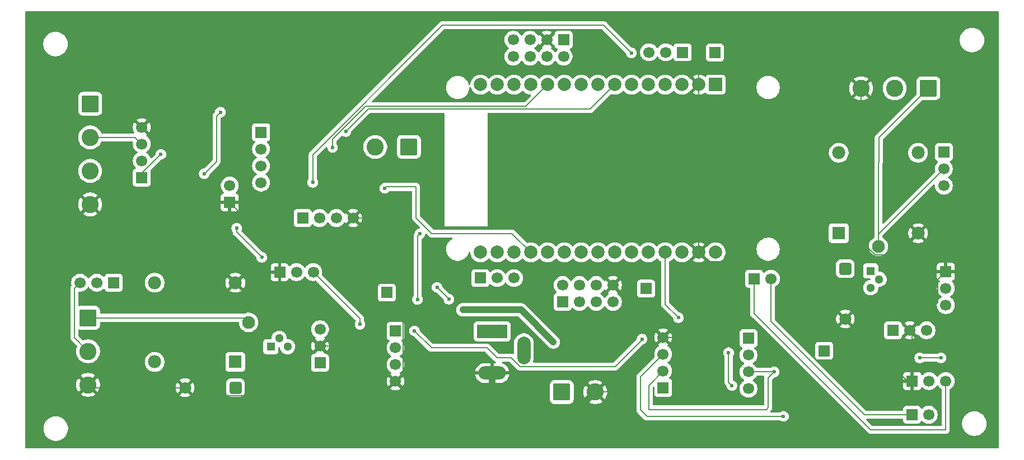
<source format=gbl>
%TF.GenerationSoftware,KiCad,Pcbnew,9.0.7-9.0.7~ubuntu24.04.1*%
%TF.CreationDate,2026-02-17T11:42:20-05:00*%
%TF.ProjectId,plantPartner_PCB1.0,706c616e-7450-4617-9274-6e65725f5043,rev?*%
%TF.SameCoordinates,Original*%
%TF.FileFunction,Copper,L2,Bot*%
%TF.FilePolarity,Positive*%
%FSLAX46Y46*%
G04 Gerber Fmt 4.6, Leading zero omitted, Abs format (unit mm)*
G04 Created by KiCad (PCBNEW 9.0.7-9.0.7~ubuntu24.04.1) date 2026-02-17 11:42:20*
%MOMM*%
%LPD*%
G01*
G04 APERTURE LIST*
G04 Aperture macros list*
%AMRoundRect*
0 Rectangle with rounded corners*
0 $1 Rounding radius*
0 $2 $3 $4 $5 $6 $7 $8 $9 X,Y pos of 4 corners*
0 Add a 4 corners polygon primitive as box body*
4,1,4,$2,$3,$4,$5,$6,$7,$8,$9,$2,$3,0*
0 Add four circle primitives for the rounded corners*
1,1,$1+$1,$2,$3*
1,1,$1+$1,$4,$5*
1,1,$1+$1,$6,$7*
1,1,$1+$1,$8,$9*
0 Add four rect primitives between the rounded corners*
20,1,$1+$1,$2,$3,$4,$5,0*
20,1,$1+$1,$4,$5,$6,$7,0*
20,1,$1+$1,$6,$7,$8,$9,0*
20,1,$1+$1,$8,$9,$2,$3,0*%
G04 Aperture macros list end*
%TA.AperFunction,ComponentPad*%
%ADD10R,1.700000X1.700000*%
%TD*%
%TA.AperFunction,ComponentPad*%
%ADD11C,1.700000*%
%TD*%
%TA.AperFunction,ComponentPad*%
%ADD12RoundRect,0.250000X1.050000X1.050000X-1.050000X1.050000X-1.050000X-1.050000X1.050000X-1.050000X0*%
%TD*%
%TA.AperFunction,ComponentPad*%
%ADD13C,2.600000*%
%TD*%
%TA.AperFunction,ComponentPad*%
%ADD14RoundRect,0.250000X-1.050000X1.050000X-1.050000X-1.050000X1.050000X-1.050000X1.050000X1.050000X0*%
%TD*%
%TA.AperFunction,ComponentPad*%
%ADD15RoundRect,0.250000X0.650000X0.650000X-0.650000X0.650000X-0.650000X-0.650000X0.650000X-0.650000X0*%
%TD*%
%TA.AperFunction,ComponentPad*%
%ADD16C,1.800000*%
%TD*%
%TA.AperFunction,ComponentPad*%
%ADD17R,1.980000X1.980000*%
%TD*%
%TA.AperFunction,ComponentPad*%
%ADD18C,1.980000*%
%TD*%
%TA.AperFunction,ComponentPad*%
%ADD19C,1.935000*%
%TD*%
%TA.AperFunction,ComponentPad*%
%ADD20RoundRect,0.250000X-1.050000X-1.050000X1.050000X-1.050000X1.050000X1.050000X-1.050000X1.050000X0*%
%TD*%
%TA.AperFunction,ComponentPad*%
%ADD21R,2.000000X2.000000*%
%TD*%
%TA.AperFunction,ComponentPad*%
%ADD22C,2.000000*%
%TD*%
%TA.AperFunction,ComponentPad*%
%ADD23RoundRect,0.250000X-0.650000X0.650000X-0.650000X-0.650000X0.650000X-0.650000X0.650000X0.650000X0*%
%TD*%
%TA.AperFunction,ComponentPad*%
%ADD24R,1.300000X1.300000*%
%TD*%
%TA.AperFunction,ComponentPad*%
%ADD25C,1.300000*%
%TD*%
%TA.AperFunction,ComponentPad*%
%ADD26R,4.600000X2.000000*%
%TD*%
%TA.AperFunction,ComponentPad*%
%ADD27O,4.200000X2.000000*%
%TD*%
%TA.AperFunction,ComponentPad*%
%ADD28O,2.000000X4.200000*%
%TD*%
%TA.AperFunction,ViaPad*%
%ADD29C,0.600000*%
%TD*%
%TA.AperFunction,Conductor*%
%ADD30C,0.200000*%
%TD*%
%TA.AperFunction,Conductor*%
%ADD31C,1.000000*%
%TD*%
G04 APERTURE END LIST*
D10*
%TO.P,J20,1,Pin_1*%
%TO.N,/LAMP_PIN*%
X144995000Y-95800000D03*
D11*
%TO.P,J20,2,Pin_2*%
%TO.N,/ADC1_7*%
X144995000Y-93260000D03*
%TO.P,J20,3,Pin_3*%
%TO.N,/ADC1_4{slash}Touch9*%
X147535000Y-95800000D03*
%TO.P,J20,4,Pin_4*%
%TO.N,/ADC1_5{slash}Touch8*%
X147535000Y-93260000D03*
%TO.P,J20,5,Pin_5*%
%TO.N,/ADC2_8{slash}DAC1*%
X150075000Y-95800000D03*
%TO.P,J20,6,Pin_6*%
%TO.N,/ADC2_9{slash}DAC2*%
X150075000Y-93260000D03*
%TO.P,J20,7,Pin_7*%
%TO.N,/ADC2_7{slash}Touch7*%
X152615000Y-95800000D03*
%TO.P,J20,8,Pin_8*%
%TO.N,GND*%
X152615000Y-93260000D03*
%TD*%
D12*
%TO.P,J30,1,Pin_1*%
%TO.N,/Drain*%
X121745000Y-72327500D03*
D13*
%TO.P,J30,2,Pin_2*%
%TO.N,+5V*%
X116665000Y-72327500D03*
%TD*%
D10*
%TO.P,J1,1,Pin_1*%
%TO.N,/EN*%
X160200000Y-108810000D03*
D11*
%TO.P,J1,2,Pin_2*%
%TO.N,+12V*%
X160200000Y-106270000D03*
%TO.P,J1,3,Pin_3*%
%TO.N,+5V*%
X160200000Y-103730000D03*
%TO.P,J1,4,Pin_4*%
%TO.N,GND*%
X160200000Y-101190000D03*
%TD*%
D14*
%TO.P,J4,1,Pin_1*%
%TO.N,/B*%
X73550000Y-65800000D03*
D13*
%TO.P,J4,2,Pin_2*%
%TO.N,/A*%
X73550000Y-70880000D03*
%TO.P,J4,3,Pin_3*%
%TO.N,+12V*%
X73550000Y-75960000D03*
%TO.P,J4,4,Pin_4*%
%TO.N,GND*%
X73550000Y-81040000D03*
%TD*%
D10*
%TO.P,J16,1,Pin_1*%
%TO.N,/FB*%
X173100000Y-101330000D03*
D11*
%TO.P,J16,2,Pin_2*%
%TO.N,+5V*%
X173100000Y-103870000D03*
%TO.P,J16,3,Pin_3*%
%TO.N,+12V*%
X173100000Y-106410000D03*
%TO.P,J16,4,Pin_4*%
%TO.N,/EN*%
X173100000Y-108950000D03*
%TD*%
D10*
%TO.P,J11,1,Pin_1*%
%TO.N,GND*%
X94655000Y-80725000D03*
D11*
%TO.P,J11,2,Pin_2*%
%TO.N,+12V*%
X94655000Y-78185000D03*
%TD*%
D10*
%TO.P,J8,1,Pin_1*%
%TO.N,/VSPI_CS*%
X145145000Y-56100000D03*
D11*
%TO.P,J8,2,Pin_2*%
%TO.N,/SCK{slash}VSPI_CLK*%
X145145000Y-58640000D03*
%TO.P,J8,3,Pin_3*%
%TO.N,GND*%
X142605000Y-56100000D03*
%TO.P,J8,4,Pin_4*%
%TO.N,/MISO{slash}VSPI_MISO*%
X142605000Y-58640000D03*
%TO.P,J8,5,Pin_5*%
%TO.N,/SCL*%
X140065000Y-56100000D03*
%TO.P,J8,6,Pin_6*%
%TO.N,/MOSI*%
X140065000Y-58640000D03*
%TO.P,J8,7,Pin_7*%
%TO.N,/RX0*%
X137525000Y-56100000D03*
%TO.P,J8,8,Pin_8*%
%TO.N,/TX0*%
X137525000Y-58640000D03*
%TD*%
D10*
%TO.P,J27,1,Pin_1*%
%TO.N,/PWM_FERTIL_PIN*%
X118405000Y-94400000D03*
%TD*%
%TO.P,J22,1,Pin_1*%
%TO.N,+5V*%
X119726250Y-100230000D03*
D11*
%TO.P,J22,2,Pin_2*%
X119726250Y-102770000D03*
%TO.P,J22,3,Pin_3*%
%TO.N,+12V*%
X119726250Y-105310000D03*
%TO.P,J22,4,Pin_4*%
%TO.N,GND*%
X119726250Y-107850000D03*
%TD*%
D15*
%TO.P,D4,1,K*%
%TO.N,Net-(D4-K)*%
X95515000Y-108800000D03*
D16*
%TO.P,D4,2,A*%
%TO.N,GND*%
X87895000Y-108800000D03*
%TD*%
D10*
%TO.P,J29,1,Pin_1*%
%TO.N,/ADC_MOISTURE_SENSOR*%
X173960000Y-92300000D03*
D11*
%TO.P,J29,2,Pin_2*%
%TO.N,/ADC_LIGHT_SENSOR*%
X176500000Y-92300000D03*
%TD*%
D10*
%TO.P,J3,1,Pin_1*%
%TO.N,+5V*%
X81355000Y-76970000D03*
D11*
%TO.P,J3,2,Pin_2*%
%TO.N,/B*%
X81355000Y-74430000D03*
%TO.P,J3,3,Pin_3*%
%TO.N,/A*%
X81355000Y-71890000D03*
%TO.P,J3,4,Pin_4*%
%TO.N,GND*%
X81355000Y-69350000D03*
%TD*%
D10*
%TO.P,J26,1,Pin_1*%
%TO.N,/PWM_WATER_PIN*%
X184550000Y-103210000D03*
%TD*%
D17*
%TO.P,K2,A1*%
%TO.N,Net-(D7-K)*%
X186750000Y-85410000D03*
D18*
%TO.P,K2,A2*%
%TO.N,GND*%
X198750000Y-85410000D03*
D19*
%TO.P,K2,COM*%
%TO.N,/COM*%
X192750000Y-87410000D03*
D18*
%TO.P,K2,NC*%
%TO.N,/NC*%
X186750000Y-73210000D03*
%TO.P,K2,NO*%
%TO.N,+12V*%
X198750000Y-73210000D03*
%TD*%
D10*
%TO.P,J2,1,Pin_1*%
%TO.N,/DI*%
X99388800Y-70115000D03*
D11*
%TO.P,J2,2,Pin_2*%
%TO.N,/DE*%
X99388800Y-72655000D03*
%TO.P,J2,3,Pin_3*%
X99388800Y-75195000D03*
%TO.P,J2,4,Pin_4*%
%TO.N,/RO*%
X99388800Y-77735000D03*
%TD*%
D10*
%TO.P,J5,1,Pin_1*%
%TO.N,/ADC_LIGHT_SENSOR*%
X197825000Y-112900000D03*
D11*
%TO.P,J5,2,Pin_2*%
%TO.N,+5V*%
X200365000Y-112900000D03*
%TD*%
D10*
%TO.P,J24,1,Pin_1*%
%TO.N,/ADC2_3{slash}Touch3*%
X163140000Y-58000000D03*
D11*
%TO.P,J24,2,Pin_2*%
%TO.N,/INTERNAL LED*%
X160600000Y-58000000D03*
%TO.P,J24,3,Pin_3*%
%TO.N,/ADC2_0{slash}Touch0*%
X158060000Y-58000000D03*
%TD*%
D10*
%TO.P,J9,1,Pin_1*%
%TO.N,GND*%
X202950000Y-91210000D03*
D11*
%TO.P,J9,2,Pin_2*%
%TO.N,/H*%
X202950000Y-93750000D03*
%TO.P,J9,3,Pin_3*%
%TO.N,+5V*%
X202950000Y-96290000D03*
%TD*%
D10*
%TO.P,J25,1,Pin_1*%
%TO.N,/ESP_EN*%
X132565000Y-92200000D03*
D11*
%TO.P,J25,2,Pin_2*%
%TO.N,/ADC_LIGHT_SENSOR*%
X135105000Y-92200000D03*
%TO.P,J25,3,Pin_3*%
%TO.N,/ADC_MOISTURE_SENSOR*%
X137645000Y-92200000D03*
%TD*%
D10*
%TO.P,J14,1,Pin_1*%
%TO.N,+12V*%
X108305000Y-105040000D03*
D11*
%TO.P,J14,2,Pin_2*%
%TO.N,GND*%
X108305000Y-102500000D03*
%TO.P,J14,3,Pin_3*%
%TO.N,+5V*%
X108305000Y-99960000D03*
%TD*%
D10*
%TO.P,J12,1,Pin_1*%
%TO.N,+12V*%
X194950000Y-100110000D03*
D11*
%TO.P,J12,2,Pin_2*%
%TO.N,GND*%
X197490000Y-100110000D03*
%TO.P,J12,3,Pin_3*%
%TO.N,+5V*%
X200030000Y-100110000D03*
%TD*%
D10*
%TO.P,J17,1,Pin_1*%
%TO.N,GND*%
X197860000Y-107800000D03*
D11*
%TO.P,J17,2,Pin_2*%
%TO.N,+5V*%
X200400000Y-107800000D03*
%TO.P,J17,3,Pin_3*%
%TO.N,/ADC_MOISTURE_SENSOR*%
X202940000Y-107800000D03*
%TD*%
D10*
%TO.P,J21,1,Pin_1*%
%TO.N,+5V*%
X105695000Y-83100000D03*
D11*
%TO.P,J21,2,Pin_2*%
X108235000Y-83100000D03*
%TO.P,J21,3,Pin_3*%
%TO.N,+12V*%
X110775000Y-83100000D03*
%TO.P,J21,4,Pin_4*%
%TO.N,GND*%
X113315000Y-83100000D03*
%TD*%
D14*
%TO.P,J6,1,Pin_1*%
%TO.N,/COM*%
X73232500Y-98215000D03*
D13*
%TO.P,J6,2,Pin_2*%
%TO.N,/NC*%
X73232500Y-103295000D03*
%TO.P,J6,3,Pin_3*%
%TO.N,GND*%
X73232500Y-108375000D03*
%TD*%
D10*
%TO.P,J7,1,Pin_1*%
%TO.N,GND*%
X102205000Y-91300000D03*
D11*
%TO.P,J7,2,Pin_2*%
%TO.N,/H*%
X104745000Y-91300000D03*
%TO.P,J7,3,Pin_3*%
%TO.N,+5V*%
X107285000Y-91300000D03*
%TD*%
D20*
%TO.P,J18,1,Pin_1*%
%TO.N,/12V_SCREW*%
X144855000Y-109472500D03*
D13*
%TO.P,J18,2,Pin_2*%
%TO.N,GND*%
X149935000Y-109472500D03*
%TD*%
D10*
%TO.P,J28,1,Pin_1*%
%TO.N,/ESP_3.3V*%
X168050000Y-58050000D03*
%TD*%
D21*
%TO.P,U3,1,3V3*%
%TO.N,/ESP_3.3V*%
X168120000Y-62900000D03*
D22*
%TO.P,U3,2,GND*%
%TO.N,GND*%
X165580000Y-62900000D03*
%TO.P,U3,3,D15*%
%TO.N,/ADC2_3{slash}Touch3*%
X163040000Y-62900000D03*
%TO.P,U3,4,D2*%
%TO.N,/INTERNAL LED*%
X160500000Y-62900000D03*
%TO.P,U3,5,D4*%
%TO.N,/ADC2_0{slash}Touch0*%
X157960000Y-62900000D03*
%TO.P,U3,6,RX2*%
%TO.N,Net-(U3-RX2)*%
X155420000Y-62900000D03*
%TO.P,U3,7,TX2*%
%TO.N,/DI*%
X152880000Y-62900000D03*
%TO.P,U3,8,D5*%
%TO.N,/VSPI_CS*%
X150340000Y-62900000D03*
%TO.P,U3,9,D18*%
%TO.N,/SCK{slash}VSPI_CLK*%
X147800000Y-62900000D03*
%TO.P,U3,10,D19*%
%TO.N,/MISO{slash}VSPI_MISO*%
X145260000Y-62900000D03*
%TO.P,U3,11,D21*%
%TO.N,/DE*%
X142720000Y-62900000D03*
%TO.P,U3,12,RX0*%
%TO.N,/RX0*%
X140180000Y-62900000D03*
%TO.P,U3,13,TX0*%
%TO.N,/TX0*%
X137640000Y-62900000D03*
%TO.P,U3,14,D22*%
%TO.N,/SCL*%
X135100000Y-62900000D03*
%TO.P,U3,15,D23*%
%TO.N,/MOSI*%
X132560000Y-62900000D03*
%TO.P,U3,16,EN*%
%TO.N,/ESP_EN*%
X132560000Y-88300000D03*
%TO.P,U3,17,VP*%
%TO.N,/ADC_LIGHT_SENSOR*%
X135100000Y-88300000D03*
%TO.P,U3,18,VN*%
%TO.N,/ADC_MOISTURE_SENSOR*%
X137640000Y-88300000D03*
%TO.P,U3,19,D34*%
%TO.N,/LAMP_PIN*%
X140180000Y-88300000D03*
%TO.P,U3,20,D35*%
%TO.N,/ADC1_7*%
X142720000Y-88300000D03*
%TO.P,U3,21,D32*%
%TO.N,/ADC1_4{slash}Touch9*%
X145260000Y-88300000D03*
%TO.P,U3,22,D33*%
%TO.N,/ADC1_5{slash}Touch8*%
X147800000Y-88300000D03*
%TO.P,U3,23,D25*%
%TO.N,/ADC2_8{slash}DAC1*%
X150340000Y-88300000D03*
%TO.P,U3,24,D26*%
%TO.N,/ADC2_9{slash}DAC2*%
X152880000Y-88300000D03*
%TO.P,U3,25,D27*%
%TO.N,/ADC2_7{slash}Touch7*%
X155420000Y-88300000D03*
%TO.P,U3,26,D14*%
%TO.N,/EXTERNAL LED*%
X157960000Y-88300000D03*
%TO.P,U3,27,D12*%
%TO.N,/PWM_WATER_PIN*%
X160500000Y-88300000D03*
%TO.P,U3,28,D13*%
%TO.N,/PWM_FERTIL_PIN*%
X163040000Y-88300000D03*
%TO.P,U3,29,GND*%
%TO.N,GND*%
X165580000Y-88300000D03*
%TO.P,U3,30,VIN*%
%TO.N,+5V*%
X168120000Y-88300000D03*
%TD*%
D23*
%TO.P,D7,1,K*%
%TO.N,Net-(D7-K)*%
X187750000Y-90784999D03*
D16*
%TO.P,D7,2,A*%
%TO.N,GND*%
X187750000Y-98404999D03*
%TD*%
D17*
%TO.P,K1,A1*%
%TO.N,Net-(D4-K)*%
X95505000Y-104900000D03*
D18*
%TO.P,K1,A2*%
%TO.N,GND*%
X95505000Y-92900000D03*
D19*
%TO.P,K1,COM*%
%TO.N,/COM*%
X97505000Y-98900000D03*
D18*
%TO.P,K1,NC*%
%TO.N,/NC*%
X83305000Y-104900000D03*
%TO.P,K1,NO*%
%TO.N,+12V*%
X83305000Y-92900000D03*
%TD*%
D10*
%TO.P,J15,1,Pin_1*%
%TO.N,+12V*%
X77105000Y-92900000D03*
D11*
%TO.P,J15,2,Pin_2*%
%TO.N,/COM*%
X74565000Y-92900000D03*
%TO.P,J15,3,Pin_3*%
%TO.N,/NC*%
X72025000Y-92900000D03*
%TD*%
D10*
%TO.P,J13,1,Pin_1*%
%TO.N,+12V*%
X202650000Y-73110000D03*
D11*
%TO.P,J13,2,Pin_2*%
%TO.N,/COM*%
X202650000Y-75650000D03*
%TO.P,J13,3,Pin_3*%
%TO.N,/NC*%
X202650000Y-78190000D03*
%TD*%
D24*
%TO.P,Q1,1,C*%
%TO.N,Net-(D4-K)*%
X100865000Y-102600000D03*
D25*
%TO.P,Q1,2,B*%
%TO.N,Net-(Q1-B)*%
X102135000Y-101330000D03*
%TO.P,Q1,3,E*%
%TO.N,+5V*%
X103405000Y-102600000D03*
%TD*%
D10*
%TO.P,J23,1,Pin_1*%
%TO.N,/EXTERNAL LED*%
X157605000Y-93800000D03*
%TD*%
D12*
%TO.P,J10,1,Pin_1*%
%TO.N,/COM*%
X200300000Y-63450000D03*
D13*
%TO.P,J10,2,Pin_2*%
%TO.N,/NC*%
X195220000Y-63450000D03*
%TO.P,J10,3,Pin_3*%
%TO.N,GND*%
X190140000Y-63450000D03*
%TD*%
D26*
%TO.P,J19,1*%
%TO.N,/12V_JACK*%
X134340000Y-100272500D03*
D27*
%TO.P,J19,2*%
%TO.N,GND*%
X134340000Y-106572500D03*
D28*
%TO.P,J19,3*%
%TO.N,N/C*%
X139140000Y-103172500D03*
%TD*%
D24*
%TO.P,Q2,1,C*%
%TO.N,Net-(D7-K)*%
X191580000Y-91114999D03*
D25*
%TO.P,Q2,2,B*%
%TO.N,Net-(Q2-B)*%
X192850000Y-92384999D03*
%TO.P,Q2,3,E*%
%TO.N,+5V*%
X191580000Y-93654999D03*
%TD*%
D29*
%TO.N,GND*%
X117400000Y-82750000D03*
X86500000Y-74800000D03*
X162700000Y-107600000D03*
X168800000Y-104800000D03*
X162400000Y-91200000D03*
%TO.N,/EN*%
X170600000Y-108500000D03*
X170100000Y-103500000D03*
%TO.N,/DI*%
X112205000Y-70000000D03*
%TO.N,/RO*%
X155405000Y-58100000D03*
X107205000Y-77700000D03*
%TO.N,/DE*%
X110205000Y-72400000D03*
%TO.N,+5V*%
X99500000Y-89050000D03*
X123050000Y-95450000D03*
X84250000Y-73450000D03*
X90800000Y-76400000D03*
X95700000Y-84650000D03*
X122600000Y-100200000D03*
X114350000Y-99200000D03*
X157000000Y-101450000D03*
X123400000Y-85500000D03*
X178400000Y-113150000D03*
X93235793Y-67064207D03*
%TO.N,+12V*%
X202200000Y-104300000D03*
X127800000Y-95400000D03*
X143600000Y-101900000D03*
X199000000Y-104300000D03*
X126000000Y-93600000D03*
X177000000Y-106400000D03*
X129900000Y-97000000D03*
%TO.N,/PWM_WATER_PIN*%
X162500000Y-98200000D03*
%TO.N,/LAMP_PIN*%
X118100000Y-78600000D03*
%TD*%
D30*
%TO.N,GND*%
X120877250Y-106699000D02*
X120877250Y-90662250D01*
X162400000Y-91200000D02*
X164000000Y-91200000D01*
X117575250Y-110001000D02*
X119726250Y-107850000D01*
X160010000Y-101190000D02*
X160200000Y-101190000D01*
X164100000Y-98600000D02*
X164100000Y-91100000D01*
X162700000Y-103690000D02*
X162700000Y-107600000D01*
D31*
X134340000Y-109340000D02*
X134340000Y-106572500D01*
D30*
X197860000Y-107800000D02*
X197860000Y-100480000D01*
X117400000Y-82750000D02*
X117050000Y-83100000D01*
D31*
X146357500Y-113050000D02*
X138050000Y-113050000D01*
X138050000Y-113050000D02*
X134340000Y-109340000D01*
D30*
X121003750Y-106572500D02*
X119726250Y-107850000D01*
X134340000Y-106572500D02*
X121003750Y-106572500D01*
X120877250Y-90662250D02*
X113315000Y-83100000D01*
X114376250Y-102500000D02*
X108305000Y-102500000D01*
X201750000Y-92410000D02*
X201750000Y-95850000D01*
X168290000Y-101190000D02*
X168800000Y-101700000D01*
X119726250Y-107850000D02*
X120877250Y-106699000D01*
X165900000Y-56300000D02*
X165580000Y-56620000D01*
X71250000Y-78740000D02*
X71250000Y-63350000D01*
X73550000Y-81040000D02*
X69400000Y-85190000D01*
X179026001Y-89681000D02*
X166961000Y-89681000D01*
X91325000Y-80725000D02*
X94655000Y-80725000D01*
X86500000Y-74800000D02*
X86500000Y-75900000D01*
X86500000Y-74495000D02*
X86500000Y-74800000D01*
X81355000Y-69350000D02*
X86500000Y-74495000D01*
X165580000Y-88300000D02*
X165580000Y-62900000D01*
X164100000Y-91100000D02*
X164100000Y-89780000D01*
X164000000Y-91200000D02*
X164100000Y-91100000D01*
X160200000Y-101190000D02*
X168290000Y-101190000D01*
X190140000Y-86565646D02*
X190140000Y-63450000D01*
X165580000Y-56620000D02*
X165580000Y-62900000D01*
X168800000Y-101700000D02*
X168800000Y-104800000D01*
X197860000Y-100480000D02*
X197490000Y-100110000D01*
X202950000Y-91210000D02*
X201750000Y-92410000D01*
X160200000Y-101190000D02*
X152615000Y-93605000D01*
X197145001Y-107800000D02*
X197860000Y-107800000D01*
X198750000Y-85410000D02*
X195501500Y-88658500D01*
X117050000Y-83100000D02*
X113315000Y-83100000D01*
X161510000Y-101190000D02*
X164100000Y-98600000D01*
X201750000Y-95850000D02*
X197490000Y-100110000D01*
X102205000Y-91300000D02*
X102205000Y-88275000D01*
X117400000Y-82750000D02*
X117200000Y-82750000D01*
X71250000Y-63350000D02*
X75355000Y-63350000D01*
X73550000Y-81040000D02*
X71250000Y-78740000D01*
X86500000Y-75900000D02*
X91325000Y-80725000D01*
X163548010Y-104151990D02*
X163500000Y-104200000D01*
X102205000Y-88275000D02*
X94655000Y-80725000D01*
X187750000Y-98404999D02*
X179026001Y-89681000D01*
X119726250Y-107850000D02*
X114376250Y-102500000D01*
X69400000Y-104542500D02*
X73232500Y-108375000D01*
X192232854Y-88658500D02*
X190140000Y-86565646D01*
X69400000Y-85190000D02*
X69400000Y-104542500D01*
X102205000Y-87100000D02*
X102205000Y-91300000D01*
X87895000Y-108800000D02*
X73657500Y-108800000D01*
X160200000Y-101190000D02*
X162700000Y-103690000D01*
D31*
X149935000Y-109472500D02*
X146357500Y-113050000D01*
D30*
X73657500Y-108800000D02*
X73232500Y-108375000D01*
X149935000Y-109472500D02*
X151727500Y-109472500D01*
X182990000Y-56300000D02*
X165900000Y-56300000D01*
X109315000Y-87100000D02*
X102205000Y-87100000D01*
X152615000Y-93605000D02*
X152615000Y-93260000D01*
X151727500Y-109472500D02*
X160010000Y-101190000D01*
X89096000Y-110001000D02*
X117575250Y-110001000D01*
X195501500Y-88658500D02*
X192232854Y-88658500D01*
X160200000Y-101190000D02*
X161510000Y-101190000D01*
X113315000Y-83100000D02*
X109315000Y-87100000D01*
X187750000Y-98404999D02*
X197145001Y-107800000D01*
X166961000Y-89681000D02*
X165580000Y-88300000D01*
X87895000Y-108800000D02*
X89096000Y-110001000D01*
X190140000Y-63450000D02*
X182990000Y-56300000D01*
X164100000Y-89780000D02*
X165580000Y-88300000D01*
X75355000Y-63350000D02*
X81355000Y-69350000D01*
%TO.N,/EN*%
X170100000Y-108000000D02*
X170100000Y-103500000D01*
X170600000Y-108500000D02*
X170100000Y-108000000D01*
%TO.N,/DI*%
X149191000Y-66589000D02*
X115616000Y-66589000D01*
X152880000Y-62900000D02*
X149191000Y-66589000D01*
X115616000Y-66589000D02*
X112205000Y-70000000D01*
%TO.N,/RO*%
X151205000Y-53900000D02*
X155405000Y-58100000D01*
X126805000Y-53900000D02*
X151205000Y-53900000D01*
X107205000Y-77700000D02*
X107205000Y-73500000D01*
X107205000Y-73500000D02*
X126805000Y-53900000D01*
%TO.N,/DE*%
X142720000Y-62900000D02*
X139432000Y-66188000D01*
X110205000Y-71150057D02*
X110205000Y-72400000D01*
X139432000Y-66188000D02*
X115167057Y-66188000D01*
X115167057Y-66188000D02*
X110205000Y-71150057D01*
%TO.N,/A*%
X80345000Y-70880000D02*
X81355000Y-71890000D01*
X73550000Y-70880000D02*
X80345000Y-70880000D01*
%TO.N,/COM*%
X202650000Y-75650000D02*
X202800000Y-75800000D01*
X96820000Y-98215000D02*
X97505000Y-98900000D01*
X192800000Y-74600000D02*
X192750000Y-74650000D01*
X202650000Y-75650000D02*
X192750000Y-85550000D01*
X192800000Y-70950000D02*
X192800000Y-74600000D01*
X192750000Y-74650000D02*
X192750000Y-87410000D01*
X73232500Y-98215000D02*
X96820000Y-98215000D01*
X200300000Y-63450000D02*
X192800000Y-70950000D01*
X192750000Y-85550000D02*
X192750000Y-87410000D01*
%TO.N,/ADC_LIGHT_SENSOR*%
X190600000Y-112900000D02*
X197825000Y-112900000D01*
X176500000Y-98800000D02*
X190600000Y-112900000D01*
X176500000Y-92300000D02*
X176500000Y-98800000D01*
%TO.N,/ADC_MOISTURE_SENSOR*%
X202900000Y-115200000D02*
X202940000Y-115160000D01*
X173960000Y-97560000D02*
X191600000Y-115200000D01*
X191600000Y-115200000D02*
X202900000Y-115200000D01*
X202940000Y-115160000D02*
X202940000Y-107800000D01*
X173960000Y-92300000D02*
X173960000Y-97560000D01*
%TO.N,/NC*%
X71175000Y-93750000D02*
X71175000Y-101237500D01*
X72025000Y-92900000D02*
X71175000Y-93750000D01*
X71175000Y-101237500D02*
X73232500Y-103295000D01*
%TO.N,+5V*%
X135100000Y-104300000D02*
X137150000Y-104300000D01*
X133450000Y-102750000D02*
X133550000Y-102750000D01*
X152950000Y-105600000D02*
X157000000Y-101550000D01*
X84250000Y-73450000D02*
X81355000Y-76345000D01*
X125150000Y-102750000D02*
X133450000Y-102750000D01*
X81355000Y-76345000D02*
X81355000Y-76970000D01*
X99500000Y-89050000D02*
X95700000Y-85250000D01*
X156750000Y-112150000D02*
X157750000Y-113150000D01*
X157000000Y-101550000D02*
X157000000Y-101450000D01*
X137200000Y-104250000D02*
X138550000Y-105600000D01*
X114350000Y-98365000D02*
X107285000Y-91300000D01*
X123050000Y-95450000D02*
X123050000Y-85850000D01*
X137150000Y-104300000D02*
X137200000Y-104250000D01*
X156750000Y-107180000D02*
X156750000Y-112150000D01*
X122600000Y-100200000D02*
X125150000Y-102750000D01*
X92650000Y-74550000D02*
X92650000Y-67650000D01*
X160200000Y-103730000D02*
X156750000Y-107180000D01*
X157750000Y-113150000D02*
X178400000Y-113150000D01*
X92650000Y-67650000D02*
X93235793Y-67064207D01*
X95700000Y-85250000D02*
X95700000Y-84650000D01*
X114350000Y-99200000D02*
X114350000Y-98365000D01*
X138550000Y-105600000D02*
X152950000Y-105600000D01*
X123050000Y-85850000D02*
X123400000Y-85500000D01*
X90800000Y-76400000D02*
X92650000Y-74550000D01*
X133550000Y-102750000D02*
X135100000Y-104300000D01*
D31*
%TO.N,+12V*%
X143600000Y-101900000D02*
X138700000Y-97000000D01*
D30*
X176100000Y-111800000D02*
X176100000Y-107300000D01*
X177000000Y-106400000D02*
X176990000Y-106410000D01*
X176100000Y-107300000D02*
X177000000Y-106400000D01*
X127800000Y-95400000D02*
X126000000Y-93600000D01*
X176990000Y-106410000D02*
X173100000Y-106410000D01*
X175800000Y-112100000D02*
X176100000Y-111800000D01*
X158000000Y-108470000D02*
X158000000Y-112100000D01*
X158000000Y-112100000D02*
X175800000Y-112100000D01*
X160200000Y-106270000D02*
X158000000Y-108470000D01*
X202200000Y-104300000D02*
X199000000Y-104300000D01*
D31*
X138700000Y-97000000D02*
X129900000Y-97000000D01*
D30*
%TO.N,/PWM_WATER_PIN*%
X160500000Y-96200000D02*
X162500000Y-98200000D01*
X160500000Y-88300000D02*
X160500000Y-96200000D01*
%TO.N,/LAMP_PIN*%
X137330000Y-85450000D02*
X140180000Y-88300000D01*
X125200000Y-85450000D02*
X137330000Y-85450000D01*
X122850000Y-78400000D02*
X122850000Y-83100000D01*
X118300000Y-78400000D02*
X122850000Y-78400000D01*
X122850000Y-83100000D02*
X125200000Y-85450000D01*
X118100000Y-78600000D02*
X118300000Y-78400000D01*
%TD*%
%TA.AperFunction,Conductor*%
%TO.N,GND*%
G36*
X152149075Y-93452993D02*
G01*
X152214901Y-93567007D01*
X152307993Y-93660099D01*
X152422007Y-93725925D01*
X152485590Y-93742962D01*
X151853282Y-94375269D01*
X151853282Y-94375270D01*
X151907452Y-94414626D01*
X151907451Y-94414626D01*
X151916495Y-94419234D01*
X151967292Y-94467208D01*
X151984087Y-94535029D01*
X151961550Y-94601164D01*
X151916499Y-94640202D01*
X151907182Y-94644949D01*
X151735213Y-94769890D01*
X151584890Y-94920213D01*
X151459949Y-95092182D01*
X151455484Y-95100946D01*
X151407509Y-95151742D01*
X151339688Y-95168536D01*
X151273553Y-95145998D01*
X151234516Y-95100946D01*
X151230050Y-95092182D01*
X151105109Y-94920213D01*
X150954786Y-94769890D01*
X150782820Y-94644951D01*
X150782115Y-94644591D01*
X150774054Y-94640485D01*
X150723259Y-94592512D01*
X150706463Y-94524692D01*
X150728999Y-94458556D01*
X150774054Y-94419515D01*
X150782816Y-94415051D01*
X150840692Y-94373002D01*
X150954786Y-94290109D01*
X150954788Y-94290106D01*
X150954792Y-94290104D01*
X151105104Y-94139792D01*
X151105106Y-94139788D01*
X151105109Y-94139786D01*
X151172515Y-94047007D01*
X151230051Y-93967816D01*
X151234793Y-93958508D01*
X151282763Y-93907711D01*
X151350583Y-93890911D01*
X151416719Y-93913445D01*
X151455763Y-93958500D01*
X151460373Y-93967547D01*
X151499728Y-94021716D01*
X152132037Y-93389408D01*
X152149075Y-93452993D01*
G37*
%TD.AperFunction*%
%TA.AperFunction,Conductor*%
G36*
X142139075Y-56292993D02*
G01*
X142204901Y-56407007D01*
X142297993Y-56500099D01*
X142412007Y-56565925D01*
X142475590Y-56582962D01*
X141843282Y-57215269D01*
X141843282Y-57215270D01*
X141897452Y-57254626D01*
X141897451Y-57254626D01*
X141906495Y-57259234D01*
X141957292Y-57307208D01*
X141974087Y-57375029D01*
X141951550Y-57441164D01*
X141906499Y-57480202D01*
X141897182Y-57484949D01*
X141725213Y-57609890D01*
X141574890Y-57760213D01*
X141449949Y-57932182D01*
X141445484Y-57940946D01*
X141397509Y-57991742D01*
X141329688Y-58008536D01*
X141263553Y-57985998D01*
X141224516Y-57940946D01*
X141220050Y-57932182D01*
X141095109Y-57760213D01*
X140944786Y-57609890D01*
X140772820Y-57484951D01*
X140772115Y-57484591D01*
X140764054Y-57480485D01*
X140713259Y-57432512D01*
X140696463Y-57364692D01*
X140718999Y-57298556D01*
X140764054Y-57259515D01*
X140772816Y-57255051D01*
X140859138Y-57192335D01*
X140944786Y-57130109D01*
X140944788Y-57130106D01*
X140944792Y-57130104D01*
X141095104Y-56979792D01*
X141095106Y-56979788D01*
X141095109Y-56979786D01*
X141173936Y-56871288D01*
X141220051Y-56807816D01*
X141224793Y-56798508D01*
X141272763Y-56747711D01*
X141340583Y-56730911D01*
X141406719Y-56753445D01*
X141445763Y-56798500D01*
X141450373Y-56807547D01*
X141489728Y-56861716D01*
X142122037Y-56229408D01*
X142139075Y-56292993D01*
G37*
%TD.AperFunction*%
%TA.AperFunction,Conductor*%
G36*
X143758181Y-56899628D02*
G01*
X143791666Y-56960951D01*
X143794500Y-56987300D01*
X143794500Y-56997865D01*
X143794501Y-56997876D01*
X143800908Y-57057483D01*
X143851202Y-57192328D01*
X143851206Y-57192335D01*
X143937452Y-57307544D01*
X143937455Y-57307547D01*
X144052664Y-57393793D01*
X144052671Y-57393797D01*
X144184082Y-57442810D01*
X144240016Y-57484681D01*
X144264433Y-57550145D01*
X144249582Y-57618418D01*
X144228431Y-57646673D01*
X144114889Y-57760215D01*
X143989949Y-57932182D01*
X143985484Y-57940946D01*
X143937509Y-57991742D01*
X143869688Y-58008536D01*
X143803553Y-57985998D01*
X143764516Y-57940946D01*
X143760050Y-57932182D01*
X143635109Y-57760213D01*
X143484786Y-57609890D01*
X143312817Y-57484949D01*
X143303504Y-57480204D01*
X143252707Y-57432230D01*
X143235912Y-57364409D01*
X143258449Y-57298274D01*
X143303507Y-57259232D01*
X143312555Y-57254622D01*
X143366716Y-57215270D01*
X143366717Y-57215270D01*
X142734408Y-56582962D01*
X142797993Y-56565925D01*
X142912007Y-56500099D01*
X143005099Y-56407007D01*
X143070925Y-56292993D01*
X143087962Y-56229409D01*
X143758181Y-56899628D01*
G37*
%TD.AperFunction*%
%TA.AperFunction,Conductor*%
G36*
X210942539Y-51820185D02*
G01*
X210988294Y-51872989D01*
X210999500Y-51924500D01*
X210999500Y-117876000D01*
X210979815Y-117943039D01*
X210927011Y-117988794D01*
X210875500Y-118000000D01*
X63824500Y-118000000D01*
X63757461Y-117980315D01*
X63711706Y-117927511D01*
X63700500Y-117876000D01*
X63700500Y-114878711D01*
X66499500Y-114878711D01*
X66499500Y-115121288D01*
X66531161Y-115361785D01*
X66593947Y-115596104D01*
X66678611Y-115800500D01*
X66686776Y-115820212D01*
X66808064Y-116030289D01*
X66808066Y-116030292D01*
X66808067Y-116030293D01*
X66955733Y-116222736D01*
X66955739Y-116222743D01*
X67127256Y-116394260D01*
X67127262Y-116394265D01*
X67319711Y-116541936D01*
X67529788Y-116663224D01*
X67753900Y-116756054D01*
X67988211Y-116818838D01*
X68168586Y-116842584D01*
X68228711Y-116850500D01*
X68228712Y-116850500D01*
X68471289Y-116850500D01*
X68519388Y-116844167D01*
X68711789Y-116818838D01*
X68946100Y-116756054D01*
X69170212Y-116663224D01*
X69380289Y-116541936D01*
X69572738Y-116394265D01*
X69744265Y-116222738D01*
X69891936Y-116030289D01*
X70013224Y-115820212D01*
X70106054Y-115596100D01*
X70168838Y-115361789D01*
X70200500Y-115121288D01*
X70200500Y-114878712D01*
X70168838Y-114638211D01*
X70106054Y-114403900D01*
X70013224Y-114179788D01*
X69891936Y-113969711D01*
X69760083Y-113797876D01*
X69744266Y-113777263D01*
X69744260Y-113777256D01*
X69572743Y-113605739D01*
X69572736Y-113605733D01*
X69380293Y-113458067D01*
X69380292Y-113458066D01*
X69380289Y-113458064D01*
X69170212Y-113336776D01*
X69170205Y-113336773D01*
X68946104Y-113243947D01*
X68711785Y-113181161D01*
X68471289Y-113149500D01*
X68471288Y-113149500D01*
X68228712Y-113149500D01*
X68228711Y-113149500D01*
X67988214Y-113181161D01*
X67753895Y-113243947D01*
X67529794Y-113336773D01*
X67529785Y-113336777D01*
X67319706Y-113458067D01*
X67127263Y-113605733D01*
X67127256Y-113605739D01*
X66955739Y-113777256D01*
X66955733Y-113777263D01*
X66808067Y-113969706D01*
X66686777Y-114179785D01*
X66686773Y-114179794D01*
X66593947Y-114403895D01*
X66531161Y-114638214D01*
X66499500Y-114878711D01*
X63700500Y-114878711D01*
X63700500Y-112229054D01*
X156149498Y-112229054D01*
X156157735Y-112259795D01*
X156190423Y-112381785D01*
X156218931Y-112431162D01*
X156232748Y-112455094D01*
X156269479Y-112518714D01*
X156269481Y-112518717D01*
X156388349Y-112637585D01*
X156388354Y-112637589D01*
X157381284Y-113630520D01*
X157381286Y-113630521D01*
X157381290Y-113630524D01*
X157518209Y-113709573D01*
X157518216Y-113709577D01*
X157670943Y-113750501D01*
X157670945Y-113750501D01*
X157836654Y-113750501D01*
X157836670Y-113750500D01*
X177820234Y-113750500D01*
X177887273Y-113770185D01*
X177889125Y-113771398D01*
X178020814Y-113859390D01*
X178020827Y-113859397D01*
X178166498Y-113919735D01*
X178166503Y-113919737D01*
X178321153Y-113950499D01*
X178321156Y-113950500D01*
X178321158Y-113950500D01*
X178478844Y-113950500D01*
X178478845Y-113950499D01*
X178633497Y-113919737D01*
X178779179Y-113859394D01*
X178910289Y-113771789D01*
X179021789Y-113660289D01*
X179109394Y-113529179D01*
X179111029Y-113525233D01*
X179138849Y-113458067D01*
X179169737Y-113383497D01*
X179200500Y-113228842D01*
X179200500Y-113071158D01*
X179200500Y-113071155D01*
X179200499Y-113071153D01*
X179169738Y-112916510D01*
X179169737Y-112916503D01*
X179144568Y-112855739D01*
X179109397Y-112770827D01*
X179109390Y-112770814D01*
X179021789Y-112639711D01*
X179021786Y-112639707D01*
X178910292Y-112528213D01*
X178910288Y-112528210D01*
X178779185Y-112440609D01*
X178779172Y-112440602D01*
X178633501Y-112380264D01*
X178633489Y-112380261D01*
X178478845Y-112349500D01*
X178478842Y-112349500D01*
X178321158Y-112349500D01*
X178321155Y-112349500D01*
X178166510Y-112380261D01*
X178166498Y-112380264D01*
X178020827Y-112440602D01*
X178020814Y-112440609D01*
X177889125Y-112528602D01*
X177822447Y-112549480D01*
X177820234Y-112549500D01*
X176499096Y-112549500D01*
X176477850Y-112543261D01*
X176455764Y-112541682D01*
X176444980Y-112533609D01*
X176432057Y-112529815D01*
X176417556Y-112513080D01*
X176399830Y-112499811D01*
X176395122Y-112487190D01*
X176386302Y-112477011D01*
X176383150Y-112455094D01*
X176375412Y-112434347D01*
X176378274Y-112421185D01*
X176376358Y-112407853D01*
X176385556Y-112387711D01*
X176390263Y-112366074D01*
X176403533Y-112348347D01*
X176405383Y-112344297D01*
X176411414Y-112337820D01*
X176458505Y-112290729D01*
X176458510Y-112290725D01*
X176468714Y-112280520D01*
X176468716Y-112280520D01*
X176580520Y-112168716D01*
X176584303Y-112162162D01*
X176636969Y-112070944D01*
X176636970Y-112070942D01*
X176659574Y-112031790D01*
X176659573Y-112031790D01*
X176659577Y-112031785D01*
X176700500Y-111879057D01*
X176700500Y-111720943D01*
X176700500Y-107600097D01*
X176720185Y-107533058D01*
X176736819Y-107512416D01*
X176870178Y-107379057D01*
X177014662Y-107234572D01*
X177075983Y-107201089D01*
X177078150Y-107200638D01*
X177136085Y-107189113D01*
X177233497Y-107169737D01*
X177379179Y-107109394D01*
X177510289Y-107021789D01*
X177621789Y-106910289D01*
X177709394Y-106779179D01*
X177718515Y-106757160D01*
X177746018Y-106690760D01*
X177769737Y-106633497D01*
X177800500Y-106478842D01*
X177800500Y-106321158D01*
X177800500Y-106321155D01*
X177800499Y-106321153D01*
X177785858Y-106247547D01*
X177769737Y-106166503D01*
X177755583Y-106132331D01*
X177709397Y-106020827D01*
X177709390Y-106020814D01*
X177621789Y-105889711D01*
X177621786Y-105889707D01*
X177510292Y-105778213D01*
X177510288Y-105778210D01*
X177379185Y-105690609D01*
X177379172Y-105690602D01*
X177233501Y-105630264D01*
X177233489Y-105630261D01*
X177078845Y-105599500D01*
X177078842Y-105599500D01*
X176921158Y-105599500D01*
X176921155Y-105599500D01*
X176766510Y-105630261D01*
X176766498Y-105630264D01*
X176620827Y-105690602D01*
X176620814Y-105690609D01*
X176489710Y-105778210D01*
X176485882Y-105781353D01*
X176421572Y-105808666D01*
X176407217Y-105809500D01*
X174385719Y-105809500D01*
X174318680Y-105789815D01*
X174275235Y-105741795D01*
X174255052Y-105702185D01*
X174255051Y-105702184D01*
X174130109Y-105530213D01*
X173979786Y-105379890D01*
X173807820Y-105254951D01*
X173807115Y-105254591D01*
X173799054Y-105250485D01*
X173748259Y-105202512D01*
X173731463Y-105134692D01*
X173753999Y-105068556D01*
X173799054Y-105029515D01*
X173807816Y-105025051D01*
X173867681Y-104981557D01*
X173979786Y-104900109D01*
X173979788Y-104900106D01*
X173979792Y-104900104D01*
X174130104Y-104749792D01*
X174130106Y-104749788D01*
X174130109Y-104749786D01*
X174255048Y-104577820D01*
X174255047Y-104577820D01*
X174255051Y-104577816D01*
X174351557Y-104388412D01*
X174417246Y-104186243D01*
X174450500Y-103976287D01*
X174450500Y-103763713D01*
X174417246Y-103553757D01*
X174351557Y-103351588D01*
X174255051Y-103162184D01*
X174255049Y-103162181D01*
X174255048Y-103162179D01*
X174130109Y-102990213D01*
X174016569Y-102876673D01*
X173983084Y-102815350D01*
X173988068Y-102745658D01*
X174029940Y-102689725D01*
X174060915Y-102672810D01*
X174192331Y-102623796D01*
X174307546Y-102537546D01*
X174393796Y-102422331D01*
X174444091Y-102287483D01*
X174450500Y-102227873D01*
X174450499Y-100432128D01*
X174444091Y-100372517D01*
X174442406Y-100368000D01*
X174393797Y-100237671D01*
X174393793Y-100237664D01*
X174307547Y-100122455D01*
X174307544Y-100122452D01*
X174192335Y-100036206D01*
X174192328Y-100036202D01*
X174057482Y-99985908D01*
X174057483Y-99985908D01*
X173997883Y-99979501D01*
X173997881Y-99979500D01*
X173997873Y-99979500D01*
X173997864Y-99979500D01*
X172202129Y-99979500D01*
X172202123Y-99979501D01*
X172142516Y-99985908D01*
X172007671Y-100036202D01*
X172007664Y-100036206D01*
X171892455Y-100122452D01*
X171892452Y-100122455D01*
X171806206Y-100237664D01*
X171806202Y-100237671D01*
X171755908Y-100372517D01*
X171749913Y-100428282D01*
X171749501Y-100432123D01*
X171749500Y-100432135D01*
X171749500Y-102227870D01*
X171749501Y-102227876D01*
X171755908Y-102287483D01*
X171806202Y-102422328D01*
X171806206Y-102422335D01*
X171892452Y-102537544D01*
X171892455Y-102537547D01*
X172007664Y-102623793D01*
X172007671Y-102623797D01*
X172139082Y-102672810D01*
X172195016Y-102714681D01*
X172219433Y-102780145D01*
X172204582Y-102848418D01*
X172183431Y-102876673D01*
X172069889Y-102990215D01*
X171944951Y-103162179D01*
X171848444Y-103351585D01*
X171782753Y-103553760D01*
X171749500Y-103763713D01*
X171749500Y-103976286D01*
X171780455Y-104171733D01*
X171782754Y-104186243D01*
X171845334Y-104378844D01*
X171848444Y-104388414D01*
X171944951Y-104577820D01*
X172069890Y-104749786D01*
X172220213Y-104900109D01*
X172392182Y-105025050D01*
X172400946Y-105029516D01*
X172451742Y-105077491D01*
X172468536Y-105145312D01*
X172445998Y-105211447D01*
X172400946Y-105250484D01*
X172392182Y-105254949D01*
X172220213Y-105379890D01*
X172069890Y-105530213D01*
X171944951Y-105702179D01*
X171848444Y-105891585D01*
X171782753Y-106093760D01*
X171749500Y-106303713D01*
X171749500Y-106516286D01*
X171779850Y-106707913D01*
X171782754Y-106726243D01*
X171846927Y-106923747D01*
X171848444Y-106928414D01*
X171944951Y-107117820D01*
X172069890Y-107289786D01*
X172220213Y-107440109D01*
X172392182Y-107565050D01*
X172400946Y-107569516D01*
X172451742Y-107617491D01*
X172468536Y-107685312D01*
X172445998Y-107751447D01*
X172400946Y-107790484D01*
X172392182Y-107794949D01*
X172220213Y-107919890D01*
X172069890Y-108070213D01*
X171944951Y-108242179D01*
X171848444Y-108431585D01*
X171782753Y-108633760D01*
X171756423Y-108800001D01*
X171749500Y-108843713D01*
X171749500Y-109056287D01*
X171755370Y-109093350D01*
X171764905Y-109153553D01*
X171782754Y-109266243D01*
X171818797Y-109377172D01*
X171848444Y-109468414D01*
X171944951Y-109657820D01*
X172069890Y-109829786D01*
X172220213Y-109980109D01*
X172392179Y-110105048D01*
X172392181Y-110105049D01*
X172392184Y-110105051D01*
X172581588Y-110201557D01*
X172783757Y-110267246D01*
X172993713Y-110300500D01*
X172993714Y-110300500D01*
X173206286Y-110300500D01*
X173206287Y-110300500D01*
X173416243Y-110267246D01*
X173618412Y-110201557D01*
X173807816Y-110105051D01*
X173928256Y-110017547D01*
X173979786Y-109980109D01*
X173979788Y-109980106D01*
X173979792Y-109980104D01*
X174130104Y-109829792D01*
X174130106Y-109829788D01*
X174130109Y-109829786D01*
X174255048Y-109657820D01*
X174255047Y-109657820D01*
X174255051Y-109657816D01*
X174351557Y-109468412D01*
X174417246Y-109266243D01*
X174450500Y-109056287D01*
X174450500Y-108843713D01*
X174417246Y-108633757D01*
X174351557Y-108431588D01*
X174255051Y-108242184D01*
X174255049Y-108242181D01*
X174255048Y-108242179D01*
X174130109Y-108070213D01*
X173979786Y-107919890D01*
X173807820Y-107794951D01*
X173807115Y-107794591D01*
X173799054Y-107790485D01*
X173748259Y-107742512D01*
X173731463Y-107674692D01*
X173753999Y-107608556D01*
X173799054Y-107569515D01*
X173807816Y-107565051D01*
X173875049Y-107516204D01*
X173979786Y-107440109D01*
X173979788Y-107440106D01*
X173979792Y-107440104D01*
X174130104Y-107289792D01*
X174130106Y-107289788D01*
X174130109Y-107289786D01*
X174194978Y-107200500D01*
X174255051Y-107117816D01*
X174263647Y-107100946D01*
X174275235Y-107078205D01*
X174323209Y-107027409D01*
X174385719Y-107010500D01*
X175394288Y-107010500D01*
X175461327Y-107030185D01*
X175507082Y-107082989D01*
X175517026Y-107152147D01*
X175514067Y-107166574D01*
X175499499Y-107220943D01*
X175499499Y-107220946D01*
X175499499Y-107389046D01*
X175499500Y-107389059D01*
X175499500Y-111375500D01*
X175479815Y-111442539D01*
X175427011Y-111488294D01*
X175375500Y-111499500D01*
X158724500Y-111499500D01*
X158657461Y-111479815D01*
X158611706Y-111427011D01*
X158600500Y-111375500D01*
X158600500Y-108770096D01*
X158609144Y-108740655D01*
X158615668Y-108710669D01*
X158619422Y-108705653D01*
X158620185Y-108703057D01*
X158636815Y-108682419D01*
X158637820Y-108681413D01*
X158699142Y-108647930D01*
X158768834Y-108652914D01*
X158824767Y-108694786D01*
X158849184Y-108760250D01*
X158849500Y-108769096D01*
X158849500Y-109707870D01*
X158849501Y-109707876D01*
X158855908Y-109767483D01*
X158906202Y-109902328D01*
X158906206Y-109902335D01*
X158992452Y-110017544D01*
X158992455Y-110017547D01*
X159107664Y-110103793D01*
X159107671Y-110103797D01*
X159242517Y-110154091D01*
X159242516Y-110154091D01*
X159249444Y-110154835D01*
X159302127Y-110160500D01*
X161097872Y-110160499D01*
X161157483Y-110154091D01*
X161292331Y-110103796D01*
X161407546Y-110017546D01*
X161493796Y-109902331D01*
X161544091Y-109767483D01*
X161550500Y-109707873D01*
X161550499Y-107912128D01*
X161544091Y-107852517D01*
X161543152Y-107850000D01*
X161493797Y-107717671D01*
X161493793Y-107717664D01*
X161407547Y-107602455D01*
X161407544Y-107602452D01*
X161292335Y-107516206D01*
X161292328Y-107516202D01*
X161160917Y-107467189D01*
X161104983Y-107425318D01*
X161080566Y-107359853D01*
X161095418Y-107291580D01*
X161116563Y-107263332D01*
X161230104Y-107149792D01*
X161232861Y-107145998D01*
X161355048Y-106977820D01*
X161355047Y-106977820D01*
X161355051Y-106977816D01*
X161451557Y-106788412D01*
X161517246Y-106586243D01*
X161550500Y-106376287D01*
X161550500Y-106163713D01*
X161517246Y-105953757D01*
X161451557Y-105751588D01*
X161355051Y-105562184D01*
X161355049Y-105562181D01*
X161355048Y-105562179D01*
X161230109Y-105390213D01*
X161079786Y-105239890D01*
X160907820Y-105114951D01*
X160907115Y-105114591D01*
X160899054Y-105110485D01*
X160848259Y-105062512D01*
X160831463Y-104994692D01*
X160853999Y-104928556D01*
X160899054Y-104889515D01*
X160907816Y-104885051D01*
X160968292Y-104841113D01*
X161079786Y-104760109D01*
X161079788Y-104760106D01*
X161079792Y-104760104D01*
X161230104Y-104609792D01*
X161230106Y-104609788D01*
X161230109Y-104609786D01*
X161355048Y-104437820D01*
X161355047Y-104437820D01*
X161355051Y-104437816D01*
X161451557Y-104248412D01*
X161517246Y-104046243D01*
X161550500Y-103836287D01*
X161550500Y-103623713D01*
X161543393Y-103578842D01*
X161520526Y-103434464D01*
X161518418Y-103421153D01*
X169299500Y-103421153D01*
X169299500Y-103578846D01*
X169330261Y-103733489D01*
X169330264Y-103733501D01*
X169390602Y-103879172D01*
X169390609Y-103879185D01*
X169478602Y-104010874D01*
X169499480Y-104077551D01*
X169499500Y-104079765D01*
X169499500Y-107913330D01*
X169499499Y-107913348D01*
X169499499Y-108079054D01*
X169499498Y-108079054D01*
X169528716Y-108188095D01*
X169540423Y-108231785D01*
X169554997Y-108257028D01*
X169569358Y-108281900D01*
X169569359Y-108281904D01*
X169569360Y-108281904D01*
X169619480Y-108368716D01*
X169731284Y-108480520D01*
X169731285Y-108480521D01*
X169758584Y-108507820D01*
X169765425Y-108514660D01*
X169798911Y-108575983D01*
X169799362Y-108578151D01*
X169830261Y-108733491D01*
X169830264Y-108733501D01*
X169890602Y-108879172D01*
X169890609Y-108879185D01*
X169978210Y-109010288D01*
X169978213Y-109010292D01*
X170089707Y-109121786D01*
X170089711Y-109121789D01*
X170220814Y-109209390D01*
X170220827Y-109209397D01*
X170366498Y-109269735D01*
X170366503Y-109269737D01*
X170521153Y-109300499D01*
X170521156Y-109300500D01*
X170521158Y-109300500D01*
X170678844Y-109300500D01*
X170678845Y-109300499D01*
X170833497Y-109269737D01*
X170979179Y-109209394D01*
X171110289Y-109121789D01*
X171221789Y-109010289D01*
X171309394Y-108879179D01*
X171369737Y-108733497D01*
X171400500Y-108578842D01*
X171400500Y-108421158D01*
X171400500Y-108421155D01*
X171400499Y-108421153D01*
X171394490Y-108390943D01*
X171369737Y-108266503D01*
X171358020Y-108238215D01*
X171309397Y-108120827D01*
X171309390Y-108120814D01*
X171221789Y-107989711D01*
X171221786Y-107989707D01*
X171110292Y-107878213D01*
X171110288Y-107878210D01*
X170979185Y-107790609D01*
X170979172Y-107790602D01*
X170833501Y-107730264D01*
X170833489Y-107730261D01*
X170800309Y-107723661D01*
X170738398Y-107691276D01*
X170703824Y-107630561D01*
X170700500Y-107602044D01*
X170700500Y-104079765D01*
X170720185Y-104012726D01*
X170721398Y-104010874D01*
X170809390Y-103879185D01*
X170809390Y-103879184D01*
X170809394Y-103879179D01*
X170869737Y-103733497D01*
X170900500Y-103578842D01*
X170900500Y-103421158D01*
X170900500Y-103421155D01*
X170900499Y-103421153D01*
X170898181Y-103409500D01*
X170869737Y-103266503D01*
X170854834Y-103230524D01*
X170809397Y-103120827D01*
X170809390Y-103120814D01*
X170721789Y-102989711D01*
X170721786Y-102989707D01*
X170610292Y-102878213D01*
X170610288Y-102878210D01*
X170479185Y-102790609D01*
X170479172Y-102790602D01*
X170333501Y-102730264D01*
X170333489Y-102730261D01*
X170178845Y-102699500D01*
X170178842Y-102699500D01*
X170021158Y-102699500D01*
X170021155Y-102699500D01*
X169866510Y-102730261D01*
X169866498Y-102730264D01*
X169720827Y-102790602D01*
X169720814Y-102790609D01*
X169589711Y-102878210D01*
X169589707Y-102878213D01*
X169478213Y-102989707D01*
X169478210Y-102989711D01*
X169390609Y-103120814D01*
X169390602Y-103120827D01*
X169330264Y-103266498D01*
X169330261Y-103266510D01*
X169299500Y-103421153D01*
X161518418Y-103421153D01*
X161517587Y-103415909D01*
X161517246Y-103413757D01*
X161451557Y-103211588D01*
X161355051Y-103022184D01*
X161355049Y-103022181D01*
X161355048Y-103022179D01*
X161230109Y-102850213D01*
X161079786Y-102699890D01*
X160907817Y-102574949D01*
X160898504Y-102570204D01*
X160847707Y-102522230D01*
X160830912Y-102454409D01*
X160853449Y-102388274D01*
X160898507Y-102349232D01*
X160907555Y-102344622D01*
X160961716Y-102305270D01*
X160961717Y-102305270D01*
X160329408Y-101672962D01*
X160392993Y-101655925D01*
X160507007Y-101590099D01*
X160600099Y-101497007D01*
X160665925Y-101382993D01*
X160682962Y-101319409D01*
X161315270Y-101951717D01*
X161315270Y-101951716D01*
X161354622Y-101897554D01*
X161451095Y-101708217D01*
X161516757Y-101506130D01*
X161516757Y-101506127D01*
X161550000Y-101296246D01*
X161550000Y-101083753D01*
X161516757Y-100873872D01*
X161516757Y-100873869D01*
X161451095Y-100671782D01*
X161354624Y-100482449D01*
X161315270Y-100428282D01*
X161315269Y-100428282D01*
X160682962Y-101060590D01*
X160665925Y-100997007D01*
X160600099Y-100882993D01*
X160507007Y-100789901D01*
X160392993Y-100724075D01*
X160329409Y-100707037D01*
X160961716Y-100074728D01*
X160907550Y-100035375D01*
X160718217Y-99938904D01*
X160516129Y-99873242D01*
X160306246Y-99840000D01*
X160093754Y-99840000D01*
X159883872Y-99873242D01*
X159883869Y-99873242D01*
X159681782Y-99938904D01*
X159492439Y-100035380D01*
X159438282Y-100074727D01*
X159438282Y-100074728D01*
X160070591Y-100707037D01*
X160007007Y-100724075D01*
X159892993Y-100789901D01*
X159799901Y-100882993D01*
X159734075Y-100997007D01*
X159717037Y-101060591D01*
X159084728Y-100428282D01*
X159084727Y-100428282D01*
X159045380Y-100482439D01*
X158948904Y-100671782D01*
X158883242Y-100873869D01*
X158883242Y-100873872D01*
X158850000Y-101083753D01*
X158850000Y-101296246D01*
X158883242Y-101506127D01*
X158883242Y-101506130D01*
X158948904Y-101708217D01*
X159045375Y-101897550D01*
X159084728Y-101951716D01*
X159717036Y-101319407D01*
X159734075Y-101382993D01*
X159799901Y-101497007D01*
X159892993Y-101590099D01*
X160007007Y-101655925D01*
X160070590Y-101672962D01*
X159438282Y-102305269D01*
X159438282Y-102305270D01*
X159492452Y-102344626D01*
X159492451Y-102344626D01*
X159501495Y-102349234D01*
X159552292Y-102397208D01*
X159569087Y-102465029D01*
X159546550Y-102531164D01*
X159501499Y-102570202D01*
X159492182Y-102574949D01*
X159320213Y-102699890D01*
X159169890Y-102850213D01*
X159044951Y-103022179D01*
X158948444Y-103211585D01*
X158948443Y-103211587D01*
X158948443Y-103211588D01*
X158920407Y-103297873D01*
X158882753Y-103413760D01*
X158856606Y-103578846D01*
X158849500Y-103623713D01*
X158849500Y-103836287D01*
X158862888Y-103920814D01*
X158882754Y-104046244D01*
X158882754Y-104046247D01*
X158896491Y-104088523D01*
X158898486Y-104158364D01*
X158866241Y-104214522D01*
X156381286Y-106699478D01*
X156269481Y-106811282D01*
X156269480Y-106811284D01*
X156235323Y-106870447D01*
X156219361Y-106898094D01*
X156219359Y-106898096D01*
X156190425Y-106948209D01*
X156190424Y-106948210D01*
X156190423Y-106948215D01*
X156149499Y-107100943D01*
X156149499Y-107259057D01*
X156149499Y-107259059D01*
X156149500Y-107269053D01*
X156149500Y-112063330D01*
X156149499Y-112063348D01*
X156149499Y-112229054D01*
X156149498Y-112229054D01*
X63700500Y-112229054D01*
X63700500Y-108257014D01*
X71432500Y-108257014D01*
X71432500Y-108492985D01*
X71463299Y-108726914D01*
X71524370Y-108954837D01*
X71614660Y-109172819D01*
X71614665Y-109172828D01*
X71732644Y-109377171D01*
X71732645Y-109377172D01*
X71795221Y-109458723D01*
X72631458Y-108622487D01*
X72656478Y-108682890D01*
X72727612Y-108789351D01*
X72818149Y-108879888D01*
X72924610Y-108951022D01*
X72985011Y-108976041D01*
X72148775Y-109812277D01*
X72230327Y-109874854D01*
X72230328Y-109874855D01*
X72434671Y-109992834D01*
X72434680Y-109992839D01*
X72652663Y-110083129D01*
X72652661Y-110083129D01*
X72880585Y-110144200D01*
X73114514Y-110174999D01*
X73114529Y-110175000D01*
X73350471Y-110175000D01*
X73350485Y-110174999D01*
X73584414Y-110144200D01*
X73812337Y-110083129D01*
X74030319Y-109992839D01*
X74030328Y-109992834D01*
X74234681Y-109874850D01*
X74316223Y-109812279D01*
X74316223Y-109812276D01*
X73479987Y-108976041D01*
X73540390Y-108951022D01*
X73646851Y-108879888D01*
X73737388Y-108789351D01*
X73808522Y-108682890D01*
X73833541Y-108622487D01*
X74669776Y-109458723D01*
X74669779Y-109458723D01*
X74732350Y-109377181D01*
X74850334Y-109172828D01*
X74850339Y-109172819D01*
X74940629Y-108954837D01*
X75001701Y-108726914D01*
X75006585Y-108689818D01*
X86495000Y-108689818D01*
X86495000Y-108910181D01*
X86529473Y-109127835D01*
X86597567Y-109337410D01*
X86697611Y-109533756D01*
X86743932Y-109597513D01*
X87452861Y-108888584D01*
X87475667Y-108973694D01*
X87534910Y-109076306D01*
X87618694Y-109160090D01*
X87721306Y-109219333D01*
X87806414Y-109242137D01*
X87097485Y-109951065D01*
X87097485Y-109951066D01*
X87161243Y-109997388D01*
X87357589Y-110097432D01*
X87567164Y-110165526D01*
X87784819Y-110200000D01*
X88005181Y-110200000D01*
X88222835Y-110165526D01*
X88432410Y-110097432D01*
X88628760Y-109997386D01*
X88692513Y-109951066D01*
X88692514Y-109951066D01*
X87983585Y-109242138D01*
X88068694Y-109219333D01*
X88171306Y-109160090D01*
X88255090Y-109076306D01*
X88314333Y-108973694D01*
X88337137Y-108888585D01*
X89046066Y-109597514D01*
X89046066Y-109597513D01*
X89092386Y-109533760D01*
X89192432Y-109337410D01*
X89260526Y-109127835D01*
X89295000Y-108910181D01*
X89295000Y-108689818D01*
X89260526Y-108472164D01*
X89192432Y-108262589D01*
X89136659Y-108153129D01*
X89109580Y-108099983D01*
X94114500Y-108099983D01*
X94114500Y-109500001D01*
X94114501Y-109500018D01*
X94125000Y-109602796D01*
X94125001Y-109602799D01*
X94180185Y-109769331D01*
X94180187Y-109769336D01*
X94214159Y-109824414D01*
X94272288Y-109918656D01*
X94396344Y-110042712D01*
X94545666Y-110134814D01*
X94712203Y-110189999D01*
X94814991Y-110200500D01*
X96215008Y-110200499D01*
X96317797Y-110189999D01*
X96484334Y-110134814D01*
X96633656Y-110042712D01*
X96757712Y-109918656D01*
X96849814Y-109769334D01*
X96904999Y-109602797D01*
X96915500Y-109500009D01*
X96915499Y-108800000D01*
X96915499Y-108099998D01*
X96915498Y-108099981D01*
X96904999Y-107997203D01*
X96904998Y-107997200D01*
X96890631Y-107953844D01*
X96849814Y-107830666D01*
X96849810Y-107830660D01*
X96849809Y-107830657D01*
X96833353Y-107803978D01*
X96833352Y-107803977D01*
X96808922Y-107764370D01*
X96757712Y-107681344D01*
X96633656Y-107557288D01*
X96529417Y-107492993D01*
X96484336Y-107465187D01*
X96484331Y-107465185D01*
X96467175Y-107459500D01*
X96317797Y-107410001D01*
X96317795Y-107410000D01*
X96215010Y-107399500D01*
X94814998Y-107399500D01*
X94814981Y-107399501D01*
X94712203Y-107410000D01*
X94712200Y-107410001D01*
X94545668Y-107465185D01*
X94545663Y-107465187D01*
X94396342Y-107557289D01*
X94272289Y-107681342D01*
X94180187Y-107830663D01*
X94180185Y-107830668D01*
X94171985Y-107855414D01*
X94125001Y-107997203D01*
X94125001Y-107997204D01*
X94125000Y-107997204D01*
X94114500Y-108099983D01*
X89109580Y-108099983D01*
X89092388Y-108066243D01*
X89046066Y-108002485D01*
X89046065Y-108002485D01*
X88337137Y-108711413D01*
X88314333Y-108626306D01*
X88255090Y-108523694D01*
X88171306Y-108439910D01*
X88068694Y-108380667D01*
X87983583Y-108357861D01*
X88692513Y-107648932D01*
X88628756Y-107602611D01*
X88432410Y-107502567D01*
X88222835Y-107434473D01*
X88005181Y-107400000D01*
X87784819Y-107400000D01*
X87567164Y-107434473D01*
X87357589Y-107502567D01*
X87161233Y-107602616D01*
X87097485Y-107648931D01*
X87097485Y-107648932D01*
X87806414Y-108357861D01*
X87721306Y-108380667D01*
X87618694Y-108439910D01*
X87534910Y-108523694D01*
X87475667Y-108626306D01*
X87452861Y-108711414D01*
X86743932Y-108002485D01*
X86743931Y-108002485D01*
X86697616Y-108066233D01*
X86597567Y-108262589D01*
X86529473Y-108472164D01*
X86495000Y-108689818D01*
X75006585Y-108689818D01*
X75009357Y-108668761D01*
X75009357Y-108668760D01*
X75032499Y-108492985D01*
X75032500Y-108492971D01*
X75032500Y-108257028D01*
X75032499Y-108257014D01*
X75001700Y-108023085D01*
X74940631Y-107795169D01*
X74919289Y-107743643D01*
X74919288Y-107743641D01*
X74850336Y-107577175D01*
X74850334Y-107577171D01*
X74732355Y-107372828D01*
X74732354Y-107372827D01*
X74669777Y-107291275D01*
X73833541Y-108127511D01*
X73808522Y-108067110D01*
X73737388Y-107960649D01*
X73646851Y-107870112D01*
X73540390Y-107798978D01*
X73479988Y-107773958D01*
X74316223Y-106937721D01*
X74234672Y-106875145D01*
X74234671Y-106875144D01*
X74030328Y-106757165D01*
X74030319Y-106757160D01*
X73812336Y-106666870D01*
X73812338Y-106666870D01*
X73584414Y-106605799D01*
X73350485Y-106575000D01*
X73114514Y-106575000D01*
X72880585Y-106605799D01*
X72652662Y-106666870D01*
X72434680Y-106757160D01*
X72434671Y-106757165D01*
X72230328Y-106875144D01*
X72230318Y-106875150D01*
X72148775Y-106937720D01*
X72148775Y-106937721D01*
X72985012Y-107773958D01*
X72924610Y-107798978D01*
X72818149Y-107870112D01*
X72727612Y-107960649D01*
X72656478Y-108067110D01*
X72631458Y-108127512D01*
X71795221Y-107291275D01*
X71795220Y-107291275D01*
X71732650Y-107372818D01*
X71732644Y-107372828D01*
X71614665Y-107577171D01*
X71614660Y-107577180D01*
X71524370Y-107795162D01*
X71463299Y-108023085D01*
X71432500Y-108257014D01*
X63700500Y-108257014D01*
X63700500Y-101316554D01*
X70574498Y-101316554D01*
X70575522Y-101320376D01*
X70615423Y-101469285D01*
X70641279Y-101514069D01*
X70686533Y-101592452D01*
X70694481Y-101606217D01*
X70813349Y-101725085D01*
X70813355Y-101725090D01*
X71547135Y-102458870D01*
X71580620Y-102520193D01*
X71575636Y-102589885D01*
X71574015Y-102594003D01*
X71523894Y-102715006D01*
X71462806Y-102942989D01*
X71432001Y-103176979D01*
X71432000Y-103176995D01*
X71432000Y-103413004D01*
X71432001Y-103413020D01*
X71459936Y-103625212D01*
X71462807Y-103647014D01*
X71503829Y-103800109D01*
X71523894Y-103874993D01*
X71614214Y-104093045D01*
X71614219Y-104093056D01*
X71684348Y-104214522D01*
X71732227Y-104297450D01*
X71732229Y-104297453D01*
X71732230Y-104297454D01*
X71875906Y-104484697D01*
X71875912Y-104484704D01*
X72042795Y-104651587D01*
X72042802Y-104651593D01*
X72065117Y-104668716D01*
X72230050Y-104795273D01*
X72338442Y-104857853D01*
X72434443Y-104913280D01*
X72434448Y-104913282D01*
X72434451Y-104913284D01*
X72652507Y-105003606D01*
X72880486Y-105064693D01*
X73114489Y-105095500D01*
X73114496Y-105095500D01*
X73350504Y-105095500D01*
X73350511Y-105095500D01*
X73584514Y-105064693D01*
X73812493Y-105003606D01*
X74030549Y-104913284D01*
X74234950Y-104795273D01*
X74251342Y-104782695D01*
X81814500Y-104782695D01*
X81814500Y-105017305D01*
X81815727Y-105025050D01*
X81851201Y-105249027D01*
X81923697Y-105472150D01*
X81953282Y-105530213D01*
X82004260Y-105630263D01*
X82030212Y-105681195D01*
X82168104Y-105870989D01*
X82168108Y-105870994D01*
X82334005Y-106036891D01*
X82334010Y-106036895D01*
X82445870Y-106118165D01*
X82523808Y-106174790D01*
X82701822Y-106265493D01*
X82732849Y-106281302D01*
X82801824Y-106303713D01*
X82955974Y-106353799D01*
X83187695Y-106390500D01*
X83187696Y-106390500D01*
X83422304Y-106390500D01*
X83422305Y-106390500D01*
X83654026Y-106353799D01*
X83877153Y-106281301D01*
X84086192Y-106174790D01*
X84275996Y-106036890D01*
X84441890Y-105870996D01*
X84579790Y-105681192D01*
X84686301Y-105472153D01*
X84758799Y-105249026D01*
X84795500Y-105017305D01*
X84795500Y-104782695D01*
X84758799Y-104550974D01*
X84705980Y-104388412D01*
X84686302Y-104327849D01*
X84670813Y-104297450D01*
X84579790Y-104118808D01*
X84553423Y-104082517D01*
X84443843Y-103931691D01*
X84443841Y-103931689D01*
X84441891Y-103929005D01*
X84375021Y-103862135D01*
X94014500Y-103862135D01*
X94014500Y-105937870D01*
X94014501Y-105937876D01*
X94020908Y-105997483D01*
X94071202Y-106132328D01*
X94071206Y-106132335D01*
X94157452Y-106247544D01*
X94157455Y-106247547D01*
X94272664Y-106333793D01*
X94272671Y-106333797D01*
X94407517Y-106384091D01*
X94407516Y-106384091D01*
X94414444Y-106384835D01*
X94467127Y-106390500D01*
X96542872Y-106390499D01*
X96602483Y-106384091D01*
X96737331Y-106333796D01*
X96852546Y-106247546D01*
X96938796Y-106132331D01*
X96989091Y-105997483D01*
X96995500Y-105937873D01*
X96995499Y-103862128D01*
X96989091Y-103802517D01*
X96984313Y-103789707D01*
X96938797Y-103667671D01*
X96938793Y-103667664D01*
X96852547Y-103552455D01*
X96852544Y-103552452D01*
X96737335Y-103466206D01*
X96737328Y-103466202D01*
X96602482Y-103415908D01*
X96602483Y-103415908D01*
X96542883Y-103409501D01*
X96542881Y-103409500D01*
X96542873Y-103409500D01*
X96542864Y-103409500D01*
X94467129Y-103409500D01*
X94467123Y-103409501D01*
X94407516Y-103415908D01*
X94272671Y-103466202D01*
X94272664Y-103466206D01*
X94157455Y-103552452D01*
X94157452Y-103552455D01*
X94071206Y-103667664D01*
X94071202Y-103667671D01*
X94020908Y-103802517D01*
X94014501Y-103862116D01*
X94014501Y-103862123D01*
X94014500Y-103862135D01*
X84375021Y-103862135D01*
X84275994Y-103763108D01*
X84275989Y-103763104D01*
X84086195Y-103625212D01*
X84086194Y-103625211D01*
X84086192Y-103625210D01*
X83899845Y-103530261D01*
X83877150Y-103518697D01*
X83654027Y-103446201D01*
X83538165Y-103427850D01*
X83422305Y-103409500D01*
X83187695Y-103409500D01*
X83114121Y-103421153D01*
X82955972Y-103446201D01*
X82732849Y-103518697D01*
X82523804Y-103625212D01*
X82334010Y-103763104D01*
X82334005Y-103763108D01*
X82168108Y-103929005D01*
X82168104Y-103929010D01*
X82030212Y-104118804D01*
X81923697Y-104327849D01*
X81851201Y-104550972D01*
X81833240Y-104664374D01*
X81814500Y-104782695D01*
X74251342Y-104782695D01*
X74422199Y-104651592D01*
X74589092Y-104484699D01*
X74732773Y-104297450D01*
X74850784Y-104093049D01*
X74941106Y-103874993D01*
X75002193Y-103647014D01*
X75033000Y-103413011D01*
X75033000Y-103176989D01*
X75002193Y-102942986D01*
X74941106Y-102715007D01*
X74850784Y-102496951D01*
X74850782Y-102496948D01*
X74850780Y-102496943D01*
X74793197Y-102397208D01*
X74732773Y-102292550D01*
X74598582Y-102117669D01*
X74589093Y-102105302D01*
X74589087Y-102105295D01*
X74422204Y-101938412D01*
X74422197Y-101938406D01*
X74374928Y-101902135D01*
X99714500Y-101902135D01*
X99714500Y-103297870D01*
X99714501Y-103297876D01*
X99720908Y-103357483D01*
X99771202Y-103492328D01*
X99771206Y-103492335D01*
X99857452Y-103607544D01*
X99857455Y-103607547D01*
X99972664Y-103693793D01*
X99972671Y-103693797D01*
X100107517Y-103744091D01*
X100107516Y-103744091D01*
X100114444Y-103744835D01*
X100167127Y-103750500D01*
X101562872Y-103750499D01*
X101622483Y-103744091D01*
X101757331Y-103693796D01*
X101872546Y-103607546D01*
X101958796Y-103492331D01*
X102009091Y-103357483D01*
X102015500Y-103297873D01*
X102015499Y-102757124D01*
X102035183Y-102690087D01*
X102087987Y-102644332D01*
X102157146Y-102634388D01*
X102220702Y-102663413D01*
X102258476Y-102722191D01*
X102261972Y-102737728D01*
X102282829Y-102869410D01*
X102338787Y-103041636D01*
X102338788Y-103041639D01*
X102421006Y-103202997D01*
X102527441Y-103349494D01*
X102527445Y-103349499D01*
X102655500Y-103477554D01*
X102655505Y-103477558D01*
X102758589Y-103552452D01*
X102802006Y-103583996D01*
X102907484Y-103637740D01*
X102963360Y-103666211D01*
X102963363Y-103666212D01*
X103001497Y-103678602D01*
X103135591Y-103722171D01*
X103218429Y-103735291D01*
X103314449Y-103750500D01*
X103314454Y-103750500D01*
X103495551Y-103750500D01*
X103582259Y-103736765D01*
X103674409Y-103722171D01*
X103846639Y-103666211D01*
X104007994Y-103583996D01*
X104154501Y-103477553D01*
X104282553Y-103349501D01*
X104388996Y-103202994D01*
X104471211Y-103041639D01*
X104527171Y-102869409D01*
X104548027Y-102737728D01*
X104555500Y-102690551D01*
X104555500Y-102509448D01*
X104539476Y-102408279D01*
X104534032Y-102373911D01*
X104527171Y-102330591D01*
X104493797Y-102227876D01*
X104471212Y-102158363D01*
X104471211Y-102158360D01*
X104427100Y-102071789D01*
X104388996Y-101997006D01*
X104330292Y-101916206D01*
X104282558Y-101850505D01*
X104282554Y-101850500D01*
X104154499Y-101722445D01*
X104154494Y-101722441D01*
X104007997Y-101616006D01*
X104007996Y-101616005D01*
X104007994Y-101616004D01*
X103956300Y-101589664D01*
X103846639Y-101533788D01*
X103846636Y-101533787D01*
X103674410Y-101477829D01*
X103495551Y-101449500D01*
X103495546Y-101449500D01*
X103409500Y-101449500D01*
X103342461Y-101429815D01*
X103296706Y-101377011D01*
X103285500Y-101325500D01*
X103285500Y-101239448D01*
X103267583Y-101126333D01*
X103257171Y-101060591D01*
X103217894Y-100939707D01*
X103201212Y-100888363D01*
X103201211Y-100888360D01*
X103160523Y-100808507D01*
X103118996Y-100727006D01*
X103085036Y-100680264D01*
X103012558Y-100580505D01*
X103012554Y-100580500D01*
X102884499Y-100452445D01*
X102884494Y-100452441D01*
X102737997Y-100346006D01*
X102737996Y-100346005D01*
X102737994Y-100346004D01*
X102653581Y-100302993D01*
X102576639Y-100263788D01*
X102576636Y-100263787D01*
X102404410Y-100207829D01*
X102225551Y-100179500D01*
X102225546Y-100179500D01*
X102044454Y-100179500D01*
X102044449Y-100179500D01*
X101865589Y-100207829D01*
X101693363Y-100263787D01*
X101693360Y-100263788D01*
X101532002Y-100346006D01*
X101385505Y-100452441D01*
X101385500Y-100452445D01*
X101257445Y-100580500D01*
X101257441Y-100580505D01*
X101151006Y-100727002D01*
X101068788Y-100888360D01*
X101068787Y-100888363D01*
X101012829Y-101060589D01*
X100984500Y-101239448D01*
X100984500Y-101325500D01*
X100964815Y-101392539D01*
X100912011Y-101438294D01*
X100860500Y-101449500D01*
X100167129Y-101449500D01*
X100167123Y-101449501D01*
X100107516Y-101455908D01*
X99972671Y-101506202D01*
X99972664Y-101506206D01*
X99857455Y-101592452D01*
X99857452Y-101592455D01*
X99771206Y-101707664D01*
X99771202Y-101707671D01*
X99720908Y-101842517D01*
X99714501Y-101902116D01*
X99714500Y-101902135D01*
X74374928Y-101902135D01*
X74234954Y-101794730D01*
X74234953Y-101794729D01*
X74234950Y-101794727D01*
X74139980Y-101739896D01*
X74030556Y-101676719D01*
X74030545Y-101676714D01*
X73812493Y-101586394D01*
X73616165Y-101533788D01*
X73584514Y-101525307D01*
X73584513Y-101525306D01*
X73584510Y-101525306D01*
X73350520Y-101494501D01*
X73350517Y-101494500D01*
X73350511Y-101494500D01*
X73114489Y-101494500D01*
X73114483Y-101494500D01*
X73114479Y-101494501D01*
X72880489Y-101525306D01*
X72652506Y-101586394D01*
X72531503Y-101636515D01*
X72462034Y-101643984D01*
X72399555Y-101612708D01*
X72396370Y-101609635D01*
X71811819Y-101025084D01*
X71778334Y-100963761D01*
X71775500Y-100937403D01*
X71775500Y-100092484D01*
X71795185Y-100025445D01*
X71847989Y-99979690D01*
X71917147Y-99969746D01*
X71938497Y-99974776D01*
X72029703Y-100004999D01*
X72132491Y-100015500D01*
X74332508Y-100015499D01*
X74435297Y-100004999D01*
X74601834Y-99949814D01*
X74751156Y-99857712D01*
X74875212Y-99733656D01*
X74967314Y-99584334D01*
X75022499Y-99417797D01*
X75033000Y-99315009D01*
X75033000Y-98939500D01*
X75052685Y-98872461D01*
X75105489Y-98826706D01*
X75157000Y-98815500D01*
X95913000Y-98815500D01*
X95980039Y-98835185D01*
X96025794Y-98887989D01*
X96037000Y-98939500D01*
X96037000Y-99015534D01*
X96053729Y-99121155D01*
X96073147Y-99243757D01*
X96144552Y-99463520D01*
X96215308Y-99602385D01*
X96249454Y-99669400D01*
X96385273Y-99856338D01*
X96548662Y-100019727D01*
X96735600Y-100155546D01*
X96832872Y-100205108D01*
X96941479Y-100260447D01*
X96941481Y-100260447D01*
X96941484Y-100260449D01*
X97161243Y-100331853D01*
X97389466Y-100368000D01*
X97389467Y-100368000D01*
X97620533Y-100368000D01*
X97620534Y-100368000D01*
X97848757Y-100331853D01*
X98068516Y-100260449D01*
X98274400Y-100155546D01*
X98461338Y-100019727D01*
X98624727Y-99856338D01*
X98626634Y-99853713D01*
X106954500Y-99853713D01*
X106954500Y-100066286D01*
X106981644Y-100237671D01*
X106987754Y-100276243D01*
X107048615Y-100463554D01*
X107053444Y-100478414D01*
X107149951Y-100667820D01*
X107274890Y-100839786D01*
X107425213Y-100990109D01*
X107597179Y-101115048D01*
X107597181Y-101115049D01*
X107597184Y-101115051D01*
X107606493Y-101119794D01*
X107657290Y-101167766D01*
X107674087Y-101235587D01*
X107651552Y-101301722D01*
X107606505Y-101340760D01*
X107597446Y-101345376D01*
X107597440Y-101345380D01*
X107543282Y-101384727D01*
X107543282Y-101384728D01*
X108175591Y-102017037D01*
X108112007Y-102034075D01*
X107997993Y-102099901D01*
X107904901Y-102192993D01*
X107839075Y-102307007D01*
X107822037Y-102370591D01*
X107189728Y-101738282D01*
X107189727Y-101738282D01*
X107150380Y-101792439D01*
X107053904Y-101981782D01*
X106988242Y-102183869D01*
X106988242Y-102183872D01*
X106955000Y-102393753D01*
X106955000Y-102606246D01*
X106988242Y-102816127D01*
X106988242Y-102816130D01*
X107053904Y-103018217D01*
X107150375Y-103207550D01*
X107189728Y-103261716D01*
X107822037Y-102629408D01*
X107839075Y-102692993D01*
X107904901Y-102807007D01*
X107997993Y-102900099D01*
X108112007Y-102965925D01*
X108175590Y-102982962D01*
X107505370Y-103653181D01*
X107444047Y-103686666D01*
X107417698Y-103689500D01*
X107407134Y-103689500D01*
X107407123Y-103689501D01*
X107347516Y-103695908D01*
X107212671Y-103746202D01*
X107212664Y-103746206D01*
X107097455Y-103832452D01*
X107097452Y-103832455D01*
X107011206Y-103947664D01*
X107011202Y-103947671D01*
X106960908Y-104082517D01*
X106957007Y-104118808D01*
X106954501Y-104142123D01*
X106954500Y-104142135D01*
X106954500Y-105937870D01*
X106954501Y-105937876D01*
X106960908Y-105997483D01*
X107011202Y-106132328D01*
X107011206Y-106132335D01*
X107097452Y-106247544D01*
X107097455Y-106247547D01*
X107212664Y-106333793D01*
X107212671Y-106333797D01*
X107347517Y-106384091D01*
X107347516Y-106384091D01*
X107354444Y-106384835D01*
X107407127Y-106390500D01*
X109202872Y-106390499D01*
X109262483Y-106384091D01*
X109397331Y-106333796D01*
X109512546Y-106247546D01*
X109598796Y-106132331D01*
X109649091Y-105997483D01*
X109655500Y-105937873D01*
X109655499Y-104142128D01*
X109649091Y-104082517D01*
X109643118Y-104066503D01*
X109598797Y-103947671D01*
X109598793Y-103947664D01*
X109512547Y-103832455D01*
X109512544Y-103832452D01*
X109397335Y-103746206D01*
X109397328Y-103746202D01*
X109262482Y-103695908D01*
X109262483Y-103695908D01*
X109202883Y-103689501D01*
X109202881Y-103689500D01*
X109202873Y-103689500D01*
X109202865Y-103689500D01*
X109192309Y-103689500D01*
X109125270Y-103669815D01*
X109104628Y-103653181D01*
X108434408Y-102982962D01*
X108497993Y-102965925D01*
X108612007Y-102900099D01*
X108705099Y-102807007D01*
X108770925Y-102692993D01*
X108787962Y-102629408D01*
X109420270Y-103261717D01*
X109420270Y-103261716D01*
X109459622Y-103207554D01*
X109556095Y-103018217D01*
X109621757Y-102816130D01*
X109621757Y-102816127D01*
X109655000Y-102606246D01*
X109655000Y-102393753D01*
X109621757Y-102183872D01*
X109621757Y-102183869D01*
X109556095Y-101981782D01*
X109459624Y-101792449D01*
X109420270Y-101738282D01*
X109420269Y-101738282D01*
X108787962Y-102370590D01*
X108770925Y-102307007D01*
X108705099Y-102192993D01*
X108612007Y-102099901D01*
X108497993Y-102034075D01*
X108434409Y-102017037D01*
X109066716Y-101384728D01*
X109012547Y-101345373D01*
X109012547Y-101345372D01*
X109003500Y-101340763D01*
X108952706Y-101292788D01*
X108935912Y-101224966D01*
X108958451Y-101158832D01*
X109003508Y-101119793D01*
X109012816Y-101115051D01*
X109160331Y-101007876D01*
X109184786Y-100990109D01*
X109184788Y-100990106D01*
X109184792Y-100990104D01*
X109335104Y-100839792D01*
X109335106Y-100839788D01*
X109335109Y-100839786D01*
X109451009Y-100680261D01*
X109460051Y-100667816D01*
X109556557Y-100478412D01*
X109622246Y-100276243D01*
X109655500Y-100066287D01*
X109655500Y-99853713D01*
X109622246Y-99643757D01*
X109556557Y-99441588D01*
X109460051Y-99252184D01*
X109460049Y-99252181D01*
X109460048Y-99252179D01*
X109335109Y-99080213D01*
X109184786Y-98929890D01*
X109012820Y-98804951D01*
X108823414Y-98708444D01*
X108823413Y-98708443D01*
X108823412Y-98708443D01*
X108621243Y-98642754D01*
X108621241Y-98642753D01*
X108621240Y-98642753D01*
X108459957Y-98617208D01*
X108411287Y-98609500D01*
X108198713Y-98609500D01*
X108150042Y-98617208D01*
X107988760Y-98642753D01*
X107786585Y-98708444D01*
X107597179Y-98804951D01*
X107425213Y-98929890D01*
X107274890Y-99080213D01*
X107149951Y-99252179D01*
X107053444Y-99441585D01*
X106987753Y-99643760D01*
X106954500Y-99853713D01*
X98626634Y-99853713D01*
X98760546Y-99669400D01*
X98865449Y-99463516D01*
X98936853Y-99243757D01*
X98973000Y-99015534D01*
X98973000Y-98784466D01*
X98936853Y-98556243D01*
X98865449Y-98336484D01*
X98865447Y-98336481D01*
X98865447Y-98336479D01*
X98760545Y-98130599D01*
X98753686Y-98121158D01*
X98624727Y-97943662D01*
X98461338Y-97780273D01*
X98274400Y-97644454D01*
X98261311Y-97637785D01*
X98068520Y-97539552D01*
X97848757Y-97468147D01*
X97620534Y-97432000D01*
X97389466Y-97432000D01*
X97275354Y-97450073D01*
X97161242Y-97468147D01*
X96941479Y-97539552D01*
X96820915Y-97600984D01*
X96807913Y-97604105D01*
X96799559Y-97609475D01*
X96764629Y-97614497D01*
X96764624Y-97614499D01*
X96740943Y-97614499D01*
X96740939Y-97614499D01*
X96733335Y-97614500D01*
X96733334Y-97614499D01*
X96733331Y-97614500D01*
X75156999Y-97614500D01*
X75089960Y-97594815D01*
X75044205Y-97542011D01*
X75032999Y-97490500D01*
X75032999Y-97114998D01*
X75032998Y-97114981D01*
X75022499Y-97012203D01*
X75022498Y-97012200D01*
X75017732Y-96997816D01*
X74967314Y-96845666D01*
X74875212Y-96696344D01*
X74751156Y-96572288D01*
X74632427Y-96499056D01*
X74601836Y-96480187D01*
X74601831Y-96480185D01*
X74533743Y-96457623D01*
X74435297Y-96425001D01*
X74435295Y-96425000D01*
X74332510Y-96414500D01*
X72132498Y-96414500D01*
X72132481Y-96414501D01*
X72029703Y-96425000D01*
X72029700Y-96425001D01*
X71938504Y-96455221D01*
X71868675Y-96457623D01*
X71808634Y-96421891D01*
X71777441Y-96359371D01*
X71775500Y-96337515D01*
X71775500Y-94373002D01*
X71795185Y-94305963D01*
X71847989Y-94260208D01*
X71913812Y-94250743D01*
X71913862Y-94250118D01*
X71916640Y-94250336D01*
X71917147Y-94250264D01*
X71918706Y-94250499D01*
X71918713Y-94250500D01*
X72131286Y-94250500D01*
X72131287Y-94250500D01*
X72341243Y-94217246D01*
X72543412Y-94151557D01*
X72732816Y-94055051D01*
X72819138Y-93992335D01*
X72904786Y-93930109D01*
X72904788Y-93930106D01*
X72904792Y-93930104D01*
X73055104Y-93779792D01*
X73055106Y-93779788D01*
X73055109Y-93779786D01*
X73180048Y-93607820D01*
X73180047Y-93607820D01*
X73180051Y-93607816D01*
X73184514Y-93599054D01*
X73232488Y-93548259D01*
X73300308Y-93531463D01*
X73366444Y-93553999D01*
X73405486Y-93599056D01*
X73409951Y-93607820D01*
X73534890Y-93779786D01*
X73685213Y-93930109D01*
X73857179Y-94055048D01*
X73857181Y-94055049D01*
X73857184Y-94055051D01*
X74046588Y-94151557D01*
X74248757Y-94217246D01*
X74458713Y-94250500D01*
X74458714Y-94250500D01*
X74671286Y-94250500D01*
X74671287Y-94250500D01*
X74881243Y-94217246D01*
X75083412Y-94151557D01*
X75272816Y-94055051D01*
X75444792Y-93930104D01*
X75558329Y-93816566D01*
X75619648Y-93783084D01*
X75689340Y-93788068D01*
X75745274Y-93829939D01*
X75762189Y-93860917D01*
X75811202Y-93992328D01*
X75811206Y-93992335D01*
X75897452Y-94107544D01*
X75897455Y-94107547D01*
X76012664Y-94193793D01*
X76012671Y-94193797D01*
X76147517Y-94244091D01*
X76147516Y-94244091D01*
X76154444Y-94244835D01*
X76207127Y-94250500D01*
X78002872Y-94250499D01*
X78062483Y-94244091D01*
X78197331Y-94193796D01*
X78312546Y-94107546D01*
X78398796Y-93992331D01*
X78449091Y-93857483D01*
X78455500Y-93797873D01*
X78455499Y-92782695D01*
X81814500Y-92782695D01*
X81814500Y-93017305D01*
X81819599Y-93049500D01*
X81851201Y-93249027D01*
X81923697Y-93472150D01*
X81953199Y-93530050D01*
X82030078Y-93680933D01*
X82030212Y-93681195D01*
X82168104Y-93870989D01*
X82168108Y-93870994D01*
X82334005Y-94036891D01*
X82334010Y-94036895D01*
X82442202Y-94115500D01*
X82523808Y-94174790D01*
X82691450Y-94260208D01*
X82732849Y-94281302D01*
X82759955Y-94290109D01*
X82955974Y-94353799D01*
X83187695Y-94390500D01*
X83187696Y-94390500D01*
X83422304Y-94390500D01*
X83422305Y-94390500D01*
X83654026Y-94353799D01*
X83877153Y-94281301D01*
X84086192Y-94174790D01*
X84275996Y-94036890D01*
X84441890Y-93870996D01*
X84579790Y-93681192D01*
X84686301Y-93472153D01*
X84758799Y-93249026D01*
X84795500Y-93017305D01*
X84795500Y-92782734D01*
X94015000Y-92782734D01*
X94015000Y-93017265D01*
X94051689Y-93248909D01*
X94124164Y-93471965D01*
X94230640Y-93680933D01*
X94289498Y-93761945D01*
X94289499Y-93761945D01*
X94896304Y-93155140D01*
X94920116Y-93212627D01*
X94992345Y-93320725D01*
X95084275Y-93412655D01*
X95192373Y-93484884D01*
X95249858Y-93508695D01*
X94643052Y-94115499D01*
X94643053Y-94115500D01*
X94724066Y-94174359D01*
X94933034Y-94280835D01*
X95156090Y-94353310D01*
X95387735Y-94390000D01*
X95622265Y-94390000D01*
X95853909Y-94353310D01*
X96076965Y-94280835D01*
X96285930Y-94174361D01*
X96366945Y-94115499D01*
X96366946Y-94115499D01*
X95760141Y-93508695D01*
X95817627Y-93484884D01*
X95925725Y-93412655D01*
X96017655Y-93320725D01*
X96089884Y-93212627D01*
X96113695Y-93155141D01*
X96720499Y-93761946D01*
X96720499Y-93761945D01*
X96779361Y-93680930D01*
X96885835Y-93471965D01*
X96958310Y-93248909D01*
X96995000Y-93017265D01*
X96995000Y-92782734D01*
X96958310Y-92551090D01*
X96885835Y-92328034D01*
X96779359Y-92119066D01*
X96720500Y-92038053D01*
X96720499Y-92038052D01*
X96113694Y-92644857D01*
X96089884Y-92587373D01*
X96017655Y-92479275D01*
X95925725Y-92387345D01*
X95817627Y-92315116D01*
X95760141Y-92291304D01*
X96366945Y-91684499D01*
X96366945Y-91684498D01*
X96285933Y-91625640D01*
X96253517Y-91609123D01*
X96076965Y-91519164D01*
X95853909Y-91446689D01*
X95622265Y-91410000D01*
X95387735Y-91410000D01*
X95156090Y-91446689D01*
X94933034Y-91519164D01*
X94724068Y-91625639D01*
X94643053Y-91684498D01*
X94643053Y-91684499D01*
X95249858Y-92291304D01*
X95192373Y-92315116D01*
X95084275Y-92387345D01*
X94992345Y-92479275D01*
X94920116Y-92587373D01*
X94896304Y-92644858D01*
X94289499Y-92038053D01*
X94289498Y-92038053D01*
X94230639Y-92119068D01*
X94124164Y-92328034D01*
X94051689Y-92551090D01*
X94015000Y-92782734D01*
X84795500Y-92782734D01*
X84795500Y-92782695D01*
X84758799Y-92550974D01*
X84707176Y-92392093D01*
X84686302Y-92327849D01*
X84679814Y-92315116D01*
X84579790Y-92118808D01*
X84561558Y-92093713D01*
X84441895Y-91929010D01*
X84441891Y-91929005D01*
X84275994Y-91763108D01*
X84275989Y-91763104D01*
X84086195Y-91625212D01*
X84086194Y-91625211D01*
X84086192Y-91625210D01*
X83950180Y-91555908D01*
X83877150Y-91518697D01*
X83654027Y-91446201D01*
X83489944Y-91420213D01*
X83422305Y-91409500D01*
X83187695Y-91409500D01*
X83140879Y-91416915D01*
X82955972Y-91446201D01*
X82732849Y-91518697D01*
X82523804Y-91625212D01*
X82334010Y-91763104D01*
X82334005Y-91763108D01*
X82168108Y-91929005D01*
X82168104Y-91929010D01*
X82030212Y-92118804D01*
X81923697Y-92327849D01*
X81851201Y-92550972D01*
X81826412Y-92707485D01*
X81814500Y-92782695D01*
X78455499Y-92782695D01*
X78455499Y-92002128D01*
X78449169Y-91943242D01*
X78449091Y-91942516D01*
X78398797Y-91807671D01*
X78398793Y-91807664D01*
X78312547Y-91692455D01*
X78312544Y-91692452D01*
X78197335Y-91606206D01*
X78197328Y-91606202D01*
X78062482Y-91555908D01*
X78062483Y-91555908D01*
X78002883Y-91549501D01*
X78002881Y-91549500D01*
X78002873Y-91549500D01*
X78002864Y-91549500D01*
X76207129Y-91549500D01*
X76207123Y-91549501D01*
X76147516Y-91555908D01*
X76012671Y-91606202D01*
X76012664Y-91606206D01*
X75897455Y-91692452D01*
X75897452Y-91692455D01*
X75811206Y-91807664D01*
X75811203Y-91807669D01*
X75762189Y-91939083D01*
X75720317Y-91995016D01*
X75654853Y-92019433D01*
X75586580Y-92004581D01*
X75558326Y-91983430D01*
X75444786Y-91869890D01*
X75272820Y-91744951D01*
X75083414Y-91648444D01*
X75083413Y-91648443D01*
X75083412Y-91648443D01*
X74881243Y-91582754D01*
X74881241Y-91582753D01*
X74881240Y-91582753D01*
X74719957Y-91557208D01*
X74671287Y-91549500D01*
X74458713Y-91549500D01*
X74410042Y-91557208D01*
X74248760Y-91582753D01*
X74174114Y-91607007D01*
X74118092Y-91625210D01*
X74046585Y-91648444D01*
X73857179Y-91744951D01*
X73685213Y-91869890D01*
X73534890Y-92020213D01*
X73409949Y-92192182D01*
X73405484Y-92200946D01*
X73357509Y-92251742D01*
X73289688Y-92268536D01*
X73223553Y-92245998D01*
X73184516Y-92200946D01*
X73180050Y-92192182D01*
X73055109Y-92020213D01*
X72904786Y-91869890D01*
X72732820Y-91744951D01*
X72543414Y-91648444D01*
X72543413Y-91648443D01*
X72543412Y-91648443D01*
X72341243Y-91582754D01*
X72341241Y-91582753D01*
X72341240Y-91582753D01*
X72179957Y-91557208D01*
X72131287Y-91549500D01*
X71918713Y-91549500D01*
X71870042Y-91557208D01*
X71708760Y-91582753D01*
X71634114Y-91607007D01*
X71578092Y-91625210D01*
X71506585Y-91648444D01*
X71317179Y-91744951D01*
X71145213Y-91869890D01*
X70994890Y-92020213D01*
X70869951Y-92192179D01*
X70773444Y-92381585D01*
X70707753Y-92583760D01*
X70684903Y-92728031D01*
X70674500Y-92793713D01*
X70674500Y-93006287D01*
X70681741Y-93052005D01*
X70707297Y-93213362D01*
X70707754Y-93216243D01*
X70712739Y-93231585D01*
X70721492Y-93258525D01*
X70723486Y-93328366D01*
X70709168Y-93361826D01*
X70701537Y-93374226D01*
X70694480Y-93381284D01*
X70654109Y-93451210D01*
X70653252Y-93452692D01*
X70653230Y-93452730D01*
X70615423Y-93518214D01*
X70615423Y-93518215D01*
X70574499Y-93670943D01*
X70574499Y-93829057D01*
X70574499Y-93829059D01*
X70574500Y-93839053D01*
X70574500Y-101150830D01*
X70574499Y-101150848D01*
X70574499Y-101316554D01*
X70574498Y-101316554D01*
X63700500Y-101316554D01*
X63700500Y-90402155D01*
X100855000Y-90402155D01*
X100855000Y-91050000D01*
X101771988Y-91050000D01*
X101739075Y-91107007D01*
X101705000Y-91234174D01*
X101705000Y-91365826D01*
X101739075Y-91492993D01*
X101771988Y-91550000D01*
X100855000Y-91550000D01*
X100855000Y-92197844D01*
X100861401Y-92257372D01*
X100861403Y-92257379D01*
X100911645Y-92392086D01*
X100911649Y-92392093D01*
X100997809Y-92507187D01*
X100997812Y-92507190D01*
X101112906Y-92593350D01*
X101112913Y-92593354D01*
X101247620Y-92643596D01*
X101247627Y-92643598D01*
X101307155Y-92649999D01*
X101307172Y-92650000D01*
X101955000Y-92650000D01*
X101955000Y-91733012D01*
X102012007Y-91765925D01*
X102139174Y-91800000D01*
X102270826Y-91800000D01*
X102397993Y-91765925D01*
X102455000Y-91733012D01*
X102455000Y-92650000D01*
X103102828Y-92650000D01*
X103102844Y-92649999D01*
X103162372Y-92643598D01*
X103162379Y-92643596D01*
X103297086Y-92593354D01*
X103297093Y-92593350D01*
X103412187Y-92507190D01*
X103412190Y-92507187D01*
X103498350Y-92392093D01*
X103498354Y-92392086D01*
X103547422Y-92260529D01*
X103589293Y-92204595D01*
X103654757Y-92180178D01*
X103723030Y-92195030D01*
X103751285Y-92216181D01*
X103865213Y-92330109D01*
X104037179Y-92455048D01*
X104037181Y-92455049D01*
X104037184Y-92455051D01*
X104226588Y-92551557D01*
X104428757Y-92617246D01*
X104638713Y-92650500D01*
X104638714Y-92650500D01*
X104851286Y-92650500D01*
X104851287Y-92650500D01*
X105061243Y-92617246D01*
X105263412Y-92551557D01*
X105452816Y-92455051D01*
X105504932Y-92417187D01*
X105624786Y-92330109D01*
X105624788Y-92330106D01*
X105624792Y-92330104D01*
X105775104Y-92179792D01*
X105775106Y-92179788D01*
X105775109Y-92179786D01*
X105891611Y-92019433D01*
X105900051Y-92007816D01*
X105904514Y-91999054D01*
X105952488Y-91948259D01*
X106020308Y-91931463D01*
X106086444Y-91953999D01*
X106125484Y-91999054D01*
X106128301Y-92004581D01*
X106129951Y-92007820D01*
X106254890Y-92179786D01*
X106405213Y-92330109D01*
X106577179Y-92455048D01*
X106577181Y-92455049D01*
X106577184Y-92455051D01*
X106766588Y-92551557D01*
X106968757Y-92617246D01*
X107178713Y-92650500D01*
X107178714Y-92650500D01*
X107391286Y-92650500D01*
X107391287Y-92650500D01*
X107601243Y-92617246D01*
X107643523Y-92603507D01*
X107713362Y-92601511D01*
X107769522Y-92633757D01*
X113695211Y-98559446D01*
X113728696Y-98620769D01*
X113723712Y-98690461D01*
X113710632Y-98716017D01*
X113640612Y-98820809D01*
X113640602Y-98820827D01*
X113580264Y-98966498D01*
X113580261Y-98966510D01*
X113549500Y-99121153D01*
X113549500Y-99278846D01*
X113580261Y-99433489D01*
X113580264Y-99433501D01*
X113640602Y-99579172D01*
X113640609Y-99579185D01*
X113728210Y-99710288D01*
X113728213Y-99710292D01*
X113839707Y-99821786D01*
X113839711Y-99821789D01*
X113970814Y-99909390D01*
X113970827Y-99909397D01*
X114068399Y-99949812D01*
X114116503Y-99969737D01*
X114271153Y-100000499D01*
X114271156Y-100000500D01*
X114271158Y-100000500D01*
X114428844Y-100000500D01*
X114428845Y-100000499D01*
X114583497Y-99969737D01*
X114696166Y-99923067D01*
X114729172Y-99909397D01*
X114729172Y-99909396D01*
X114729179Y-99909394D01*
X114860289Y-99821789D01*
X114971789Y-99710289D01*
X115059394Y-99579179D01*
X115068969Y-99556064D01*
X115073067Y-99546166D01*
X115119737Y-99433497D01*
X115132429Y-99369686D01*
X115139899Y-99332135D01*
X118375750Y-99332135D01*
X118375750Y-101127870D01*
X118375751Y-101127876D01*
X118382158Y-101187483D01*
X118432452Y-101322328D01*
X118432456Y-101322335D01*
X118518702Y-101437544D01*
X118518705Y-101437547D01*
X118633914Y-101523793D01*
X118633921Y-101523797D01*
X118765332Y-101572810D01*
X118821266Y-101614681D01*
X118845683Y-101680145D01*
X118830832Y-101748418D01*
X118809681Y-101776673D01*
X118696139Y-101890215D01*
X118571201Y-102062179D01*
X118474694Y-102251585D01*
X118474693Y-102251587D01*
X118474693Y-102251588D01*
X118468880Y-102269480D01*
X118409003Y-102453760D01*
X118395695Y-102537784D01*
X118375750Y-102663713D01*
X118375750Y-102876287D01*
X118379585Y-102900499D01*
X118398229Y-103018217D01*
X118409004Y-103086243D01*
X118467574Y-103266503D01*
X118474694Y-103288414D01*
X118571201Y-103477820D01*
X118696140Y-103649786D01*
X118846463Y-103800109D01*
X119018432Y-103925050D01*
X119027196Y-103929516D01*
X119077992Y-103977491D01*
X119094786Y-104045312D01*
X119072248Y-104111447D01*
X119027196Y-104150484D01*
X119018432Y-104154949D01*
X118846463Y-104279890D01*
X118696140Y-104430213D01*
X118571201Y-104602179D01*
X118474694Y-104791585D01*
X118409003Y-104993760D01*
X118388762Y-105121557D01*
X118375750Y-105203713D01*
X118375750Y-105416287D01*
X118409004Y-105626243D01*
X118458382Y-105778213D01*
X118474694Y-105828414D01*
X118571201Y-106017820D01*
X118696140Y-106189786D01*
X118846463Y-106340109D01*
X119018429Y-106465048D01*
X119018431Y-106465049D01*
X119018434Y-106465051D01*
X119027743Y-106469794D01*
X119078540Y-106517766D01*
X119095337Y-106585587D01*
X119072802Y-106651722D01*
X119027755Y-106690760D01*
X119018696Y-106695376D01*
X119018690Y-106695380D01*
X118964532Y-106734727D01*
X118964532Y-106734728D01*
X119596841Y-107367037D01*
X119533257Y-107384075D01*
X119419243Y-107449901D01*
X119326151Y-107542993D01*
X119260325Y-107657007D01*
X119243287Y-107720591D01*
X118610978Y-107088282D01*
X118610977Y-107088282D01*
X118571630Y-107142439D01*
X118475154Y-107331782D01*
X118409492Y-107533869D01*
X118409492Y-107533872D01*
X118376250Y-107743753D01*
X118376250Y-107956246D01*
X118409492Y-108166127D01*
X118409492Y-108166130D01*
X118475154Y-108368217D01*
X118571625Y-108557550D01*
X118610978Y-108611716D01*
X119243287Y-107979408D01*
X119260325Y-108042993D01*
X119326151Y-108157007D01*
X119419243Y-108250099D01*
X119533257Y-108315925D01*
X119596840Y-108332962D01*
X118964532Y-108965269D01*
X118964532Y-108965270D01*
X119018699Y-109004624D01*
X119208032Y-109101095D01*
X119410120Y-109166757D01*
X119620004Y-109200000D01*
X119832496Y-109200000D01*
X120042377Y-109166757D01*
X120042380Y-109166757D01*
X120244467Y-109101095D01*
X120433804Y-109004622D01*
X120487966Y-108965270D01*
X120487967Y-108965270D01*
X119855658Y-108332962D01*
X119919243Y-108315925D01*
X120033257Y-108250099D01*
X120126349Y-108157007D01*
X120192175Y-108042993D01*
X120209212Y-107979408D01*
X120841520Y-108611717D01*
X120841520Y-108611716D01*
X120880872Y-108557554D01*
X120975171Y-108372483D01*
X143054500Y-108372483D01*
X143054500Y-110572501D01*
X143054501Y-110572518D01*
X143065000Y-110675296D01*
X143065001Y-110675299D01*
X143113885Y-110822819D01*
X143120186Y-110841834D01*
X143212288Y-110991156D01*
X143336344Y-111115212D01*
X143485666Y-111207314D01*
X143652203Y-111262499D01*
X143754991Y-111273000D01*
X145955008Y-111272999D01*
X146057797Y-111262499D01*
X146224334Y-111207314D01*
X146373656Y-111115212D01*
X146497712Y-110991156D01*
X146589814Y-110841834D01*
X146644999Y-110675297D01*
X146655500Y-110572509D01*
X146655499Y-109354514D01*
X148135000Y-109354514D01*
X148135000Y-109590485D01*
X148165799Y-109824414D01*
X148226870Y-110052337D01*
X148317160Y-110270319D01*
X148317165Y-110270328D01*
X148435144Y-110474671D01*
X148435145Y-110474672D01*
X148497721Y-110556223D01*
X149333958Y-109719987D01*
X149358978Y-109780390D01*
X149430112Y-109886851D01*
X149520649Y-109977388D01*
X149627110Y-110048522D01*
X149687511Y-110073541D01*
X148851275Y-110909777D01*
X148932827Y-110972354D01*
X148932828Y-110972355D01*
X149137171Y-111090334D01*
X149137180Y-111090339D01*
X149355163Y-111180629D01*
X149355161Y-111180629D01*
X149583085Y-111241700D01*
X149817014Y-111272499D01*
X149817029Y-111272500D01*
X150052971Y-111272500D01*
X150052985Y-111272499D01*
X150286914Y-111241700D01*
X150514837Y-111180629D01*
X150732819Y-111090339D01*
X150732828Y-111090334D01*
X150937181Y-110972350D01*
X151018723Y-110909779D01*
X151018723Y-110909776D01*
X150182487Y-110073541D01*
X150242890Y-110048522D01*
X150349351Y-109977388D01*
X150439888Y-109886851D01*
X150511022Y-109780390D01*
X150536041Y-109719987D01*
X151372276Y-110556223D01*
X151372279Y-110556223D01*
X151434850Y-110474681D01*
X151552834Y-110270328D01*
X151552839Y-110270319D01*
X151643129Y-110052337D01*
X151704200Y-109824414D01*
X151734999Y-109590485D01*
X151735000Y-109590471D01*
X151735000Y-109354528D01*
X151734999Y-109354514D01*
X151704200Y-109120585D01*
X151643129Y-108892662D01*
X151552839Y-108674680D01*
X151552834Y-108674671D01*
X151434855Y-108470328D01*
X151434854Y-108470327D01*
X151372277Y-108388775D01*
X150536041Y-109225011D01*
X150511022Y-109164610D01*
X150439888Y-109058149D01*
X150349351Y-108967612D01*
X150242890Y-108896478D01*
X150182488Y-108871458D01*
X151018723Y-108035221D01*
X150937172Y-107972645D01*
X150937171Y-107972644D01*
X150732828Y-107854665D01*
X150732819Y-107854660D01*
X150514836Y-107764370D01*
X150514838Y-107764370D01*
X150286914Y-107703299D01*
X150052985Y-107672500D01*
X149817014Y-107672500D01*
X149583085Y-107703299D01*
X149355162Y-107764370D01*
X149137180Y-107854660D01*
X149137171Y-107854665D01*
X148932828Y-107972644D01*
X148932818Y-107972650D01*
X148851275Y-108035220D01*
X148851275Y-108035221D01*
X149687512Y-108871458D01*
X149627110Y-108896478D01*
X149520649Y-108967612D01*
X149430112Y-109058149D01*
X149358978Y-109164610D01*
X149333958Y-109225011D01*
X148497721Y-108388775D01*
X148497720Y-108388775D01*
X148435150Y-108470318D01*
X148435144Y-108470328D01*
X148317165Y-108674671D01*
X148317160Y-108674680D01*
X148226870Y-108892662D01*
X148165799Y-109120585D01*
X148135000Y-109354514D01*
X146655499Y-109354514D01*
X146655499Y-108372492D01*
X146653201Y-108350000D01*
X146644999Y-108269703D01*
X146644998Y-108269700D01*
X146596114Y-108122178D01*
X146596113Y-108122176D01*
X146589816Y-108103172D01*
X146589815Y-108103171D01*
X146589814Y-108103166D01*
X146497712Y-107953844D01*
X146373656Y-107829788D01*
X146244264Y-107749979D01*
X146224336Y-107737687D01*
X146224331Y-107737685D01*
X146222862Y-107737198D01*
X146057797Y-107682501D01*
X146057795Y-107682500D01*
X145955010Y-107672000D01*
X143754998Y-107672000D01*
X143754981Y-107672001D01*
X143652203Y-107682500D01*
X143652200Y-107682501D01*
X143485668Y-107737685D01*
X143485663Y-107737687D01*
X143336342Y-107829789D01*
X143212289Y-107953842D01*
X143120187Y-108103163D01*
X143120185Y-108103168D01*
X143113886Y-108122178D01*
X143065001Y-108269703D01*
X143065001Y-108269704D01*
X143065000Y-108269704D01*
X143054500Y-108372483D01*
X120975171Y-108372483D01*
X120977345Y-108368217D01*
X120989433Y-108331016D01*
X121043007Y-108166130D01*
X121043007Y-108166127D01*
X121076250Y-107956246D01*
X121076250Y-107743753D01*
X121043007Y-107533872D01*
X121043007Y-107533869D01*
X120977345Y-107331782D01*
X120880874Y-107142449D01*
X120841520Y-107088282D01*
X120841519Y-107088282D01*
X120209212Y-107720590D01*
X120192175Y-107657007D01*
X120126349Y-107542993D01*
X120033257Y-107449901D01*
X119919243Y-107384075D01*
X119855659Y-107367037D01*
X120454349Y-106768345D01*
X120376669Y-106647221D01*
X120375912Y-106644636D01*
X120373956Y-106642788D01*
X120366161Y-106611308D01*
X120357048Y-106580163D01*
X120357809Y-106577579D01*
X120357162Y-106574966D01*
X120367627Y-106544257D01*
X120376796Y-106513142D01*
X120378832Y-106511380D01*
X120379701Y-106508832D01*
X120424758Y-106469793D01*
X120434066Y-106465051D01*
X120513257Y-106407515D01*
X120606036Y-106340109D01*
X120606038Y-106340106D01*
X120606042Y-106340104D01*
X120756354Y-106189792D01*
X120756356Y-106189788D01*
X120756359Y-106189786D01*
X120881298Y-106017820D01*
X120881297Y-106017820D01*
X120881301Y-106017816D01*
X120977807Y-105828412D01*
X121043496Y-105626243D01*
X121076750Y-105416287D01*
X121076750Y-105203713D01*
X121043496Y-104993757D01*
X120977807Y-104791588D01*
X120881301Y-104602184D01*
X120881299Y-104602181D01*
X120881298Y-104602179D01*
X120756359Y-104430213D01*
X120606036Y-104279890D01*
X120434070Y-104154951D01*
X120433365Y-104154591D01*
X120425304Y-104150485D01*
X120374509Y-104102512D01*
X120357713Y-104034692D01*
X120380249Y-103968556D01*
X120425304Y-103929515D01*
X120434066Y-103925051D01*
X120497204Y-103879179D01*
X120606036Y-103800109D01*
X120606038Y-103800106D01*
X120606042Y-103800104D01*
X120756354Y-103649792D01*
X120756356Y-103649788D01*
X120756359Y-103649786D01*
X120881298Y-103477820D01*
X120881297Y-103477820D01*
X120881301Y-103477816D01*
X120977807Y-103288412D01*
X121043496Y-103086243D01*
X121076750Y-102876287D01*
X121076750Y-102663713D01*
X121043496Y-102453757D01*
X120977807Y-102251588D01*
X120881301Y-102062184D01*
X120881299Y-102062181D01*
X120881298Y-102062179D01*
X120756359Y-101890213D01*
X120642819Y-101776673D01*
X120609334Y-101715350D01*
X120614318Y-101645658D01*
X120656190Y-101589725D01*
X120687165Y-101572810D01*
X120818581Y-101523796D01*
X120933796Y-101437546D01*
X121020046Y-101322331D01*
X121070341Y-101187483D01*
X121076750Y-101127873D01*
X121076749Y-100121153D01*
X121799500Y-100121153D01*
X121799500Y-100278846D01*
X121830261Y-100433489D01*
X121830264Y-100433501D01*
X121890602Y-100579172D01*
X121890609Y-100579185D01*
X121978210Y-100710288D01*
X121978213Y-100710292D01*
X122089707Y-100821786D01*
X122089711Y-100821789D01*
X122220814Y-100909390D01*
X122220827Y-100909397D01*
X122366498Y-100969735D01*
X122366503Y-100969737D01*
X122431147Y-100982595D01*
X122521849Y-101000638D01*
X122583760Y-101033023D01*
X122585338Y-101034573D01*
X124781284Y-103230520D01*
X124781286Y-103230521D01*
X124781290Y-103230524D01*
X124897942Y-103297872D01*
X124918216Y-103309577D01*
X125070943Y-103350501D01*
X125070945Y-103350501D01*
X125236654Y-103350501D01*
X125236670Y-103350500D01*
X133249903Y-103350500D01*
X133316942Y-103370185D01*
X133337584Y-103386819D01*
X134615139Y-104664374D01*
X134615149Y-104664385D01*
X134619479Y-104668715D01*
X134619480Y-104668716D01*
X134731284Y-104780520D01*
X134756831Y-104795269D01*
X134818095Y-104830639D01*
X134818095Y-104830640D01*
X134836235Y-104841113D01*
X134884451Y-104891679D01*
X134897675Y-104960286D01*
X134871707Y-105025151D01*
X134814793Y-105065680D01*
X134774236Y-105072500D01*
X134590000Y-105072500D01*
X134590000Y-106072500D01*
X134090000Y-106072500D01*
X134090000Y-105072500D01*
X133121948Y-105072500D01*
X132888752Y-105109434D01*
X132664197Y-105182397D01*
X132453828Y-105289585D01*
X132262813Y-105428366D01*
X132095866Y-105595313D01*
X131957085Y-105786328D01*
X131849897Y-105996697D01*
X131776934Y-106221252D01*
X131760898Y-106322500D01*
X132806988Y-106322500D01*
X132774075Y-106379507D01*
X132740000Y-106506674D01*
X132740000Y-106638326D01*
X132774075Y-106765493D01*
X132806988Y-106822500D01*
X131760898Y-106822500D01*
X131776934Y-106923747D01*
X131849897Y-107148302D01*
X131957085Y-107358671D01*
X132095866Y-107549686D01*
X132262813Y-107716633D01*
X132453828Y-107855414D01*
X132664197Y-107962602D01*
X132888752Y-108035565D01*
X132888751Y-108035565D01*
X133121948Y-108072500D01*
X134090000Y-108072500D01*
X134090000Y-107072500D01*
X134590000Y-107072500D01*
X134590000Y-108072500D01*
X135558052Y-108072500D01*
X135791247Y-108035565D01*
X136015802Y-107962602D01*
X136226171Y-107855414D01*
X136417186Y-107716633D01*
X136584133Y-107549686D01*
X136722914Y-107358671D01*
X136830102Y-107148302D01*
X136860582Y-107054497D01*
X136860582Y-107054496D01*
X136903065Y-106923745D01*
X136919102Y-106822500D01*
X135873012Y-106822500D01*
X135905925Y-106765493D01*
X135940000Y-106638326D01*
X135940000Y-106506674D01*
X135905925Y-106379507D01*
X135873012Y-106322500D01*
X136919102Y-106322500D01*
X136903065Y-106221252D01*
X136830102Y-105996697D01*
X136722914Y-105786328D01*
X136584133Y-105595313D01*
X136417186Y-105428366D01*
X136226171Y-105289585D01*
X136015802Y-105182397D01*
X135892800Y-105142431D01*
X135835124Y-105102993D01*
X135807926Y-105038635D01*
X135819841Y-104969788D01*
X135867085Y-104918313D01*
X135931118Y-104900500D01*
X136949903Y-104900500D01*
X137016942Y-104920185D01*
X137037584Y-104936819D01*
X138065139Y-105964374D01*
X138065149Y-105964385D01*
X138069479Y-105968715D01*
X138069480Y-105968716D01*
X138181284Y-106080520D01*
X138181286Y-106080521D01*
X138181290Y-106080524D01*
X138246483Y-106118163D01*
X138246487Y-106118164D01*
X138246488Y-106118165D01*
X138271019Y-106132328D01*
X138318212Y-106159576D01*
X138318214Y-106159576D01*
X138318215Y-106159577D01*
X138470942Y-106200500D01*
X138470943Y-106200500D01*
X152863331Y-106200500D01*
X152863347Y-106200501D01*
X152870943Y-106200501D01*
X153029054Y-106200501D01*
X153029057Y-106200501D01*
X153181785Y-106159577D01*
X153253512Y-106118165D01*
X153253516Y-106118163D01*
X153318709Y-106080524D01*
X153318708Y-106080524D01*
X153318716Y-106080520D01*
X153430520Y-105968716D01*
X153430520Y-105968714D01*
X153440724Y-105958511D01*
X153440728Y-105958506D01*
X157139492Y-102259741D01*
X157200813Y-102226258D01*
X157202889Y-102225825D01*
X157233497Y-102219737D01*
X157379179Y-102159394D01*
X157510289Y-102071789D01*
X157621789Y-101960289D01*
X157709394Y-101829179D01*
X157769737Y-101683497D01*
X157800500Y-101528842D01*
X157800500Y-101371158D01*
X157800500Y-101371155D01*
X157800499Y-101371153D01*
X157790398Y-101320372D01*
X157769737Y-101216503D01*
X157767688Y-101211557D01*
X157732388Y-101126333D01*
X157709397Y-101070827D01*
X157709390Y-101070814D01*
X157621789Y-100939711D01*
X157621786Y-100939707D01*
X157510292Y-100828213D01*
X157510288Y-100828210D01*
X157379185Y-100740609D01*
X157379172Y-100740602D01*
X157233501Y-100680264D01*
X157233489Y-100680261D01*
X157078845Y-100649500D01*
X157078842Y-100649500D01*
X156921158Y-100649500D01*
X156921155Y-100649500D01*
X156766510Y-100680261D01*
X156766498Y-100680264D01*
X156620827Y-100740602D01*
X156620814Y-100740609D01*
X156489711Y-100828210D01*
X156489707Y-100828213D01*
X156378213Y-100939707D01*
X156378210Y-100939711D01*
X156290609Y-101070814D01*
X156290602Y-101070827D01*
X156230264Y-101216498D01*
X156230261Y-101216510D01*
X156199500Y-101371153D01*
X156199500Y-101449903D01*
X156179815Y-101516942D01*
X156163181Y-101537584D01*
X152737584Y-104963181D01*
X152676261Y-104996666D01*
X152649903Y-104999500D01*
X140652174Y-104999500D01*
X140585135Y-104979815D01*
X140539380Y-104927011D01*
X140529436Y-104857853D01*
X140534243Y-104837182D01*
X140603552Y-104623872D01*
X140603552Y-104623871D01*
X140603553Y-104623868D01*
X140634225Y-104430213D01*
X140640500Y-104390597D01*
X140640500Y-101954402D01*
X140603553Y-101721131D01*
X140542681Y-101533788D01*
X140530568Y-101496508D01*
X140530566Y-101496505D01*
X140530566Y-101496503D01*
X140440824Y-101320376D01*
X140423343Y-101286067D01*
X140284517Y-101094990D01*
X140117510Y-100927983D01*
X139926433Y-100789157D01*
X139715996Y-100681933D01*
X139491368Y-100608946D01*
X139258097Y-100572000D01*
X139258092Y-100572000D01*
X139021908Y-100572000D01*
X139021903Y-100572000D01*
X138788631Y-100608946D01*
X138564003Y-100681933D01*
X138353566Y-100789157D01*
X138299811Y-100828213D01*
X138162490Y-100927983D01*
X138162488Y-100927985D01*
X138162487Y-100927985D01*
X137995485Y-101094987D01*
X137995485Y-101094988D01*
X137995483Y-101094990D01*
X137949382Y-101158443D01*
X137856657Y-101286066D01*
X137749433Y-101496503D01*
X137676446Y-101721131D01*
X137639500Y-101954402D01*
X137639500Y-103595572D01*
X137619815Y-103662611D01*
X137567011Y-103708366D01*
X137497853Y-103718310D01*
X137453502Y-103702960D01*
X137431790Y-103690425D01*
X137431789Y-103690424D01*
X137387669Y-103678602D01*
X137279058Y-103649499D01*
X137279057Y-103649499D01*
X137120943Y-103649499D01*
X136968215Y-103690423D01*
X136968213Y-103690424D01*
X136960365Y-103692527D01*
X136960179Y-103691834D01*
X136921636Y-103699500D01*
X135400097Y-103699500D01*
X135333058Y-103679815D01*
X135312416Y-103663181D01*
X134037590Y-102388355D01*
X134037588Y-102388352D01*
X133918717Y-102269481D01*
X133918712Y-102269477D01*
X133812449Y-102208127D01*
X133812447Y-102208126D01*
X133781787Y-102190424D01*
X133781786Y-102190423D01*
X133781785Y-102190423D01*
X133629057Y-102149499D01*
X133470943Y-102149499D01*
X133463347Y-102149499D01*
X133463331Y-102149500D01*
X125450098Y-102149500D01*
X125383059Y-102129815D01*
X125362417Y-102113181D01*
X123434573Y-100185337D01*
X123401088Y-100124014D01*
X123400637Y-100121847D01*
X123398281Y-100110001D01*
X123369737Y-99966503D01*
X123362824Y-99949814D01*
X123309397Y-99820827D01*
X123309390Y-99820814D01*
X123221789Y-99689711D01*
X123221786Y-99689707D01*
X123110292Y-99578213D01*
X123110288Y-99578210D01*
X122979185Y-99490609D01*
X122979172Y-99490602D01*
X122833501Y-99430264D01*
X122833489Y-99430261D01*
X122678845Y-99399500D01*
X122678842Y-99399500D01*
X122521158Y-99399500D01*
X122521155Y-99399500D01*
X122366510Y-99430261D01*
X122366498Y-99430264D01*
X122220827Y-99490602D01*
X122220814Y-99490609D01*
X122089711Y-99578210D01*
X122089707Y-99578213D01*
X121978213Y-99689707D01*
X121978210Y-99689711D01*
X121890609Y-99820814D01*
X121890602Y-99820827D01*
X121830264Y-99966498D01*
X121830261Y-99966510D01*
X121799500Y-100121153D01*
X121076749Y-100121153D01*
X121076749Y-99332128D01*
X121070341Y-99272517D01*
X121069535Y-99270358D01*
X121067403Y-99264638D01*
X121052483Y-99224635D01*
X131539500Y-99224635D01*
X131539500Y-101320370D01*
X131539501Y-101320376D01*
X131545908Y-101379983D01*
X131596202Y-101514828D01*
X131596206Y-101514835D01*
X131682452Y-101630044D01*
X131682455Y-101630047D01*
X131797664Y-101716293D01*
X131797671Y-101716297D01*
X131932517Y-101766591D01*
X131932516Y-101766591D01*
X131939444Y-101767335D01*
X131992127Y-101773000D01*
X136687872Y-101772999D01*
X136747483Y-101766591D01*
X136882331Y-101716296D01*
X136997546Y-101630046D01*
X137083796Y-101514831D01*
X137134091Y-101379983D01*
X137140500Y-101320373D01*
X137140499Y-99224628D01*
X137134091Y-99165017D01*
X137124298Y-99138761D01*
X137083797Y-99030171D01*
X137083793Y-99030164D01*
X136997547Y-98914955D01*
X136997544Y-98914952D01*
X136882335Y-98828706D01*
X136882328Y-98828702D01*
X136747482Y-98778408D01*
X136747483Y-98778408D01*
X136687883Y-98772001D01*
X136687881Y-98772000D01*
X136687873Y-98772000D01*
X136687864Y-98772000D01*
X131992129Y-98772000D01*
X131992123Y-98772001D01*
X131932516Y-98778408D01*
X131797671Y-98828702D01*
X131797664Y-98828706D01*
X131682455Y-98914952D01*
X131682452Y-98914955D01*
X131596206Y-99030164D01*
X131596202Y-99030171D01*
X131545908Y-99165017D01*
X131540843Y-99212135D01*
X131539501Y-99224623D01*
X131539500Y-99224635D01*
X121052483Y-99224635D01*
X121020047Y-99137671D01*
X121020043Y-99137664D01*
X120933797Y-99022455D01*
X120933794Y-99022452D01*
X120818585Y-98936206D01*
X120818578Y-98936202D01*
X120683732Y-98885908D01*
X120683733Y-98885908D01*
X120624133Y-98879501D01*
X120624131Y-98879500D01*
X120624123Y-98879500D01*
X120624114Y-98879500D01*
X118828379Y-98879500D01*
X118828373Y-98879501D01*
X118768766Y-98885908D01*
X118633921Y-98936202D01*
X118633914Y-98936206D01*
X118518705Y-99022452D01*
X118518702Y-99022455D01*
X118432456Y-99137664D01*
X118432452Y-99137671D01*
X118382158Y-99272517D01*
X118375751Y-99332116D01*
X118375751Y-99332123D01*
X118375750Y-99332135D01*
X115139899Y-99332135D01*
X115145374Y-99304615D01*
X115145374Y-99304614D01*
X115150500Y-99278844D01*
X115150500Y-99121155D01*
X115150499Y-99121153D01*
X115132400Y-99030164D01*
X115119737Y-98966503D01*
X115104572Y-98929890D01*
X115059397Y-98820827D01*
X115059390Y-98820814D01*
X114971398Y-98689125D01*
X114965747Y-98671078D01*
X114955523Y-98655169D01*
X114951071Y-98624207D01*
X114950520Y-98622447D01*
X114950500Y-98620234D01*
X114950500Y-98454059D01*
X114950501Y-98454046D01*
X114950501Y-98285945D01*
X114950501Y-98285943D01*
X114909577Y-98133215D01*
X114856059Y-98040520D01*
X114830520Y-97996284D01*
X114718716Y-97884480D01*
X114718713Y-97884478D01*
X113932778Y-97098543D01*
X128899499Y-97098543D01*
X128937947Y-97291829D01*
X128937950Y-97291839D01*
X129013364Y-97473907D01*
X129013371Y-97473920D01*
X129122860Y-97637781D01*
X129122863Y-97637785D01*
X129262214Y-97777136D01*
X129262218Y-97777139D01*
X129426079Y-97886628D01*
X129426092Y-97886635D01*
X129591140Y-97954999D01*
X129608165Y-97962051D01*
X129608169Y-97962051D01*
X129608170Y-97962052D01*
X129801456Y-98000500D01*
X129801459Y-98000500D01*
X138234218Y-98000500D01*
X138301257Y-98020185D01*
X138321899Y-98036819D01*
X142962214Y-102677136D01*
X142962218Y-102677139D01*
X143126078Y-102786627D01*
X143126087Y-102786632D01*
X143167333Y-102803716D01*
X143308164Y-102862051D01*
X143499443Y-102900099D01*
X143501454Y-102900499D01*
X143501457Y-102900500D01*
X143501459Y-102900500D01*
X143698542Y-102900500D01*
X143698543Y-102900499D01*
X143891835Y-102862051D01*
X144073914Y-102786631D01*
X144237781Y-102677139D01*
X144377139Y-102537781D01*
X144486631Y-102373914D01*
X144562051Y-102191835D01*
X144600500Y-101998540D01*
X144600500Y-101801459D01*
X144600500Y-101801456D01*
X144600499Y-101801454D01*
X144562051Y-101608164D01*
X144491378Y-101437546D01*
X144486632Y-101426087D01*
X144486627Y-101426078D01*
X144377139Y-101262218D01*
X144377136Y-101262214D01*
X143324590Y-100209668D01*
X139484209Y-96369289D01*
X139484206Y-96369285D01*
X139484206Y-96369286D01*
X139477139Y-96362219D01*
X139477139Y-96362218D01*
X139337782Y-96222861D01*
X139337781Y-96222860D01*
X139337780Y-96222859D01*
X139173920Y-96113371D01*
X139173907Y-96113364D01*
X139030153Y-96053820D01*
X139030148Y-96053818D01*
X139022136Y-96050500D01*
X138991836Y-96037949D01*
X138895188Y-96018724D01*
X138891755Y-96018041D01*
X138891739Y-96018037D01*
X138798544Y-95999500D01*
X138798541Y-95999500D01*
X129801459Y-95999500D01*
X129801457Y-95999500D01*
X129608170Y-96037947D01*
X129608160Y-96037950D01*
X129426092Y-96113364D01*
X129426079Y-96113371D01*
X129262218Y-96222860D01*
X129262214Y-96222863D01*
X129122863Y-96362214D01*
X129122860Y-96362218D01*
X129013371Y-96526079D01*
X129013364Y-96526092D01*
X128937950Y-96708160D01*
X128937947Y-96708170D01*
X128899500Y-96901456D01*
X128899500Y-96901459D01*
X128899500Y-97098541D01*
X128899500Y-97098543D01*
X128899499Y-97098543D01*
X113932778Y-97098543D01*
X110336370Y-93502135D01*
X117054500Y-93502135D01*
X117054500Y-95297870D01*
X117054501Y-95297876D01*
X117060908Y-95357483D01*
X117111202Y-95492328D01*
X117111206Y-95492335D01*
X117197452Y-95607544D01*
X117197455Y-95607547D01*
X117312664Y-95693793D01*
X117312671Y-95693797D01*
X117447517Y-95744091D01*
X117447516Y-95744091D01*
X117454444Y-95744835D01*
X117507127Y-95750500D01*
X119302872Y-95750499D01*
X119362483Y-95744091D01*
X119497331Y-95693796D01*
X119612546Y-95607546D01*
X119698796Y-95492331D01*
X119749091Y-95357483D01*
X119755500Y-95297873D01*
X119755499Y-93502128D01*
X119749091Y-93442517D01*
X119740100Y-93418412D01*
X119698797Y-93307671D01*
X119698793Y-93307664D01*
X119612547Y-93192455D01*
X119612544Y-93192452D01*
X119497335Y-93106206D01*
X119497328Y-93106202D01*
X119362482Y-93055908D01*
X119362483Y-93055908D01*
X119302883Y-93049501D01*
X119302881Y-93049500D01*
X119302873Y-93049500D01*
X119302864Y-93049500D01*
X117507129Y-93049500D01*
X117507123Y-93049501D01*
X117447516Y-93055908D01*
X117312671Y-93106202D01*
X117312664Y-93106206D01*
X117197455Y-93192452D01*
X117197452Y-93192455D01*
X117111206Y-93307664D01*
X117111202Y-93307671D01*
X117060908Y-93442517D01*
X117054501Y-93502116D01*
X117054501Y-93502123D01*
X117054500Y-93502135D01*
X110336370Y-93502135D01*
X108618757Y-91784522D01*
X108585272Y-91723199D01*
X108588507Y-91658523D01*
X108602246Y-91616243D01*
X108635500Y-91406287D01*
X108635500Y-91193713D01*
X108602246Y-90983757D01*
X108536557Y-90781588D01*
X108440051Y-90592184D01*
X108440049Y-90592181D01*
X108440048Y-90592179D01*
X108315109Y-90420213D01*
X108164786Y-90269890D01*
X107992820Y-90144951D01*
X107803414Y-90048444D01*
X107803413Y-90048443D01*
X107803412Y-90048443D01*
X107601243Y-89982754D01*
X107601241Y-89982753D01*
X107601240Y-89982753D01*
X107439957Y-89957208D01*
X107391287Y-89949500D01*
X107178713Y-89949500D01*
X107130042Y-89957208D01*
X106968760Y-89982753D01*
X106766585Y-90048444D01*
X106577179Y-90144951D01*
X106405213Y-90269890D01*
X106254890Y-90420213D01*
X106129949Y-90592182D01*
X106125484Y-90600946D01*
X106077509Y-90651742D01*
X106009688Y-90668536D01*
X105943553Y-90645998D01*
X105904516Y-90600946D01*
X105900050Y-90592182D01*
X105775109Y-90420213D01*
X105624786Y-90269890D01*
X105452820Y-90144951D01*
X105263414Y-90048444D01*
X105263413Y-90048443D01*
X105263412Y-90048443D01*
X105061243Y-89982754D01*
X105061241Y-89982753D01*
X105061240Y-89982753D01*
X104899957Y-89957208D01*
X104851287Y-89949500D01*
X104638713Y-89949500D01*
X104590042Y-89957208D01*
X104428760Y-89982753D01*
X104226585Y-90048444D01*
X104037179Y-90144951D01*
X103865215Y-90269889D01*
X103751285Y-90383819D01*
X103689962Y-90417303D01*
X103620270Y-90412319D01*
X103564337Y-90370447D01*
X103547422Y-90339470D01*
X103498354Y-90207913D01*
X103498350Y-90207906D01*
X103412190Y-90092812D01*
X103412187Y-90092809D01*
X103297093Y-90006649D01*
X103297086Y-90006645D01*
X103162379Y-89956403D01*
X103162372Y-89956401D01*
X103102844Y-89950000D01*
X102455000Y-89950000D01*
X102455000Y-90866988D01*
X102397993Y-90834075D01*
X102270826Y-90800000D01*
X102139174Y-90800000D01*
X102012007Y-90834075D01*
X101955000Y-90866988D01*
X101955000Y-89950000D01*
X101307155Y-89950000D01*
X101247627Y-89956401D01*
X101247620Y-89956403D01*
X101112913Y-90006645D01*
X101112906Y-90006649D01*
X100997812Y-90092809D01*
X100997809Y-90092812D01*
X100911649Y-90207906D01*
X100911645Y-90207913D01*
X100861403Y-90342620D01*
X100861401Y-90342627D01*
X100855000Y-90402155D01*
X63700500Y-90402155D01*
X63700500Y-84571153D01*
X94899500Y-84571153D01*
X94899500Y-84728846D01*
X94930261Y-84883489D01*
X94930264Y-84883501D01*
X94990602Y-85029172D01*
X94990609Y-85029185D01*
X95078601Y-85160873D01*
X95099479Y-85227550D01*
X95099499Y-85229764D01*
X95099499Y-85329054D01*
X95099498Y-85329054D01*
X95140288Y-85481284D01*
X95140423Y-85481785D01*
X95167716Y-85529057D01*
X95219187Y-85618209D01*
X95219479Y-85618714D01*
X95219481Y-85618717D01*
X95338349Y-85737585D01*
X95338355Y-85737590D01*
X98665425Y-89064660D01*
X98698910Y-89125983D01*
X98699361Y-89128149D01*
X98730261Y-89283491D01*
X98730264Y-89283501D01*
X98790602Y-89429172D01*
X98790609Y-89429185D01*
X98878210Y-89560288D01*
X98878213Y-89560292D01*
X98989707Y-89671786D01*
X98989711Y-89671789D01*
X99120814Y-89759390D01*
X99120827Y-89759397D01*
X99218853Y-89800000D01*
X99266503Y-89819737D01*
X99421153Y-89850499D01*
X99421156Y-89850500D01*
X99421158Y-89850500D01*
X99578844Y-89850500D01*
X99578845Y-89850499D01*
X99733497Y-89819737D01*
X99869138Y-89763553D01*
X99879172Y-89759397D01*
X99879172Y-89759396D01*
X99879179Y-89759394D01*
X100010289Y-89671789D01*
X100121789Y-89560289D01*
X100209394Y-89429179D01*
X100269737Y-89283497D01*
X100300500Y-89128842D01*
X100300500Y-88971158D01*
X100300500Y-88971155D01*
X100300499Y-88971153D01*
X100269737Y-88816503D01*
X100250660Y-88770447D01*
X100209397Y-88670827D01*
X100209390Y-88670814D01*
X100121789Y-88539711D01*
X100121786Y-88539707D01*
X100010292Y-88428213D01*
X100010288Y-88428210D01*
X99879185Y-88340609D01*
X99879172Y-88340602D01*
X99733501Y-88280264D01*
X99733491Y-88280261D01*
X99578151Y-88249362D01*
X99516241Y-88216977D01*
X99514662Y-88215426D01*
X97983595Y-86684359D01*
X96444261Y-85145026D01*
X96410777Y-85083704D01*
X96415761Y-85014012D01*
X96417382Y-85009893D01*
X96425742Y-84989711D01*
X96469737Y-84883497D01*
X96500500Y-84728842D01*
X96500500Y-84571158D01*
X96500500Y-84571155D01*
X96500499Y-84571153D01*
X96476400Y-84450000D01*
X96469737Y-84416503D01*
X96454617Y-84380000D01*
X96409397Y-84270827D01*
X96409390Y-84270814D01*
X96321789Y-84139711D01*
X96321786Y-84139707D01*
X96210292Y-84028213D01*
X96210288Y-84028210D01*
X96079185Y-83940609D01*
X96079172Y-83940602D01*
X95933501Y-83880264D01*
X95933489Y-83880261D01*
X95778845Y-83849500D01*
X95778842Y-83849500D01*
X95621158Y-83849500D01*
X95621155Y-83849500D01*
X95466510Y-83880261D01*
X95466498Y-83880264D01*
X95320827Y-83940602D01*
X95320814Y-83940609D01*
X95189711Y-84028210D01*
X95189707Y-84028213D01*
X95078213Y-84139707D01*
X95078210Y-84139711D01*
X94990609Y-84270814D01*
X94990602Y-84270827D01*
X94930264Y-84416498D01*
X94930261Y-84416510D01*
X94899500Y-84571153D01*
X63700500Y-84571153D01*
X63700500Y-80922014D01*
X71750000Y-80922014D01*
X71750000Y-81157985D01*
X71780799Y-81391914D01*
X71841870Y-81619837D01*
X71932160Y-81837819D01*
X71932165Y-81837828D01*
X72050144Y-82042171D01*
X72050145Y-82042172D01*
X72112721Y-82123723D01*
X72948958Y-81287487D01*
X72973978Y-81347890D01*
X73045112Y-81454351D01*
X73135649Y-81544888D01*
X73242110Y-81616022D01*
X73302511Y-81641041D01*
X72466275Y-82477277D01*
X72547827Y-82539854D01*
X72547828Y-82539855D01*
X72752171Y-82657834D01*
X72752180Y-82657839D01*
X72970163Y-82748129D01*
X72970161Y-82748129D01*
X73198085Y-82809200D01*
X73432014Y-82839999D01*
X73432029Y-82840000D01*
X73667971Y-82840000D01*
X73667985Y-82839999D01*
X73901914Y-82809200D01*
X74129837Y-82748129D01*
X74347819Y-82657839D01*
X74347828Y-82657834D01*
X74552181Y-82539850D01*
X74633723Y-82477279D01*
X74633723Y-82477276D01*
X74358582Y-82202135D01*
X104344500Y-82202135D01*
X104344500Y-83997870D01*
X104344501Y-83997876D01*
X104350908Y-84057483D01*
X104401202Y-84192328D01*
X104401206Y-84192335D01*
X104487452Y-84307544D01*
X104487455Y-84307547D01*
X104602664Y-84393793D01*
X104602671Y-84393797D01*
X104737517Y-84444091D01*
X104737516Y-84444091D01*
X104744444Y-84444835D01*
X104797127Y-84450500D01*
X106592872Y-84450499D01*
X106652483Y-84444091D01*
X106787331Y-84393796D01*
X106902546Y-84307546D01*
X106988796Y-84192331D01*
X107037810Y-84060916D01*
X107079681Y-84004984D01*
X107145145Y-83980566D01*
X107213418Y-83995417D01*
X107241673Y-84016569D01*
X107355213Y-84130109D01*
X107527179Y-84255048D01*
X107527181Y-84255049D01*
X107527184Y-84255051D01*
X107716588Y-84351557D01*
X107918757Y-84417246D01*
X108128713Y-84450500D01*
X108128714Y-84450500D01*
X108341286Y-84450500D01*
X108341287Y-84450500D01*
X108551243Y-84417246D01*
X108753412Y-84351557D01*
X108942816Y-84255051D01*
X108997572Y-84215269D01*
X109114786Y-84130109D01*
X109114788Y-84130106D01*
X109114792Y-84130104D01*
X109265104Y-83979792D01*
X109265106Y-83979788D01*
X109265109Y-83979786D01*
X109390048Y-83807820D01*
X109390047Y-83807820D01*
X109390051Y-83807816D01*
X109394514Y-83799054D01*
X109442488Y-83748259D01*
X109510308Y-83731463D01*
X109576444Y-83753999D01*
X109615486Y-83799056D01*
X109619951Y-83807820D01*
X109744890Y-83979786D01*
X109895213Y-84130109D01*
X110067179Y-84255048D01*
X110067181Y-84255049D01*
X110067184Y-84255051D01*
X110256588Y-84351557D01*
X110458757Y-84417246D01*
X110668713Y-84450500D01*
X110668714Y-84450500D01*
X110881286Y-84450500D01*
X110881287Y-84450500D01*
X111091243Y-84417246D01*
X111293412Y-84351557D01*
X111482816Y-84255051D01*
X111537572Y-84215269D01*
X111654786Y-84130109D01*
X111654788Y-84130106D01*
X111654792Y-84130104D01*
X111805104Y-83979792D01*
X111805106Y-83979788D01*
X111805109Y-83979786D01*
X111877415Y-83880264D01*
X111930051Y-83807816D01*
X111934793Y-83798508D01*
X111982763Y-83747711D01*
X112050583Y-83730911D01*
X112116719Y-83753445D01*
X112155763Y-83798500D01*
X112160373Y-83807547D01*
X112199728Y-83861716D01*
X112832037Y-83229408D01*
X112849075Y-83292993D01*
X112914901Y-83407007D01*
X113007993Y-83500099D01*
X113122007Y-83565925D01*
X113185590Y-83582962D01*
X112553282Y-84215269D01*
X112553282Y-84215270D01*
X112607449Y-84254624D01*
X112796782Y-84351095D01*
X112998870Y-84416757D01*
X113208754Y-84450000D01*
X113421246Y-84450000D01*
X113631127Y-84416757D01*
X113631130Y-84416757D01*
X113833217Y-84351095D01*
X114022554Y-84254622D01*
X114076716Y-84215270D01*
X114076717Y-84215270D01*
X113444408Y-83582962D01*
X113507993Y-83565925D01*
X113622007Y-83500099D01*
X113715099Y-83407007D01*
X113780925Y-83292993D01*
X113797962Y-83229408D01*
X114430270Y-83861717D01*
X114430270Y-83861716D01*
X114469622Y-83807554D01*
X114566095Y-83618217D01*
X114631757Y-83416130D01*
X114631757Y-83416127D01*
X114665000Y-83206246D01*
X114665000Y-82993753D01*
X114631757Y-82783872D01*
X114631757Y-82783869D01*
X114566095Y-82581782D01*
X114469624Y-82392449D01*
X114430270Y-82338282D01*
X114430269Y-82338282D01*
X113797962Y-82970590D01*
X113780925Y-82907007D01*
X113715099Y-82792993D01*
X113622007Y-82699901D01*
X113507993Y-82634075D01*
X113444409Y-82617037D01*
X114076716Y-81984728D01*
X114022550Y-81945375D01*
X113833217Y-81848904D01*
X113631129Y-81783242D01*
X113421246Y-81750000D01*
X113208754Y-81750000D01*
X112998872Y-81783242D01*
X112998869Y-81783242D01*
X112796782Y-81848904D01*
X112607439Y-81945380D01*
X112553282Y-81984727D01*
X112553282Y-81984728D01*
X113185591Y-82617037D01*
X113122007Y-82634075D01*
X113007993Y-82699901D01*
X112914901Y-82792993D01*
X112849075Y-82907007D01*
X112832037Y-82970591D01*
X112199728Y-82338282D01*
X112199727Y-82338282D01*
X112160380Y-82392440D01*
X112160376Y-82392446D01*
X112155760Y-82401505D01*
X112107781Y-82452297D01*
X112039959Y-82469087D01*
X111973826Y-82446543D01*
X111934794Y-82401493D01*
X111930051Y-82392184D01*
X111930049Y-82392181D01*
X111930048Y-82392179D01*
X111805109Y-82220213D01*
X111654786Y-82069890D01*
X111482820Y-81944951D01*
X111293414Y-81848444D01*
X111293413Y-81848443D01*
X111293412Y-81848443D01*
X111091243Y-81782754D01*
X111091241Y-81782753D01*
X111091240Y-81782753D01*
X110929957Y-81757208D01*
X110881287Y-81749500D01*
X110668713Y-81749500D01*
X110620042Y-81757208D01*
X110458760Y-81782753D01*
X110357672Y-81815598D01*
X110289258Y-81837828D01*
X110256585Y-81848444D01*
X110067179Y-81944951D01*
X109895213Y-82069890D01*
X109744890Y-82220213D01*
X109619949Y-82392182D01*
X109615484Y-82400946D01*
X109567509Y-82451742D01*
X109499688Y-82468536D01*
X109433553Y-82445998D01*
X109394516Y-82400946D01*
X109390050Y-82392182D01*
X109265109Y-82220213D01*
X109114786Y-82069890D01*
X108942820Y-81944951D01*
X108753414Y-81848444D01*
X108753413Y-81848443D01*
X108753412Y-81848443D01*
X108551243Y-81782754D01*
X108551241Y-81782753D01*
X108551240Y-81782753D01*
X108389957Y-81757208D01*
X108341287Y-81749500D01*
X108128713Y-81749500D01*
X108080042Y-81757208D01*
X107918760Y-81782753D01*
X107817672Y-81815598D01*
X107749258Y-81837828D01*
X107716585Y-81848444D01*
X107527179Y-81944951D01*
X107355215Y-82069889D01*
X107241673Y-82183431D01*
X107180350Y-82216915D01*
X107110658Y-82211931D01*
X107054725Y-82170059D01*
X107037810Y-82139082D01*
X106988797Y-82007671D01*
X106988793Y-82007664D01*
X106902547Y-81892455D01*
X106902544Y-81892452D01*
X106787335Y-81806206D01*
X106787328Y-81806202D01*
X106652482Y-81755908D01*
X106652483Y-81755908D01*
X106592883Y-81749501D01*
X106592881Y-81749500D01*
X106592873Y-81749500D01*
X106592864Y-81749500D01*
X104797129Y-81749500D01*
X104797123Y-81749501D01*
X104737516Y-81755908D01*
X104602671Y-81806202D01*
X104602664Y-81806206D01*
X104487455Y-81892452D01*
X104487452Y-81892455D01*
X104401206Y-82007664D01*
X104401202Y-82007671D01*
X104350908Y-82142517D01*
X104344501Y-82202116D01*
X104344500Y-82202135D01*
X74358582Y-82202135D01*
X73797487Y-81641041D01*
X73857890Y-81616022D01*
X73964351Y-81544888D01*
X74054888Y-81454351D01*
X74126022Y-81347890D01*
X74151041Y-81287488D01*
X74987276Y-82123723D01*
X74987279Y-82123723D01*
X75049850Y-82042181D01*
X75167834Y-81837828D01*
X75167839Y-81837819D01*
X75258129Y-81619837D01*
X75319200Y-81391914D01*
X75349999Y-81157985D01*
X75350000Y-81157971D01*
X75350000Y-80922028D01*
X75349999Y-80922014D01*
X75319200Y-80688085D01*
X75258129Y-80460162D01*
X75167839Y-80242180D01*
X75167834Y-80242171D01*
X75049855Y-80037828D01*
X75049854Y-80037827D01*
X74987277Y-79956275D01*
X74151041Y-80792511D01*
X74126022Y-80732110D01*
X74054888Y-80625649D01*
X73964351Y-80535112D01*
X73857890Y-80463978D01*
X73797488Y-80438958D01*
X74633723Y-79602721D01*
X74552172Y-79540145D01*
X74552171Y-79540144D01*
X74347828Y-79422165D01*
X74347819Y-79422160D01*
X74129836Y-79331870D01*
X74129838Y-79331870D01*
X73901914Y-79270799D01*
X73667985Y-79240000D01*
X73432014Y-79240000D01*
X73198085Y-79270799D01*
X72970162Y-79331870D01*
X72752180Y-79422160D01*
X72752171Y-79422165D01*
X72547828Y-79540144D01*
X72547818Y-79540150D01*
X72466275Y-79602720D01*
X72466275Y-79602721D01*
X73302512Y-80438958D01*
X73242110Y-80463978D01*
X73135649Y-80535112D01*
X73045112Y-80625649D01*
X72973978Y-80732110D01*
X72948958Y-80792512D01*
X72112721Y-79956275D01*
X72112720Y-79956275D01*
X72050150Y-80037818D01*
X72050144Y-80037828D01*
X71932165Y-80242171D01*
X71932160Y-80242180D01*
X71841870Y-80460162D01*
X71780799Y-80688085D01*
X71750000Y-80922014D01*
X63700500Y-80922014D01*
X63700500Y-75841995D01*
X71749500Y-75841995D01*
X71749500Y-76078004D01*
X71749501Y-76078020D01*
X71780306Y-76312010D01*
X71841394Y-76539993D01*
X71931714Y-76758045D01*
X71931719Y-76758056D01*
X71995054Y-76867753D01*
X72049727Y-76962450D01*
X72049729Y-76962453D01*
X72049730Y-76962454D01*
X72193406Y-77149697D01*
X72193412Y-77149704D01*
X72360295Y-77316587D01*
X72360301Y-77316592D01*
X72547550Y-77460273D01*
X72678918Y-77536118D01*
X72751943Y-77578280D01*
X72751948Y-77578282D01*
X72751951Y-77578284D01*
X72970007Y-77668606D01*
X73197986Y-77729693D01*
X73431989Y-77760500D01*
X73431996Y-77760500D01*
X73668004Y-77760500D01*
X73668011Y-77760500D01*
X73902014Y-77729693D01*
X74129993Y-77668606D01*
X74348049Y-77578284D01*
X74552450Y-77460273D01*
X74739699Y-77316592D01*
X74906592Y-77149699D01*
X75050273Y-76962450D01*
X75168284Y-76758049D01*
X75258606Y-76539993D01*
X75319693Y-76312014D01*
X75350500Y-76078011D01*
X75350500Y-75841989D01*
X75319693Y-75607986D01*
X75258606Y-75380007D01*
X75168284Y-75161951D01*
X75168282Y-75161948D01*
X75168280Y-75161943D01*
X75098298Y-75040732D01*
X75050273Y-74957550D01*
X74953770Y-74831785D01*
X74906593Y-74770302D01*
X74906587Y-74770295D01*
X74739704Y-74603412D01*
X74739697Y-74603406D01*
X74552454Y-74459730D01*
X74552453Y-74459729D01*
X74552450Y-74459727D01*
X74466630Y-74410179D01*
X74348056Y-74341719D01*
X74348045Y-74341714D01*
X74129993Y-74251394D01*
X74124429Y-74249903D01*
X73902014Y-74190307D01*
X73902013Y-74190306D01*
X73902010Y-74190306D01*
X73668020Y-74159501D01*
X73668017Y-74159500D01*
X73668011Y-74159500D01*
X73431989Y-74159500D01*
X73431983Y-74159500D01*
X73431979Y-74159501D01*
X73197989Y-74190306D01*
X72970006Y-74251394D01*
X72751954Y-74341714D01*
X72751943Y-74341719D01*
X72547545Y-74459730D01*
X72360302Y-74603406D01*
X72360295Y-74603412D01*
X72193412Y-74770295D01*
X72193406Y-74770302D01*
X72049730Y-74957545D01*
X71931719Y-75161943D01*
X71931714Y-75161954D01*
X71841394Y-75380006D01*
X71780306Y-75607989D01*
X71749501Y-75841979D01*
X71749500Y-75841995D01*
X63700500Y-75841995D01*
X63700500Y-70761995D01*
X71749500Y-70761995D01*
X71749500Y-70998004D01*
X71749501Y-70998020D01*
X71780306Y-71232010D01*
X71841394Y-71459993D01*
X71931714Y-71678045D01*
X71931719Y-71678056D01*
X71987815Y-71775215D01*
X72049727Y-71882450D01*
X72049729Y-71882453D01*
X72049730Y-71882454D01*
X72193406Y-72069697D01*
X72193412Y-72069704D01*
X72360295Y-72236587D01*
X72360302Y-72236593D01*
X72363452Y-72239010D01*
X72547550Y-72380273D01*
X72660546Y-72445511D01*
X72751943Y-72498280D01*
X72751948Y-72498282D01*
X72751951Y-72498284D01*
X72970007Y-72588606D01*
X73197986Y-72649693D01*
X73431989Y-72680500D01*
X73431996Y-72680500D01*
X73668004Y-72680500D01*
X73668011Y-72680500D01*
X73902014Y-72649693D01*
X74129993Y-72588606D01*
X74348049Y-72498284D01*
X74552450Y-72380273D01*
X74739699Y-72236592D01*
X74906592Y-72069699D01*
X75050273Y-71882450D01*
X75168284Y-71678049D01*
X75218405Y-71557047D01*
X75262246Y-71502644D01*
X75328540Y-71480579D01*
X75332966Y-71480500D01*
X79907339Y-71480500D01*
X79974378Y-71500185D01*
X80020133Y-71552989D01*
X80030077Y-71622147D01*
X80029812Y-71623898D01*
X80004500Y-71783713D01*
X80004500Y-71996286D01*
X80031460Y-72166508D01*
X80037754Y-72206243D01*
X80092517Y-72374786D01*
X80103444Y-72408414D01*
X80199951Y-72597820D01*
X80324890Y-72769786D01*
X80475213Y-72920109D01*
X80647182Y-73045050D01*
X80655946Y-73049516D01*
X80706742Y-73097491D01*
X80723536Y-73165312D01*
X80700998Y-73231447D01*
X80655946Y-73270484D01*
X80647182Y-73274949D01*
X80475213Y-73399890D01*
X80324890Y-73550213D01*
X80199951Y-73722179D01*
X80103444Y-73911585D01*
X80037753Y-74113760D01*
X80004500Y-74323713D01*
X80004500Y-74536286D01*
X80027112Y-74679056D01*
X80037754Y-74746243D01*
X80101419Y-74942184D01*
X80103444Y-74948414D01*
X80199951Y-75137820D01*
X80324890Y-75309786D01*
X80438430Y-75423326D01*
X80471915Y-75484649D01*
X80466931Y-75554341D01*
X80425059Y-75610274D01*
X80394083Y-75627189D01*
X80262669Y-75676203D01*
X80262664Y-75676206D01*
X80147455Y-75762452D01*
X80147452Y-75762455D01*
X80061206Y-75877664D01*
X80061202Y-75877671D01*
X80010908Y-76012517D01*
X80004501Y-76072116D01*
X80004501Y-76072123D01*
X80004500Y-76072135D01*
X80004500Y-77867870D01*
X80004501Y-77867876D01*
X80010908Y-77927483D01*
X80061202Y-78062328D01*
X80061206Y-78062335D01*
X80147452Y-78177544D01*
X80147455Y-78177547D01*
X80262664Y-78263793D01*
X80262671Y-78263797D01*
X80397517Y-78314091D01*
X80397516Y-78314091D01*
X80404444Y-78314835D01*
X80457127Y-78320500D01*
X82252872Y-78320499D01*
X82312483Y-78314091D01*
X82447331Y-78263796D01*
X82562546Y-78177546D01*
X82636532Y-78078713D01*
X93304500Y-78078713D01*
X93304500Y-78291286D01*
X93332763Y-78469735D01*
X93337754Y-78501243D01*
X93374648Y-78614792D01*
X93403444Y-78703414D01*
X93499951Y-78892820D01*
X93624890Y-79064786D01*
X93738818Y-79178714D01*
X93772303Y-79240037D01*
X93767319Y-79309729D01*
X93725447Y-79365662D01*
X93694471Y-79382577D01*
X93562912Y-79431646D01*
X93562906Y-79431649D01*
X93447812Y-79517809D01*
X93447809Y-79517812D01*
X93361649Y-79632906D01*
X93361645Y-79632913D01*
X93311403Y-79767620D01*
X93311401Y-79767627D01*
X93305000Y-79827155D01*
X93305000Y-80475000D01*
X94221988Y-80475000D01*
X94189075Y-80532007D01*
X94155000Y-80659174D01*
X94155000Y-80790826D01*
X94189075Y-80917993D01*
X94221988Y-80975000D01*
X93305000Y-80975000D01*
X93305000Y-81622844D01*
X93311401Y-81682372D01*
X93311403Y-81682379D01*
X93361645Y-81817086D01*
X93361649Y-81817093D01*
X93447809Y-81932187D01*
X93447812Y-81932190D01*
X93562906Y-82018350D01*
X93562913Y-82018354D01*
X93697620Y-82068596D01*
X93697627Y-82068598D01*
X93757155Y-82074999D01*
X93757172Y-82075000D01*
X94405000Y-82075000D01*
X94405000Y-81158012D01*
X94462007Y-81190925D01*
X94589174Y-81225000D01*
X94720826Y-81225000D01*
X94847993Y-81190925D01*
X94905000Y-81158012D01*
X94905000Y-82075000D01*
X95552827Y-82075000D01*
X95552844Y-82074999D01*
X95612372Y-82068598D01*
X95612379Y-82068596D01*
X95747086Y-82018354D01*
X95747093Y-82018350D01*
X95862187Y-81932190D01*
X95862190Y-81932187D01*
X95948350Y-81817093D01*
X95948354Y-81817086D01*
X95998596Y-81682379D01*
X95998598Y-81682372D01*
X96004999Y-81622844D01*
X96005000Y-81622827D01*
X96005000Y-80975000D01*
X95088012Y-80975000D01*
X95120925Y-80917993D01*
X95155000Y-80790826D01*
X95155000Y-80659174D01*
X95120925Y-80532007D01*
X95088012Y-80475000D01*
X96005000Y-80475000D01*
X96005000Y-79827172D01*
X96004999Y-79827155D01*
X95998598Y-79767627D01*
X95998596Y-79767620D01*
X95948354Y-79632913D01*
X95948350Y-79632906D01*
X95862190Y-79517812D01*
X95862187Y-79517809D01*
X95747093Y-79431649D01*
X95747088Y-79431646D01*
X95615528Y-79382577D01*
X95559595Y-79340705D01*
X95535178Y-79275241D01*
X95550030Y-79206968D01*
X95571175Y-79178720D01*
X95685104Y-79064792D01*
X95810051Y-78892816D01*
X95906557Y-78703412D01*
X95972246Y-78501243D01*
X96005500Y-78291287D01*
X96005500Y-78078713D01*
X95972246Y-77868757D01*
X95906557Y-77666588D01*
X95810051Y-77477184D01*
X95810049Y-77477181D01*
X95810048Y-77477179D01*
X95685109Y-77305213D01*
X95534786Y-77154890D01*
X95362820Y-77029951D01*
X95173414Y-76933444D01*
X95173413Y-76933443D01*
X95173412Y-76933443D01*
X94971243Y-76867754D01*
X94971241Y-76867753D01*
X94971240Y-76867753D01*
X94809957Y-76842208D01*
X94761287Y-76834500D01*
X94548713Y-76834500D01*
X94500042Y-76842208D01*
X94338760Y-76867753D01*
X94136585Y-76933444D01*
X93947179Y-77029951D01*
X93775213Y-77154890D01*
X93624890Y-77305213D01*
X93499951Y-77477179D01*
X93403444Y-77666585D01*
X93337753Y-77868760D01*
X93304500Y-78078713D01*
X82636532Y-78078713D01*
X82648796Y-78062331D01*
X82660666Y-78030507D01*
X82660667Y-78030505D01*
X82699090Y-77927485D01*
X82699091Y-77927483D01*
X82699952Y-77919475D01*
X82705500Y-77867873D01*
X82705499Y-76321153D01*
X89999500Y-76321153D01*
X89999500Y-76478846D01*
X90030261Y-76633489D01*
X90030264Y-76633501D01*
X90090602Y-76779172D01*
X90090609Y-76779185D01*
X90178210Y-76910288D01*
X90178213Y-76910292D01*
X90289707Y-77021786D01*
X90289711Y-77021789D01*
X90420814Y-77109390D01*
X90420827Y-77109397D01*
X90563328Y-77168422D01*
X90566503Y-77169737D01*
X90721153Y-77200499D01*
X90721156Y-77200500D01*
X90721158Y-77200500D01*
X90878844Y-77200500D01*
X90878845Y-77200499D01*
X91033497Y-77169737D01*
X91179179Y-77109394D01*
X91310289Y-77021789D01*
X91421789Y-76910289D01*
X91509394Y-76779179D01*
X91569737Y-76633497D01*
X91599585Y-76483443D01*
X91600638Y-76478150D01*
X91633023Y-76416239D01*
X91634519Y-76414715D01*
X93008506Y-75040727D01*
X93008511Y-75040724D01*
X93018714Y-75030520D01*
X93018716Y-75030520D01*
X93130520Y-74918716D01*
X93153590Y-74878757D01*
X93180710Y-74831785D01*
X93180710Y-74831784D01*
X93209577Y-74781785D01*
X93250500Y-74629057D01*
X93250500Y-74470943D01*
X93250500Y-69217135D01*
X98038300Y-69217135D01*
X98038300Y-71012870D01*
X98038301Y-71012876D01*
X98044708Y-71072483D01*
X98095002Y-71207328D01*
X98095006Y-71207335D01*
X98181252Y-71322544D01*
X98181255Y-71322547D01*
X98296464Y-71408793D01*
X98296471Y-71408797D01*
X98427882Y-71457810D01*
X98483816Y-71499681D01*
X98508233Y-71565145D01*
X98493382Y-71633418D01*
X98472231Y-71661673D01*
X98358689Y-71775215D01*
X98233751Y-71947179D01*
X98137244Y-72136585D01*
X98071553Y-72338760D01*
X98038300Y-72548713D01*
X98038300Y-72761286D01*
X98066559Y-72939711D01*
X98071554Y-72971243D01*
X98136049Y-73169738D01*
X98137244Y-73173414D01*
X98233751Y-73362820D01*
X98358690Y-73534786D01*
X98509013Y-73685109D01*
X98680982Y-73810050D01*
X98689746Y-73814516D01*
X98740542Y-73862491D01*
X98757336Y-73930312D01*
X98734798Y-73996447D01*
X98689746Y-74035484D01*
X98680982Y-74039949D01*
X98509013Y-74164890D01*
X98358690Y-74315213D01*
X98233751Y-74487179D01*
X98137244Y-74676585D01*
X98137243Y-74676587D01*
X98137243Y-74676588D01*
X98120195Y-74729057D01*
X98071553Y-74878760D01*
X98060521Y-74948414D01*
X98038300Y-75088713D01*
X98038300Y-75301287D01*
X98071554Y-75511243D01*
X98125153Y-75676204D01*
X98137244Y-75713414D01*
X98233751Y-75902820D01*
X98358690Y-76074786D01*
X98509013Y-76225109D01*
X98680982Y-76350050D01*
X98689746Y-76354516D01*
X98740542Y-76402491D01*
X98757336Y-76470312D01*
X98734798Y-76536447D01*
X98689746Y-76575484D01*
X98680982Y-76579949D01*
X98509013Y-76704890D01*
X98358690Y-76855213D01*
X98233751Y-77027179D01*
X98137244Y-77216585D01*
X98071553Y-77418760D01*
X98062300Y-77477184D01*
X98038300Y-77628713D01*
X98038300Y-77841287D01*
X98042651Y-77868757D01*
X98068393Y-78031290D01*
X98071554Y-78051243D01*
X98126655Y-78220827D01*
X98137244Y-78253414D01*
X98233751Y-78442820D01*
X98358690Y-78614786D01*
X98509013Y-78765109D01*
X98680979Y-78890048D01*
X98680981Y-78890049D01*
X98680984Y-78890051D01*
X98870388Y-78986557D01*
X99072557Y-79052246D01*
X99282513Y-79085500D01*
X99282514Y-79085500D01*
X99495086Y-79085500D01*
X99495087Y-79085500D01*
X99705043Y-79052246D01*
X99907212Y-78986557D01*
X100096616Y-78890051D01*
X100174451Y-78833501D01*
X100268586Y-78765109D01*
X100268588Y-78765106D01*
X100268592Y-78765104D01*
X100418904Y-78614792D01*
X100418906Y-78614788D01*
X100418909Y-78614786D01*
X100486936Y-78521153D01*
X117299500Y-78521153D01*
X117299500Y-78678846D01*
X117330261Y-78833489D01*
X117330264Y-78833501D01*
X117390602Y-78979172D01*
X117390609Y-78979185D01*
X117478210Y-79110288D01*
X117478213Y-79110292D01*
X117589707Y-79221786D01*
X117589711Y-79221789D01*
X117720814Y-79309390D01*
X117720827Y-79309397D01*
X117806905Y-79345051D01*
X117866503Y-79369737D01*
X118021153Y-79400499D01*
X118021156Y-79400500D01*
X118021158Y-79400500D01*
X118178844Y-79400500D01*
X118178845Y-79400499D01*
X118333497Y-79369737D01*
X118479179Y-79309394D01*
X118610289Y-79221789D01*
X118721789Y-79110289D01*
X118746712Y-79072989D01*
X118758325Y-79055610D01*
X118811937Y-79010804D01*
X118861427Y-79000500D01*
X122125500Y-79000500D01*
X122192539Y-79020185D01*
X122238294Y-79072989D01*
X122249500Y-79124500D01*
X122249500Y-83013330D01*
X122249499Y-83013348D01*
X122249499Y-83179054D01*
X122249498Y-83179054D01*
X122290423Y-83331785D01*
X122319358Y-83381900D01*
X122319359Y-83381904D01*
X122319360Y-83381904D01*
X122360726Y-83453554D01*
X122369479Y-83468714D01*
X122369481Y-83468717D01*
X122488349Y-83587585D01*
X122488355Y-83587590D01*
X123389918Y-84489153D01*
X123423403Y-84550476D01*
X123418419Y-84620168D01*
X123376547Y-84676101D01*
X123326429Y-84698451D01*
X123166508Y-84730261D01*
X123166498Y-84730264D01*
X123020827Y-84790602D01*
X123020814Y-84790609D01*
X122889711Y-84878210D01*
X122889707Y-84878213D01*
X122778213Y-84989707D01*
X122778210Y-84989711D01*
X122690609Y-85120814D01*
X122690602Y-85120827D01*
X122630264Y-85266498D01*
X122630261Y-85266508D01*
X122599362Y-85421848D01*
X122583767Y-85461962D01*
X122576005Y-85474758D01*
X122569480Y-85481284D01*
X122519360Y-85568095D01*
X122518718Y-85569206D01*
X122518684Y-85569263D01*
X122490425Y-85618209D01*
X122490424Y-85618210D01*
X122490288Y-85618717D01*
X122449499Y-85770943D01*
X122449499Y-85770945D01*
X122449499Y-85939046D01*
X122449500Y-85939059D01*
X122449500Y-94870234D01*
X122429815Y-94937273D01*
X122428602Y-94939125D01*
X122340609Y-95070814D01*
X122340602Y-95070827D01*
X122280264Y-95216498D01*
X122280261Y-95216510D01*
X122249500Y-95371153D01*
X122249500Y-95528846D01*
X122280261Y-95683489D01*
X122280264Y-95683501D01*
X122340602Y-95829172D01*
X122340609Y-95829185D01*
X122428210Y-95960288D01*
X122428213Y-95960292D01*
X122539707Y-96071786D01*
X122539711Y-96071789D01*
X122670814Y-96159390D01*
X122670827Y-96159397D01*
X122770060Y-96200500D01*
X122816503Y-96219737D01*
X122971153Y-96250499D01*
X122971156Y-96250500D01*
X122971158Y-96250500D01*
X123128844Y-96250500D01*
X123128845Y-96250499D01*
X123283497Y-96219737D01*
X123429179Y-96159394D01*
X123560289Y-96071789D01*
X123671789Y-95960289D01*
X123759394Y-95829179D01*
X123819737Y-95683497D01*
X123850500Y-95528842D01*
X123850500Y-95371158D01*
X123850500Y-95371155D01*
X123850499Y-95371153D01*
X123840553Y-95321153D01*
X123819737Y-95216503D01*
X123799869Y-95168536D01*
X123759397Y-95070827D01*
X123759390Y-95070814D01*
X123671398Y-94939125D01*
X123650520Y-94872447D01*
X123650500Y-94870234D01*
X123650500Y-93521153D01*
X125199500Y-93521153D01*
X125199500Y-93678846D01*
X125230261Y-93833489D01*
X125230264Y-93833501D01*
X125290602Y-93979172D01*
X125290609Y-93979185D01*
X125378210Y-94110288D01*
X125378213Y-94110292D01*
X125489707Y-94221786D01*
X125489711Y-94221789D01*
X125620814Y-94309390D01*
X125620827Y-94309397D01*
X125728025Y-94353799D01*
X125766503Y-94369737D01*
X125831147Y-94382595D01*
X125921849Y-94400638D01*
X125983760Y-94433023D01*
X125985339Y-94434574D01*
X126965425Y-95414660D01*
X126998910Y-95475983D01*
X126999361Y-95478149D01*
X127030261Y-95633491D01*
X127030264Y-95633501D01*
X127090602Y-95779172D01*
X127090609Y-95779185D01*
X127178210Y-95910288D01*
X127178213Y-95910292D01*
X127289707Y-96021786D01*
X127289711Y-96021789D01*
X127420814Y-96109390D01*
X127420827Y-96109397D01*
X127566498Y-96169735D01*
X127566503Y-96169737D01*
X127721153Y-96200499D01*
X127721156Y-96200500D01*
X127721158Y-96200500D01*
X127878844Y-96200500D01*
X127878845Y-96200499D01*
X128033497Y-96169737D01*
X128169585Y-96113368D01*
X128179172Y-96109397D01*
X128179172Y-96109396D01*
X128179179Y-96109394D01*
X128310289Y-96021789D01*
X128421789Y-95910289D01*
X128509394Y-95779179D01*
X128569737Y-95633497D01*
X128600500Y-95478842D01*
X128600500Y-95321158D01*
X128600500Y-95321155D01*
X128600499Y-95321153D01*
X128595868Y-95297870D01*
X128569737Y-95166503D01*
X128569735Y-95166498D01*
X128509397Y-95020827D01*
X128509390Y-95020814D01*
X128421789Y-94889711D01*
X128421786Y-94889707D01*
X128310292Y-94778213D01*
X128310288Y-94778210D01*
X128179185Y-94690609D01*
X128179172Y-94690602D01*
X128033501Y-94630264D01*
X128033491Y-94630261D01*
X127878149Y-94599361D01*
X127816238Y-94566976D01*
X127814660Y-94565425D01*
X126834574Y-93585339D01*
X126801089Y-93524016D01*
X126800638Y-93521849D01*
X126777901Y-93407546D01*
X126769737Y-93366503D01*
X126767727Y-93361650D01*
X126709397Y-93220827D01*
X126709390Y-93220814D01*
X126621789Y-93089711D01*
X126621786Y-93089707D01*
X126510292Y-92978213D01*
X126510288Y-92978210D01*
X126379185Y-92890609D01*
X126379172Y-92890602D01*
X126233501Y-92830264D01*
X126233489Y-92830261D01*
X126078845Y-92799500D01*
X126078842Y-92799500D01*
X125921158Y-92799500D01*
X125921155Y-92799500D01*
X125766510Y-92830261D01*
X125766498Y-92830264D01*
X125620827Y-92890602D01*
X125620814Y-92890609D01*
X125489711Y-92978210D01*
X125489707Y-92978213D01*
X125378213Y-93089707D01*
X125378210Y-93089711D01*
X125290609Y-93220814D01*
X125290602Y-93220827D01*
X125230264Y-93366498D01*
X125230261Y-93366510D01*
X125199500Y-93521153D01*
X123650500Y-93521153D01*
X123650500Y-91302135D01*
X131214500Y-91302135D01*
X131214500Y-93097870D01*
X131214501Y-93097876D01*
X131220908Y-93157483D01*
X131271202Y-93292328D01*
X131271206Y-93292335D01*
X131357452Y-93407544D01*
X131357455Y-93407547D01*
X131472664Y-93493793D01*
X131472671Y-93493797D01*
X131607517Y-93544091D01*
X131607516Y-93544091D01*
X131608456Y-93544192D01*
X131667127Y-93550500D01*
X133462872Y-93550499D01*
X133522483Y-93544091D01*
X133657331Y-93493796D01*
X133772546Y-93407546D01*
X133858796Y-93292331D01*
X133907810Y-93160916D01*
X133949681Y-93104984D01*
X134015145Y-93080566D01*
X134083418Y-93095417D01*
X134111673Y-93116569D01*
X134225213Y-93230109D01*
X134397179Y-93355048D01*
X134397181Y-93355049D01*
X134397184Y-93355051D01*
X134586588Y-93451557D01*
X134788757Y-93517246D01*
X134998713Y-93550500D01*
X134998714Y-93550500D01*
X135211286Y-93550500D01*
X135211287Y-93550500D01*
X135421243Y-93517246D01*
X135623412Y-93451557D01*
X135812816Y-93355051D01*
X135860062Y-93320725D01*
X135984786Y-93230109D01*
X135984788Y-93230106D01*
X135984792Y-93230104D01*
X136135104Y-93079792D01*
X136135106Y-93079788D01*
X136135109Y-93079786D01*
X136260048Y-92907820D01*
X136260047Y-92907820D01*
X136260051Y-92907816D01*
X136264514Y-92899054D01*
X136312488Y-92848259D01*
X136380308Y-92831463D01*
X136446444Y-92853999D01*
X136485484Y-92899054D01*
X136488771Y-92905504D01*
X136489951Y-92907820D01*
X136614890Y-93079786D01*
X136765213Y-93230109D01*
X136937179Y-93355048D01*
X136937181Y-93355049D01*
X136937184Y-93355051D01*
X137126588Y-93451557D01*
X137328757Y-93517246D01*
X137538713Y-93550500D01*
X137538714Y-93550500D01*
X137751286Y-93550500D01*
X137751287Y-93550500D01*
X137961243Y-93517246D01*
X138163412Y-93451557D01*
X138352816Y-93355051D01*
X138400062Y-93320725D01*
X138524786Y-93230109D01*
X138524788Y-93230106D01*
X138524792Y-93230104D01*
X138601183Y-93153713D01*
X143644500Y-93153713D01*
X143644500Y-93366287D01*
X143644929Y-93368995D01*
X143677735Y-93576127D01*
X143677754Y-93576243D01*
X143732765Y-93745550D01*
X143743444Y-93778414D01*
X143839951Y-93967820D01*
X143964890Y-94139786D01*
X144078430Y-94253326D01*
X144111915Y-94314649D01*
X144106931Y-94384341D01*
X144065059Y-94440274D01*
X144034083Y-94457189D01*
X143902669Y-94506203D01*
X143902664Y-94506206D01*
X143787455Y-94592452D01*
X143787452Y-94592455D01*
X143701206Y-94707664D01*
X143701202Y-94707671D01*
X143650908Y-94842517D01*
X143644501Y-94902116D01*
X143644500Y-94902135D01*
X143644500Y-96697870D01*
X143644501Y-96697876D01*
X143650908Y-96757483D01*
X143701202Y-96892328D01*
X143701206Y-96892335D01*
X143787452Y-97007544D01*
X143787455Y-97007547D01*
X143902664Y-97093793D01*
X143902671Y-97093797D01*
X144037517Y-97144091D01*
X144037516Y-97144091D01*
X144044444Y-97144835D01*
X144097127Y-97150500D01*
X145892872Y-97150499D01*
X145952483Y-97144091D01*
X146087331Y-97093796D01*
X146202546Y-97007546D01*
X146288796Y-96892331D01*
X146337810Y-96760916D01*
X146379681Y-96704984D01*
X146445145Y-96680566D01*
X146513418Y-96695417D01*
X146541673Y-96716569D01*
X146655213Y-96830109D01*
X146827179Y-96955048D01*
X146827181Y-96955049D01*
X146827184Y-96955051D01*
X147016588Y-97051557D01*
X147218757Y-97117246D01*
X147428713Y-97150500D01*
X147428714Y-97150500D01*
X147641286Y-97150500D01*
X147641287Y-97150500D01*
X147851243Y-97117246D01*
X148053412Y-97051557D01*
X148242816Y-96955051D01*
X148329138Y-96892335D01*
X148414786Y-96830109D01*
X148414788Y-96830106D01*
X148414792Y-96830104D01*
X148565104Y-96679792D01*
X148565106Y-96679788D01*
X148565109Y-96679786D01*
X148690048Y-96507820D01*
X148690047Y-96507820D01*
X148690051Y-96507816D01*
X148694514Y-96499054D01*
X148742488Y-96448259D01*
X148810308Y-96431463D01*
X148876444Y-96453999D01*
X148915486Y-96499056D01*
X148919951Y-96507820D01*
X149044890Y-96679786D01*
X149195213Y-96830109D01*
X149367179Y-96955048D01*
X149367181Y-96955049D01*
X149367184Y-96955051D01*
X149556588Y-97051557D01*
X149758757Y-97117246D01*
X149968713Y-97150500D01*
X149968714Y-97150500D01*
X150181286Y-97150500D01*
X150181287Y-97150500D01*
X150391243Y-97117246D01*
X150593412Y-97051557D01*
X150782816Y-96955051D01*
X150869138Y-96892335D01*
X150954786Y-96830109D01*
X150954788Y-96830106D01*
X150954792Y-96830104D01*
X151105104Y-96679792D01*
X151105106Y-96679788D01*
X151105109Y-96679786D01*
X151230048Y-96507820D01*
X151230047Y-96507820D01*
X151230051Y-96507816D01*
X151234514Y-96499054D01*
X151282488Y-96448259D01*
X151350308Y-96431463D01*
X151416444Y-96453999D01*
X151455486Y-96499056D01*
X151459951Y-96507820D01*
X151584890Y-96679786D01*
X151735213Y-96830109D01*
X151907179Y-96955048D01*
X151907181Y-96955049D01*
X151907184Y-96955051D01*
X152096588Y-97051557D01*
X152298757Y-97117246D01*
X152508713Y-97150500D01*
X152508714Y-97150500D01*
X152721286Y-97150500D01*
X152721287Y-97150500D01*
X152931243Y-97117246D01*
X153133412Y-97051557D01*
X153322816Y-96955051D01*
X153409138Y-96892335D01*
X153494786Y-96830109D01*
X153494788Y-96830106D01*
X153494792Y-96830104D01*
X153645104Y-96679792D01*
X153645106Y-96679788D01*
X153645109Y-96679786D01*
X153770048Y-96507820D01*
X153770047Y-96507820D01*
X153770051Y-96507816D01*
X153866557Y-96318412D01*
X153932246Y-96116243D01*
X153965500Y-95906287D01*
X153965500Y-95693713D01*
X153932246Y-95483757D01*
X153866557Y-95281588D01*
X153770051Y-95092184D01*
X153770049Y-95092181D01*
X153770048Y-95092179D01*
X153645109Y-94920213D01*
X153494786Y-94769890D01*
X153322817Y-94644949D01*
X153313504Y-94640204D01*
X153262707Y-94592230D01*
X153245912Y-94524409D01*
X153268449Y-94458274D01*
X153313507Y-94419232D01*
X153322555Y-94414622D01*
X153376716Y-94375270D01*
X153376717Y-94375270D01*
X152744408Y-93742962D01*
X152807993Y-93725925D01*
X152922007Y-93660099D01*
X153015099Y-93567007D01*
X153080925Y-93452993D01*
X153097962Y-93389408D01*
X153730270Y-94021717D01*
X153730270Y-94021716D01*
X153769622Y-93967554D01*
X153866095Y-93778217D01*
X153931757Y-93576130D01*
X153931757Y-93576127D01*
X153965000Y-93366246D01*
X153965000Y-93153753D01*
X153931758Y-92943873D01*
X153929566Y-92937128D01*
X153929565Y-92937126D01*
X153929565Y-92937124D01*
X153918196Y-92902135D01*
X156254500Y-92902135D01*
X156254500Y-94697870D01*
X156254501Y-94697876D01*
X156260908Y-94757483D01*
X156311202Y-94892328D01*
X156311206Y-94892335D01*
X156397452Y-95007544D01*
X156397455Y-95007547D01*
X156512664Y-95093793D01*
X156512671Y-95093797D01*
X156647517Y-95144091D01*
X156647516Y-95144091D01*
X156654444Y-95144835D01*
X156707127Y-95150500D01*
X158502872Y-95150499D01*
X158562483Y-95144091D01*
X158697331Y-95093796D01*
X158812546Y-95007546D01*
X158898796Y-94892331D01*
X158949091Y-94757483D01*
X158955500Y-94697873D01*
X158955499Y-92902128D01*
X158949091Y-92842517D01*
X158943167Y-92826635D01*
X158898797Y-92707671D01*
X158898793Y-92707664D01*
X158812547Y-92592455D01*
X158812544Y-92592452D01*
X158697335Y-92506206D01*
X158697328Y-92506202D01*
X158562482Y-92455908D01*
X158562483Y-92455908D01*
X158502883Y-92449501D01*
X158502881Y-92449500D01*
X158502873Y-92449500D01*
X158502864Y-92449500D01*
X156707129Y-92449500D01*
X156707123Y-92449501D01*
X156647516Y-92455908D01*
X156512671Y-92506202D01*
X156512664Y-92506206D01*
X156397455Y-92592452D01*
X156397452Y-92592455D01*
X156311206Y-92707664D01*
X156311202Y-92707671D01*
X156260908Y-92842517D01*
X156254501Y-92902116D01*
X156254501Y-92902123D01*
X156254500Y-92902135D01*
X153918196Y-92902135D01*
X153866095Y-92741782D01*
X153769624Y-92552449D01*
X153730270Y-92498282D01*
X153730269Y-92498282D01*
X153097962Y-93130590D01*
X153080925Y-93067007D01*
X153015099Y-92952993D01*
X152922007Y-92859901D01*
X152807993Y-92794075D01*
X152744409Y-92777037D01*
X153376716Y-92144728D01*
X153322550Y-92105375D01*
X153133217Y-92008904D01*
X152931129Y-91943242D01*
X152721246Y-91910000D01*
X152508754Y-91910000D01*
X152298872Y-91943242D01*
X152298869Y-91943242D01*
X152096782Y-92008904D01*
X151907439Y-92105380D01*
X151853282Y-92144727D01*
X151853282Y-92144728D01*
X152485591Y-92777037D01*
X152422007Y-92794075D01*
X152307993Y-92859901D01*
X152214901Y-92952993D01*
X152149075Y-93067007D01*
X152132037Y-93130590D01*
X151499728Y-92498282D01*
X151499727Y-92498282D01*
X151460380Y-92552440D01*
X151460376Y-92552446D01*
X151455760Y-92561505D01*
X151407781Y-92612297D01*
X151339959Y-92629087D01*
X151273826Y-92606543D01*
X151234794Y-92561493D01*
X151230051Y-92552184D01*
X151230049Y-92552181D01*
X151230048Y-92552179D01*
X151105109Y-92380213D01*
X150954786Y-92229890D01*
X150782820Y-92104951D01*
X150593414Y-92008444D01*
X150593413Y-92008443D01*
X150593412Y-92008443D01*
X150391243Y-91942754D01*
X150391241Y-91942753D01*
X150391240Y-91942753D01*
X150229957Y-91917208D01*
X150181287Y-91909500D01*
X149968713Y-91909500D01*
X149920042Y-91917208D01*
X149758760Y-91942753D01*
X149758757Y-91942754D01*
X149560014Y-92007330D01*
X149556585Y-92008444D01*
X149367179Y-92104951D01*
X149195213Y-92229890D01*
X149044890Y-92380213D01*
X148919949Y-92552182D01*
X148915484Y-92560946D01*
X148867509Y-92611742D01*
X148799688Y-92628536D01*
X148733553Y-92605998D01*
X148694516Y-92560946D01*
X148690050Y-92552182D01*
X148565109Y-92380213D01*
X148414786Y-92229890D01*
X148242820Y-92104951D01*
X148053414Y-92008444D01*
X148053413Y-92008443D01*
X148053412Y-92008443D01*
X147851243Y-91942754D01*
X147851241Y-91942753D01*
X147851240Y-91942753D01*
X147689957Y-91917208D01*
X147641287Y-91909500D01*
X147428713Y-91909500D01*
X147380042Y-91917208D01*
X147218760Y-91942753D01*
X147218757Y-91942754D01*
X147020014Y-92007330D01*
X147016585Y-92008444D01*
X146827179Y-92104951D01*
X146655213Y-92229890D01*
X146504890Y-92380213D01*
X146379949Y-92552182D01*
X146375484Y-92560946D01*
X146327509Y-92611742D01*
X146259688Y-92628536D01*
X146193553Y-92605998D01*
X146154516Y-92560946D01*
X146150050Y-92552182D01*
X146025109Y-92380213D01*
X145874786Y-92229890D01*
X145702820Y-92104951D01*
X145513414Y-92008444D01*
X145513413Y-92008443D01*
X145513412Y-92008443D01*
X145311243Y-91942754D01*
X145311241Y-91942753D01*
X145311240Y-91942753D01*
X145149957Y-91917208D01*
X145101287Y-91909500D01*
X144888713Y-91909500D01*
X144840042Y-91917208D01*
X144678760Y-91942753D01*
X144678757Y-91942754D01*
X144480014Y-92007330D01*
X144476585Y-92008444D01*
X144287179Y-92104951D01*
X144115213Y-92229890D01*
X143964890Y-92380213D01*
X143839951Y-92552179D01*
X143743444Y-92741585D01*
X143677753Y-92943760D01*
X143654637Y-93089711D01*
X143644500Y-93153713D01*
X138601183Y-93153713D01*
X138675104Y-93079792D01*
X138675328Y-93079483D01*
X138677892Y-93075956D01*
X138800048Y-92907820D01*
X138800047Y-92907820D01*
X138800051Y-92907816D01*
X138896557Y-92718412D01*
X138962246Y-92516243D01*
X138995500Y-92306287D01*
X138995500Y-92093713D01*
X138962246Y-91883757D01*
X138896557Y-91681588D01*
X138800051Y-91492184D01*
X138800049Y-91492181D01*
X138800048Y-91492179D01*
X138675109Y-91320213D01*
X138524786Y-91169890D01*
X138352820Y-91044951D01*
X138163414Y-90948444D01*
X138163413Y-90948443D01*
X138163412Y-90948443D01*
X137961243Y-90882754D01*
X137961241Y-90882753D01*
X137961240Y-90882753D01*
X137799957Y-90857208D01*
X137751287Y-90849500D01*
X137538713Y-90849500D01*
X137490042Y-90857208D01*
X137328760Y-90882753D01*
X137126585Y-90948444D01*
X136937179Y-91044951D01*
X136765213Y-91169890D01*
X136614890Y-91320213D01*
X136489949Y-91492182D01*
X136485484Y-91500946D01*
X136437509Y-91551742D01*
X136369688Y-91568536D01*
X136303553Y-91545998D01*
X136264516Y-91500946D01*
X136260050Y-91492182D01*
X136135109Y-91320213D01*
X135984786Y-91169890D01*
X135812820Y-91044951D01*
X135623414Y-90948444D01*
X135623413Y-90948443D01*
X135623412Y-90948443D01*
X135421243Y-90882754D01*
X135421241Y-90882753D01*
X135421240Y-90882753D01*
X135259957Y-90857208D01*
X135211287Y-90849500D01*
X134998713Y-90849500D01*
X134950042Y-90857208D01*
X134788760Y-90882753D01*
X134586585Y-90948444D01*
X134397179Y-91044951D01*
X134225215Y-91169889D01*
X134111673Y-91283431D01*
X134050350Y-91316915D01*
X133980658Y-91311931D01*
X133924725Y-91270059D01*
X133907810Y-91239082D01*
X133858797Y-91107671D01*
X133858793Y-91107664D01*
X133772547Y-90992455D01*
X133772544Y-90992452D01*
X133657335Y-90906206D01*
X133657328Y-90906202D01*
X133522482Y-90855908D01*
X133522483Y-90855908D01*
X133462883Y-90849501D01*
X133462881Y-90849500D01*
X133462873Y-90849500D01*
X133462864Y-90849500D01*
X131667129Y-90849500D01*
X131667123Y-90849501D01*
X131607516Y-90855908D01*
X131472671Y-90906202D01*
X131472664Y-90906206D01*
X131357455Y-90992452D01*
X131357452Y-90992455D01*
X131271206Y-91107664D01*
X131271202Y-91107671D01*
X131220908Y-91242517D01*
X131214501Y-91302116D01*
X131214500Y-91302135D01*
X123650500Y-91302135D01*
X123650500Y-86345548D01*
X123670185Y-86278509D01*
X123722989Y-86232754D01*
X123727048Y-86230987D01*
X123779179Y-86209394D01*
X123910289Y-86121789D01*
X124021789Y-86010289D01*
X124109394Y-85879179D01*
X124169737Y-85733497D01*
X124200500Y-85578842D01*
X124200500Y-85578839D01*
X124201548Y-85573571D01*
X124233932Y-85511660D01*
X124294648Y-85477086D01*
X124364417Y-85480825D01*
X124410846Y-85510081D01*
X124715139Y-85814374D01*
X124715149Y-85814385D01*
X124719479Y-85818715D01*
X124719480Y-85818716D01*
X124831284Y-85930520D01*
X124913777Y-85978147D01*
X124968215Y-86009577D01*
X125120943Y-86050501D01*
X125120946Y-86050501D01*
X125286653Y-86050501D01*
X125286669Y-86050500D01*
X128248411Y-86050500D01*
X128315450Y-86070185D01*
X128361205Y-86122989D01*
X128371149Y-86192147D01*
X128342124Y-86255703D01*
X128310412Y-86281886D01*
X128295882Y-86290275D01*
X128155382Y-86371392D01*
X127973338Y-86511081D01*
X127811081Y-86673338D01*
X127671392Y-86855382D01*
X127556657Y-87054109D01*
X127556650Y-87054123D01*
X127468842Y-87266112D01*
X127409453Y-87487759D01*
X127409451Y-87487770D01*
X127379500Y-87715258D01*
X127379500Y-87944741D01*
X127400356Y-88103147D01*
X127409452Y-88172238D01*
X127454566Y-88340606D01*
X127468842Y-88393887D01*
X127556650Y-88605876D01*
X127556657Y-88605890D01*
X127671392Y-88804617D01*
X127811081Y-88986661D01*
X127811089Y-88986670D01*
X127973330Y-89148911D01*
X127973338Y-89148918D01*
X127973339Y-89148919D01*
X127999646Y-89169105D01*
X128155382Y-89288607D01*
X128155385Y-89288608D01*
X128155388Y-89288611D01*
X128354112Y-89403344D01*
X128354117Y-89403346D01*
X128354123Y-89403349D01*
X128416466Y-89429172D01*
X128566113Y-89491158D01*
X128787762Y-89550548D01*
X129015266Y-89580500D01*
X129015273Y-89580500D01*
X129244727Y-89580500D01*
X129244734Y-89580500D01*
X129472238Y-89550548D01*
X129693887Y-89491158D01*
X129905888Y-89403344D01*
X130104612Y-89288611D01*
X130286661Y-89148919D01*
X130286665Y-89148914D01*
X130286670Y-89148911D01*
X130448911Y-88986670D01*
X130448914Y-88986665D01*
X130448919Y-88986661D01*
X130588611Y-88804612D01*
X130703344Y-88605888D01*
X130791158Y-88393887D01*
X130815726Y-88302195D01*
X130852090Y-88242538D01*
X130914936Y-88212008D01*
X130984312Y-88220302D01*
X131038190Y-88264787D01*
X131059465Y-88331339D01*
X131059500Y-88334291D01*
X131059500Y-88418097D01*
X131096446Y-88651368D01*
X131169433Y-88875996D01*
X131225825Y-88986670D01*
X131276657Y-89086433D01*
X131415483Y-89277510D01*
X131582490Y-89444517D01*
X131773567Y-89583343D01*
X131872991Y-89634002D01*
X131984003Y-89690566D01*
X131984005Y-89690566D01*
X131984008Y-89690568D01*
X132104412Y-89729689D01*
X132208631Y-89763553D01*
X132441903Y-89800500D01*
X132441908Y-89800500D01*
X132678097Y-89800500D01*
X132911368Y-89763553D01*
X132940563Y-89754067D01*
X133135992Y-89690568D01*
X133346433Y-89583343D01*
X133537510Y-89444517D01*
X133704517Y-89277510D01*
X133729682Y-89242872D01*
X133785011Y-89200207D01*
X133854625Y-89194228D01*
X133916420Y-89226833D01*
X133930315Y-89242870D01*
X133955483Y-89277510D01*
X134122490Y-89444517D01*
X134313567Y-89583343D01*
X134412991Y-89634002D01*
X134524003Y-89690566D01*
X134524005Y-89690566D01*
X134524008Y-89690568D01*
X134644412Y-89729689D01*
X134748631Y-89763553D01*
X134981903Y-89800500D01*
X134981908Y-89800500D01*
X135218097Y-89800500D01*
X135451368Y-89763553D01*
X135480563Y-89754067D01*
X135675992Y-89690568D01*
X135886433Y-89583343D01*
X136077510Y-89444517D01*
X136244517Y-89277510D01*
X136269682Y-89242872D01*
X136325011Y-89200207D01*
X136394625Y-89194228D01*
X136456420Y-89226833D01*
X136470315Y-89242870D01*
X136495483Y-89277510D01*
X136662490Y-89444517D01*
X136853567Y-89583343D01*
X136952991Y-89634002D01*
X137064003Y-89690566D01*
X137064005Y-89690566D01*
X137064008Y-89690568D01*
X137184412Y-89729689D01*
X137288631Y-89763553D01*
X137521903Y-89800500D01*
X137521908Y-89800500D01*
X137758097Y-89800500D01*
X137991368Y-89763553D01*
X138020563Y-89754067D01*
X138215992Y-89690568D01*
X138426433Y-89583343D01*
X138617510Y-89444517D01*
X138784517Y-89277510D01*
X138809682Y-89242872D01*
X138865011Y-89200207D01*
X138934625Y-89194228D01*
X138996420Y-89226833D01*
X139010315Y-89242870D01*
X139035483Y-89277510D01*
X139202490Y-89444517D01*
X139393567Y-89583343D01*
X139492991Y-89634002D01*
X139604003Y-89690566D01*
X139604005Y-89690566D01*
X139604008Y-89690568D01*
X139724412Y-89729689D01*
X139828631Y-89763553D01*
X140061903Y-89800500D01*
X140061908Y-89800500D01*
X140298097Y-89800500D01*
X140531368Y-89763553D01*
X140560563Y-89754067D01*
X140755992Y-89690568D01*
X140966433Y-89583343D01*
X141157510Y-89444517D01*
X141324517Y-89277510D01*
X141349682Y-89242872D01*
X141405011Y-89200207D01*
X141474625Y-89194228D01*
X141536420Y-89226833D01*
X141550315Y-89242870D01*
X141575483Y-89277510D01*
X141742490Y-89444517D01*
X141933567Y-89583343D01*
X142032991Y-89634002D01*
X142144003Y-89690566D01*
X142144005Y-89690566D01*
X142144008Y-89690568D01*
X142264412Y-89729689D01*
X142368631Y-89763553D01*
X142601903Y-89800500D01*
X142601908Y-89800500D01*
X142838097Y-89800500D01*
X143071368Y-89763553D01*
X143100563Y-89754067D01*
X143295992Y-89690568D01*
X143506433Y-89583343D01*
X143697510Y-89444517D01*
X143864517Y-89277510D01*
X143889682Y-89242872D01*
X143945011Y-89200207D01*
X144014625Y-89194228D01*
X144076420Y-89226833D01*
X144090315Y-89242870D01*
X144115483Y-89277510D01*
X144282490Y-89444517D01*
X144473567Y-89583343D01*
X144572991Y-89634002D01*
X144684003Y-89690566D01*
X144684005Y-89690566D01*
X144684008Y-89690568D01*
X144804412Y-89729689D01*
X144908631Y-89763553D01*
X145141903Y-89800500D01*
X145141908Y-89800500D01*
X145378097Y-89800500D01*
X145611368Y-89763553D01*
X145640563Y-89754067D01*
X145835992Y-89690568D01*
X146046433Y-89583343D01*
X146237510Y-89444517D01*
X146404517Y-89277510D01*
X146429682Y-89242872D01*
X146485011Y-89200207D01*
X146554625Y-89194228D01*
X146616420Y-89226833D01*
X146630315Y-89242870D01*
X146655483Y-89277510D01*
X146822490Y-89444517D01*
X147013567Y-89583343D01*
X147112991Y-89634002D01*
X147224003Y-89690566D01*
X147224005Y-89690566D01*
X147224008Y-89690568D01*
X147344412Y-89729689D01*
X147448631Y-89763553D01*
X147681903Y-89800500D01*
X147681908Y-89800500D01*
X147918097Y-89800500D01*
X148151368Y-89763553D01*
X148180563Y-89754067D01*
X148375992Y-89690568D01*
X148586433Y-89583343D01*
X148777510Y-89444517D01*
X148944517Y-89277510D01*
X148969682Y-89242872D01*
X149025011Y-89200207D01*
X149094625Y-89194228D01*
X149156420Y-89226833D01*
X149170315Y-89242870D01*
X149195483Y-89277510D01*
X149362490Y-89444517D01*
X149553567Y-89583343D01*
X149652991Y-89634002D01*
X149764003Y-89690566D01*
X149764005Y-89690566D01*
X149764008Y-89690568D01*
X149884412Y-89729689D01*
X149988631Y-89763553D01*
X150221903Y-89800500D01*
X150221908Y-89800500D01*
X150458097Y-89800500D01*
X150691368Y-89763553D01*
X150720563Y-89754067D01*
X150915992Y-89690568D01*
X151126433Y-89583343D01*
X151317510Y-89444517D01*
X151484517Y-89277510D01*
X151509682Y-89242872D01*
X151565011Y-89200207D01*
X151634625Y-89194228D01*
X151696420Y-89226833D01*
X151710315Y-89242870D01*
X151735483Y-89277510D01*
X151902490Y-89444517D01*
X152093567Y-89583343D01*
X152192991Y-89634002D01*
X152304003Y-89690566D01*
X152304005Y-89690566D01*
X152304008Y-89690568D01*
X152424412Y-89729689D01*
X152528631Y-89763553D01*
X152761903Y-89800500D01*
X152761908Y-89800500D01*
X152998097Y-89800500D01*
X153231368Y-89763553D01*
X153260563Y-89754067D01*
X153455992Y-89690568D01*
X153666433Y-89583343D01*
X153857510Y-89444517D01*
X154024517Y-89277510D01*
X154049682Y-89242872D01*
X154105011Y-89200207D01*
X154174625Y-89194228D01*
X154236420Y-89226833D01*
X154250315Y-89242870D01*
X154275483Y-89277510D01*
X154442490Y-89444517D01*
X154633567Y-89583343D01*
X154732991Y-89634002D01*
X154844003Y-89690566D01*
X154844005Y-89690566D01*
X154844008Y-89690568D01*
X154964412Y-89729689D01*
X155068631Y-89763553D01*
X155301903Y-89800500D01*
X155301908Y-89800500D01*
X155538097Y-89800500D01*
X155771368Y-89763553D01*
X155800563Y-89754067D01*
X155995992Y-89690568D01*
X156206433Y-89583343D01*
X156397510Y-89444517D01*
X156564517Y-89277510D01*
X156589682Y-89242872D01*
X156645011Y-89200207D01*
X156714625Y-89194228D01*
X156776420Y-89226833D01*
X156790315Y-89242870D01*
X156815483Y-89277510D01*
X156982490Y-89444517D01*
X157173567Y-89583343D01*
X157272991Y-89634002D01*
X157384003Y-89690566D01*
X157384005Y-89690566D01*
X157384008Y-89690568D01*
X157504412Y-89729689D01*
X157608631Y-89763553D01*
X157841903Y-89800500D01*
X157841908Y-89800500D01*
X158078097Y-89800500D01*
X158311368Y-89763553D01*
X158340563Y-89754067D01*
X158535992Y-89690568D01*
X158746433Y-89583343D01*
X158937510Y-89444517D01*
X159104517Y-89277510D01*
X159129682Y-89242872D01*
X159185011Y-89200207D01*
X159254625Y-89194228D01*
X159316420Y-89226833D01*
X159330315Y-89242870D01*
X159355483Y-89277510D01*
X159522490Y-89444517D01*
X159657060Y-89542288D01*
X159713568Y-89583344D01*
X159788177Y-89621358D01*
X159831794Y-89643582D01*
X159882590Y-89691556D01*
X159899500Y-89754067D01*
X159899500Y-96113330D01*
X159899499Y-96113348D01*
X159899499Y-96279054D01*
X159899498Y-96279054D01*
X159899499Y-96279057D01*
X159935791Y-96414500D01*
X159940423Y-96431784D01*
X159940423Y-96431785D01*
X159968368Y-96480187D01*
X159968368Y-96480188D01*
X160019475Y-96568709D01*
X160019481Y-96568717D01*
X160138349Y-96687585D01*
X160138355Y-96687590D01*
X161665425Y-98214660D01*
X161698910Y-98275983D01*
X161699361Y-98278149D01*
X161730261Y-98433491D01*
X161730264Y-98433501D01*
X161790602Y-98579172D01*
X161790609Y-98579185D01*
X161878210Y-98710288D01*
X161878213Y-98710292D01*
X161989707Y-98821786D01*
X161989711Y-98821789D01*
X162120814Y-98909390D01*
X162120827Y-98909397D01*
X162258683Y-98966498D01*
X162266503Y-98969737D01*
X162421153Y-99000499D01*
X162421156Y-99000500D01*
X162421158Y-99000500D01*
X162578844Y-99000500D01*
X162578845Y-99000499D01*
X162733497Y-98969737D01*
X162846166Y-98923067D01*
X162879172Y-98909397D01*
X162879172Y-98909396D01*
X162879179Y-98909394D01*
X163010289Y-98821789D01*
X163121789Y-98710289D01*
X163209394Y-98579179D01*
X163269737Y-98433497D01*
X163300500Y-98278842D01*
X163300500Y-98121158D01*
X163300500Y-98121155D01*
X163300499Y-98121153D01*
X163275661Y-97996284D01*
X163269737Y-97966503D01*
X163236652Y-97886628D01*
X163209397Y-97820827D01*
X163209390Y-97820814D01*
X163121789Y-97689711D01*
X163121786Y-97689707D01*
X163010292Y-97578213D01*
X163010288Y-97578210D01*
X162879185Y-97490609D01*
X162879172Y-97490602D01*
X162733501Y-97430264D01*
X162733491Y-97430261D01*
X162578149Y-97399361D01*
X162516238Y-97366976D01*
X162514660Y-97365425D01*
X161136819Y-95987584D01*
X161103334Y-95926261D01*
X161100500Y-95899903D01*
X161100500Y-91402135D01*
X172609500Y-91402135D01*
X172609500Y-93197870D01*
X172609501Y-93197876D01*
X172615908Y-93257483D01*
X172666202Y-93392328D01*
X172666206Y-93392335D01*
X172752452Y-93507544D01*
X172752455Y-93507547D01*
X172867664Y-93593793D01*
X172867671Y-93593797D01*
X172905269Y-93607820D01*
X173002517Y-93644091D01*
X173062127Y-93650500D01*
X173235500Y-93650499D01*
X173302539Y-93670183D01*
X173348294Y-93722987D01*
X173359500Y-93774499D01*
X173359500Y-97473330D01*
X173359499Y-97473348D01*
X173359499Y-97639054D01*
X173359498Y-97639054D01*
X173360945Y-97644454D01*
X173400423Y-97791785D01*
X173400424Y-97791786D01*
X173405457Y-97800504D01*
X173479477Y-97928712D01*
X173479481Y-97928717D01*
X173598349Y-98047585D01*
X173598355Y-98047590D01*
X191115139Y-115564374D01*
X191115149Y-115564385D01*
X191119479Y-115568715D01*
X191119480Y-115568716D01*
X191231284Y-115680520D01*
X191318095Y-115730639D01*
X191318097Y-115730641D01*
X191368213Y-115759576D01*
X191368215Y-115759577D01*
X191520942Y-115800500D01*
X191520943Y-115800500D01*
X202813331Y-115800500D01*
X202813347Y-115800501D01*
X202820943Y-115800501D01*
X202979054Y-115800501D01*
X202979057Y-115800501D01*
X203131785Y-115759577D01*
X203181904Y-115730639D01*
X203268716Y-115680520D01*
X203380520Y-115568716D01*
X203420520Y-115528716D01*
X203499577Y-115391784D01*
X203507614Y-115361789D01*
X203540501Y-115239057D01*
X203540501Y-115080942D01*
X203540501Y-115073347D01*
X203540500Y-115073329D01*
X203540500Y-114128711D01*
X205399500Y-114128711D01*
X205399500Y-114371288D01*
X205431161Y-114611785D01*
X205493947Y-114846104D01*
X205586773Y-115070205D01*
X205586777Y-115070214D01*
X205588586Y-115073347D01*
X205708064Y-115280289D01*
X205708066Y-115280292D01*
X205708067Y-115280293D01*
X205855733Y-115472736D01*
X205855739Y-115472743D01*
X206027256Y-115644260D01*
X206027263Y-115644266D01*
X206139827Y-115730639D01*
X206219711Y-115791936D01*
X206429788Y-115913224D01*
X206653900Y-116006054D01*
X206888211Y-116068838D01*
X207068586Y-116092584D01*
X207128711Y-116100500D01*
X207128712Y-116100500D01*
X207371289Y-116100500D01*
X207419388Y-116094167D01*
X207611789Y-116068838D01*
X207846100Y-116006054D01*
X208070212Y-115913224D01*
X208280289Y-115791936D01*
X208472738Y-115644265D01*
X208644265Y-115472738D01*
X208791936Y-115280289D01*
X208913224Y-115070212D01*
X209006054Y-114846100D01*
X209068838Y-114611789D01*
X209100500Y-114371288D01*
X209100500Y-114128712D01*
X209097713Y-114107546D01*
X209092584Y-114068586D01*
X209068838Y-113888211D01*
X209006054Y-113653900D01*
X208913224Y-113429788D01*
X208791936Y-113219711D01*
X208644265Y-113027262D01*
X208644260Y-113027256D01*
X208472743Y-112855739D01*
X208472736Y-112855733D01*
X208280293Y-112708067D01*
X208280292Y-112708066D01*
X208280289Y-112708064D01*
X208070212Y-112586776D01*
X208062931Y-112583760D01*
X207846104Y-112493947D01*
X207623675Y-112434347D01*
X207611789Y-112431162D01*
X207611788Y-112431161D01*
X207611785Y-112431161D01*
X207371289Y-112399500D01*
X207371288Y-112399500D01*
X207128712Y-112399500D01*
X207128711Y-112399500D01*
X206888214Y-112431161D01*
X206653895Y-112493947D01*
X206429794Y-112586773D01*
X206429785Y-112586777D01*
X206219706Y-112708067D01*
X206027263Y-112855733D01*
X206027256Y-112855739D01*
X205855739Y-113027256D01*
X205855733Y-113027263D01*
X205708067Y-113219706D01*
X205586777Y-113429785D01*
X205586773Y-113429794D01*
X205493947Y-113653895D01*
X205431161Y-113888214D01*
X205399500Y-114128711D01*
X203540500Y-114128711D01*
X203540500Y-109085718D01*
X203560185Y-109018679D01*
X203608207Y-108975233D01*
X203647815Y-108955052D01*
X203647815Y-108955051D01*
X203647816Y-108955051D01*
X203779684Y-108859244D01*
X203819786Y-108830109D01*
X203819788Y-108830106D01*
X203819792Y-108830104D01*
X203970104Y-108679792D01*
X203970106Y-108679788D01*
X203970109Y-108679786D01*
X204095048Y-108507820D01*
X204095047Y-108507820D01*
X204095051Y-108507816D01*
X204191557Y-108318412D01*
X204257246Y-108116243D01*
X204290500Y-107906287D01*
X204290500Y-107693713D01*
X204257246Y-107483757D01*
X204191557Y-107281588D01*
X204095051Y-107092184D01*
X204095049Y-107092181D01*
X204095048Y-107092179D01*
X203970109Y-106920213D01*
X203819786Y-106769890D01*
X203647820Y-106644951D01*
X203458414Y-106548444D01*
X203458413Y-106548443D01*
X203458412Y-106548443D01*
X203256243Y-106482754D01*
X203256241Y-106482753D01*
X203256240Y-106482753D01*
X203094957Y-106457208D01*
X203046287Y-106449500D01*
X202833713Y-106449500D01*
X202785042Y-106457208D01*
X202623760Y-106482753D01*
X202421585Y-106548444D01*
X202232179Y-106644951D01*
X202060213Y-106769890D01*
X201909890Y-106920213D01*
X201784949Y-107092182D01*
X201780484Y-107100946D01*
X201732509Y-107151742D01*
X201664688Y-107168536D01*
X201598553Y-107145998D01*
X201559516Y-107100946D01*
X201555050Y-107092182D01*
X201430109Y-106920213D01*
X201279786Y-106769890D01*
X201107820Y-106644951D01*
X200918414Y-106548444D01*
X200918413Y-106548443D01*
X200918412Y-106548443D01*
X200716243Y-106482754D01*
X200716241Y-106482753D01*
X200716240Y-106482753D01*
X200554957Y-106457208D01*
X200506287Y-106449500D01*
X200293713Y-106449500D01*
X200245042Y-106457208D01*
X200083760Y-106482753D01*
X199881585Y-106548444D01*
X199692179Y-106644951D01*
X199520215Y-106769889D01*
X199406285Y-106883819D01*
X199344962Y-106917303D01*
X199275270Y-106912319D01*
X199219337Y-106870447D01*
X199202422Y-106839470D01*
X199153354Y-106707913D01*
X199153350Y-106707906D01*
X199067190Y-106592812D01*
X199067187Y-106592809D01*
X198952093Y-106506649D01*
X198952086Y-106506645D01*
X198817379Y-106456403D01*
X198817372Y-106456401D01*
X198757844Y-106450000D01*
X198110000Y-106450000D01*
X198110000Y-107366988D01*
X198052993Y-107334075D01*
X197925826Y-107300000D01*
X197794174Y-107300000D01*
X197667007Y-107334075D01*
X197610000Y-107366988D01*
X197610000Y-106450000D01*
X196962155Y-106450000D01*
X196902627Y-106456401D01*
X196902620Y-106456403D01*
X196767913Y-106506645D01*
X196767906Y-106506649D01*
X196652812Y-106592809D01*
X196652809Y-106592812D01*
X196566649Y-106707906D01*
X196566645Y-106707913D01*
X196516403Y-106842620D01*
X196516401Y-106842627D01*
X196510000Y-106902155D01*
X196510000Y-107550000D01*
X197426988Y-107550000D01*
X197394075Y-107607007D01*
X197360000Y-107734174D01*
X197360000Y-107865826D01*
X197394075Y-107992993D01*
X197426988Y-108050000D01*
X196510000Y-108050000D01*
X196510000Y-108697844D01*
X196516401Y-108757372D01*
X196516403Y-108757379D01*
X196566645Y-108892086D01*
X196566649Y-108892093D01*
X196652809Y-109007187D01*
X196652812Y-109007190D01*
X196767906Y-109093350D01*
X196767913Y-109093354D01*
X196902620Y-109143596D01*
X196902627Y-109143598D01*
X196962155Y-109149999D01*
X196962172Y-109150000D01*
X197610000Y-109150000D01*
X197610000Y-108233012D01*
X197667007Y-108265925D01*
X197794174Y-108300000D01*
X197925826Y-108300000D01*
X198052993Y-108265925D01*
X198110000Y-108233012D01*
X198110000Y-109150000D01*
X198757828Y-109150000D01*
X198757844Y-109149999D01*
X198817372Y-109143598D01*
X198817379Y-109143596D01*
X198952086Y-109093354D01*
X198952093Y-109093350D01*
X199067187Y-109007190D01*
X199067190Y-109007187D01*
X199153350Y-108892093D01*
X199153354Y-108892086D01*
X199202422Y-108760529D01*
X199244293Y-108704595D01*
X199309757Y-108680178D01*
X199378030Y-108695030D01*
X199406285Y-108716181D01*
X199520213Y-108830109D01*
X199692179Y-108955048D01*
X199692181Y-108955049D01*
X199692184Y-108955051D01*
X199881588Y-109051557D01*
X200083757Y-109117246D01*
X200293713Y-109150500D01*
X200293714Y-109150500D01*
X200506286Y-109150500D01*
X200506287Y-109150500D01*
X200716243Y-109117246D01*
X200918412Y-109051557D01*
X201107816Y-108955051D01*
X201169575Y-108910181D01*
X201279786Y-108830109D01*
X201279788Y-108830106D01*
X201279792Y-108830104D01*
X201430104Y-108679792D01*
X201430106Y-108679788D01*
X201430109Y-108679786D01*
X201555048Y-108507820D01*
X201555047Y-108507820D01*
X201555051Y-108507816D01*
X201559514Y-108499054D01*
X201607488Y-108448259D01*
X201675308Y-108431463D01*
X201741444Y-108453999D01*
X201780486Y-108499056D01*
X201784951Y-108507820D01*
X201909890Y-108679786D01*
X202060213Y-108830109D01*
X202232184Y-108955051D01*
X202232184Y-108955052D01*
X202271793Y-108975233D01*
X202322590Y-109023206D01*
X202339500Y-109085718D01*
X202339500Y-114475500D01*
X202319815Y-114542539D01*
X202267011Y-114588294D01*
X202215500Y-114599500D01*
X191900097Y-114599500D01*
X191833058Y-114579815D01*
X191812416Y-114563181D01*
X190961416Y-113712181D01*
X190927931Y-113650858D01*
X190932915Y-113581166D01*
X190974787Y-113525233D01*
X191040251Y-113500816D01*
X191049097Y-113500500D01*
X196350501Y-113500500D01*
X196417540Y-113520185D01*
X196463295Y-113572989D01*
X196474501Y-113624500D01*
X196474501Y-113797876D01*
X196480908Y-113857483D01*
X196531202Y-113992328D01*
X196531206Y-113992335D01*
X196617452Y-114107544D01*
X196617455Y-114107547D01*
X196732664Y-114193793D01*
X196732671Y-114193797D01*
X196867517Y-114244091D01*
X196867516Y-114244091D01*
X196874444Y-114244835D01*
X196927127Y-114250500D01*
X198722872Y-114250499D01*
X198782483Y-114244091D01*
X198917331Y-114193796D01*
X199032546Y-114107546D01*
X199118796Y-113992331D01*
X199167810Y-113860916D01*
X199209681Y-113804984D01*
X199275145Y-113780566D01*
X199343418Y-113795417D01*
X199371673Y-113816569D01*
X199485213Y-113930109D01*
X199657179Y-114055048D01*
X199657181Y-114055049D01*
X199657184Y-114055051D01*
X199846588Y-114151557D01*
X200048757Y-114217246D01*
X200258713Y-114250500D01*
X200258714Y-114250500D01*
X200471286Y-114250500D01*
X200471287Y-114250500D01*
X200681243Y-114217246D01*
X200883412Y-114151557D01*
X201072816Y-114055051D01*
X201159138Y-113992335D01*
X201244786Y-113930109D01*
X201244788Y-113930106D01*
X201244792Y-113930104D01*
X201395104Y-113779792D01*
X201395106Y-113779788D01*
X201395109Y-113779786D01*
X201520048Y-113607820D01*
X201520047Y-113607820D01*
X201520051Y-113607816D01*
X201616557Y-113418412D01*
X201682246Y-113216243D01*
X201715500Y-113006287D01*
X201715500Y-112793713D01*
X201682246Y-112583757D01*
X201616557Y-112381588D01*
X201520051Y-112192184D01*
X201520049Y-112192181D01*
X201520048Y-112192179D01*
X201395109Y-112020213D01*
X201244786Y-111869890D01*
X201072820Y-111744951D01*
X200883414Y-111648444D01*
X200883413Y-111648443D01*
X200883412Y-111648443D01*
X200681243Y-111582754D01*
X200681241Y-111582753D01*
X200681240Y-111582753D01*
X200519957Y-111557208D01*
X200471287Y-111549500D01*
X200258713Y-111549500D01*
X200210042Y-111557208D01*
X200048760Y-111582753D01*
X199846585Y-111648444D01*
X199657179Y-111744951D01*
X199485215Y-111869889D01*
X199371673Y-111983431D01*
X199310350Y-112016915D01*
X199240658Y-112011931D01*
X199184725Y-111970059D01*
X199167810Y-111939082D01*
X199118797Y-111807671D01*
X199118793Y-111807664D01*
X199032547Y-111692455D01*
X199032544Y-111692452D01*
X198917335Y-111606206D01*
X198917328Y-111606202D01*
X198782482Y-111555908D01*
X198782483Y-111555908D01*
X198722883Y-111549501D01*
X198722881Y-111549500D01*
X198722873Y-111549500D01*
X198722864Y-111549500D01*
X196927129Y-111549500D01*
X196927123Y-111549501D01*
X196867516Y-111555908D01*
X196732671Y-111606202D01*
X196732664Y-111606206D01*
X196617455Y-111692452D01*
X196617452Y-111692455D01*
X196531206Y-111807664D01*
X196531202Y-111807671D01*
X196480908Y-111942517D01*
X196474501Y-112002116D01*
X196474500Y-112002135D01*
X196474500Y-112175500D01*
X196454815Y-112242539D01*
X196402011Y-112288294D01*
X196350500Y-112299500D01*
X190900097Y-112299500D01*
X190833058Y-112279815D01*
X190812416Y-112263181D01*
X180861370Y-102312135D01*
X183199500Y-102312135D01*
X183199500Y-104107870D01*
X183199501Y-104107876D01*
X183205908Y-104167483D01*
X183256202Y-104302328D01*
X183256206Y-104302335D01*
X183342452Y-104417544D01*
X183342455Y-104417547D01*
X183457664Y-104503793D01*
X183457671Y-104503797D01*
X183592517Y-104554091D01*
X183592516Y-104554091D01*
X183599444Y-104554835D01*
X183652127Y-104560500D01*
X185447872Y-104560499D01*
X185507483Y-104554091D01*
X185642331Y-104503796D01*
X185757546Y-104417546D01*
X185843796Y-104302331D01*
X185874073Y-104221153D01*
X198199500Y-104221153D01*
X198199500Y-104378846D01*
X198230261Y-104533489D01*
X198230264Y-104533501D01*
X198290602Y-104679172D01*
X198290609Y-104679185D01*
X198378210Y-104810288D01*
X198378213Y-104810292D01*
X198489707Y-104921786D01*
X198489711Y-104921789D01*
X198620814Y-105009390D01*
X198620827Y-105009397D01*
X198756708Y-105065680D01*
X198766503Y-105069737D01*
X198921153Y-105100499D01*
X198921156Y-105100500D01*
X198921158Y-105100500D01*
X199078844Y-105100500D01*
X199078845Y-105100499D01*
X199233497Y-105069737D01*
X199360080Y-105017305D01*
X199379172Y-105009397D01*
X199379172Y-105009396D01*
X199379179Y-105009394D01*
X199393238Y-105000000D01*
X199510875Y-104921398D01*
X199577553Y-104900520D01*
X199579766Y-104900500D01*
X201620234Y-104900500D01*
X201687273Y-104920185D01*
X201689125Y-104921398D01*
X201820814Y-105009390D01*
X201820827Y-105009397D01*
X201956708Y-105065680D01*
X201966503Y-105069737D01*
X202121153Y-105100499D01*
X202121156Y-105100500D01*
X202121158Y-105100500D01*
X202278844Y-105100500D01*
X202278845Y-105100499D01*
X202433497Y-105069737D01*
X202560080Y-105017305D01*
X202579172Y-105009397D01*
X202579172Y-105009396D01*
X202579179Y-105009394D01*
X202710289Y-104921789D01*
X202821789Y-104810289D01*
X202909394Y-104679179D01*
X202969737Y-104533497D01*
X203000500Y-104378842D01*
X203000500Y-104221158D01*
X203000500Y-104221155D01*
X203000499Y-104221153D01*
X202988009Y-104158364D01*
X202969737Y-104066503D01*
X202969735Y-104066498D01*
X202909397Y-103920827D01*
X202909390Y-103920814D01*
X202821789Y-103789711D01*
X202821786Y-103789707D01*
X202710292Y-103678213D01*
X202710288Y-103678210D01*
X202579185Y-103590609D01*
X202579172Y-103590602D01*
X202433501Y-103530264D01*
X202433489Y-103530261D01*
X202278845Y-103499500D01*
X202278842Y-103499500D01*
X202121158Y-103499500D01*
X202121155Y-103499500D01*
X201966510Y-103530261D01*
X201966498Y-103530264D01*
X201820827Y-103590602D01*
X201820814Y-103590609D01*
X201689125Y-103678602D01*
X201622447Y-103699480D01*
X201620234Y-103699500D01*
X199579766Y-103699500D01*
X199512727Y-103679815D01*
X199510875Y-103678602D01*
X199379185Y-103590609D01*
X199379172Y-103590602D01*
X199233501Y-103530264D01*
X199233489Y-103530261D01*
X199078845Y-103499500D01*
X199078842Y-103499500D01*
X198921158Y-103499500D01*
X198921155Y-103499500D01*
X198766510Y-103530261D01*
X198766498Y-103530264D01*
X198620827Y-103590602D01*
X198620814Y-103590609D01*
X198489711Y-103678210D01*
X198489707Y-103678213D01*
X198378213Y-103789707D01*
X198378210Y-103789711D01*
X198290609Y-103920814D01*
X198290602Y-103920827D01*
X198230264Y-104066498D01*
X198230261Y-104066510D01*
X198199500Y-104221153D01*
X185874073Y-104221153D01*
X185887094Y-104186243D01*
X185892506Y-104171733D01*
X185892506Y-104171732D01*
X185894091Y-104167483D01*
X185900500Y-104107873D01*
X185900499Y-102312128D01*
X185894091Y-102252517D01*
X185893743Y-102251585D01*
X185843797Y-102117671D01*
X185843793Y-102117664D01*
X185757547Y-102002455D01*
X185757544Y-102002452D01*
X185642335Y-101916206D01*
X185642328Y-101916202D01*
X185507482Y-101865908D01*
X185507483Y-101865908D01*
X185447883Y-101859501D01*
X185447881Y-101859500D01*
X185447873Y-101859500D01*
X185447864Y-101859500D01*
X183652129Y-101859500D01*
X183652123Y-101859501D01*
X183592516Y-101865908D01*
X183457671Y-101916202D01*
X183457664Y-101916206D01*
X183342455Y-102002452D01*
X183342452Y-102002455D01*
X183256206Y-102117664D01*
X183256202Y-102117671D01*
X183205908Y-102252517D01*
X183200237Y-102305269D01*
X183199501Y-102312123D01*
X183199500Y-102312135D01*
X180861370Y-102312135D01*
X177136819Y-98587584D01*
X177122115Y-98560656D01*
X177105523Y-98534838D01*
X177104631Y-98528637D01*
X177103334Y-98526261D01*
X177100500Y-98499903D01*
X177100500Y-98294817D01*
X186350000Y-98294817D01*
X186350000Y-98515180D01*
X186384473Y-98732834D01*
X186452567Y-98942409D01*
X186552611Y-99138755D01*
X186598932Y-99202512D01*
X187307861Y-98493583D01*
X187330667Y-98578693D01*
X187389910Y-98681305D01*
X187473694Y-98765089D01*
X187576306Y-98824332D01*
X187661414Y-98847136D01*
X186952485Y-99556064D01*
X186952485Y-99556065D01*
X187016243Y-99602387D01*
X187212589Y-99702431D01*
X187422164Y-99770525D01*
X187639819Y-99804999D01*
X187860181Y-99804999D01*
X188077835Y-99770525D01*
X188287410Y-99702431D01*
X188483760Y-99602385D01*
X188547513Y-99556065D01*
X188547514Y-99556065D01*
X188203584Y-99212135D01*
X193599500Y-99212135D01*
X193599500Y-101007870D01*
X193599501Y-101007876D01*
X193605908Y-101067483D01*
X193656202Y-101202328D01*
X193656206Y-101202335D01*
X193742452Y-101317544D01*
X193742455Y-101317547D01*
X193857664Y-101403793D01*
X193857671Y-101403797D01*
X193992517Y-101454091D01*
X193992516Y-101454091D01*
X193999444Y-101454835D01*
X194052127Y-101460500D01*
X195847872Y-101460499D01*
X195907483Y-101454091D01*
X196042331Y-101403796D01*
X196157546Y-101317546D01*
X196243796Y-101202331D01*
X196294091Y-101067483D01*
X196300500Y-101007873D01*
X196300499Y-100983979D01*
X196303330Y-100970963D01*
X196313940Y-100951525D01*
X196320179Y-100930275D01*
X196336803Y-100909643D01*
X196336808Y-100909636D01*
X196336811Y-100909634D01*
X196336818Y-100909626D01*
X197007037Y-100239408D01*
X197024075Y-100302993D01*
X197089901Y-100417007D01*
X197182993Y-100510099D01*
X197297007Y-100575925D01*
X197360590Y-100592962D01*
X196728282Y-101225269D01*
X196728282Y-101225270D01*
X196782449Y-101264624D01*
X196971782Y-101361095D01*
X197173870Y-101426757D01*
X197383754Y-101460000D01*
X197596246Y-101460000D01*
X197806127Y-101426757D01*
X197806130Y-101426757D01*
X198008217Y-101361095D01*
X198197554Y-101264622D01*
X198251716Y-101225270D01*
X198251717Y-101225270D01*
X197619408Y-100592962D01*
X197682993Y-100575925D01*
X197797007Y-100510099D01*
X197890099Y-100417007D01*
X197955925Y-100302993D01*
X197972962Y-100239409D01*
X198605270Y-100871717D01*
X198605270Y-100871716D01*
X198644622Y-100817555D01*
X198649232Y-100808507D01*
X198697205Y-100757709D01*
X198765025Y-100740912D01*
X198831161Y-100763447D01*
X198870204Y-100808504D01*
X198874949Y-100817817D01*
X198999890Y-100989786D01*
X199150213Y-101140109D01*
X199322179Y-101265048D01*
X199322181Y-101265049D01*
X199322184Y-101265051D01*
X199511588Y-101361557D01*
X199713757Y-101427246D01*
X199923713Y-101460500D01*
X199923714Y-101460500D01*
X200136286Y-101460500D01*
X200136287Y-101460500D01*
X200346243Y-101427246D01*
X200548412Y-101361557D01*
X200737816Y-101265051D01*
X200759789Y-101249086D01*
X200909786Y-101140109D01*
X200909788Y-101140106D01*
X200909792Y-101140104D01*
X201060104Y-100989792D01*
X201060106Y-100989788D01*
X201060109Y-100989786D01*
X201185048Y-100817820D01*
X201185050Y-100817817D01*
X201185051Y-100817816D01*
X201281557Y-100628412D01*
X201347246Y-100426243D01*
X201380500Y-100216287D01*
X201380500Y-100003713D01*
X201347246Y-99793757D01*
X201281557Y-99591588D01*
X201185051Y-99402184D01*
X201185049Y-99402181D01*
X201185048Y-99402179D01*
X201060109Y-99230213D01*
X200909786Y-99079890D01*
X200737820Y-98954951D01*
X200548414Y-98858444D01*
X200548413Y-98858443D01*
X200548412Y-98858443D01*
X200346243Y-98792754D01*
X200346241Y-98792753D01*
X200346240Y-98792753D01*
X200184957Y-98767208D01*
X200136287Y-98759500D01*
X199923713Y-98759500D01*
X199875042Y-98767208D01*
X199713760Y-98792753D01*
X199627413Y-98820809D01*
X199522188Y-98854999D01*
X199511585Y-98858444D01*
X199322179Y-98954951D01*
X199150213Y-99079890D01*
X198999890Y-99230213D01*
X198874949Y-99402182D01*
X198870202Y-99411499D01*
X198822227Y-99462293D01*
X198754405Y-99479087D01*
X198688271Y-99456548D01*
X198649234Y-99411495D01*
X198644626Y-99402452D01*
X198605270Y-99348282D01*
X198605269Y-99348282D01*
X197972962Y-99980590D01*
X197955925Y-99917007D01*
X197890099Y-99802993D01*
X197797007Y-99709901D01*
X197682993Y-99644075D01*
X197619409Y-99627037D01*
X198251716Y-98994728D01*
X198197550Y-98955375D01*
X198008217Y-98858904D01*
X197806129Y-98793242D01*
X197596246Y-98760000D01*
X197383754Y-98760000D01*
X197173872Y-98793242D01*
X197173869Y-98793242D01*
X196971782Y-98858904D01*
X196782439Y-98955380D01*
X196728282Y-98994727D01*
X196728282Y-98994728D01*
X197360591Y-99627037D01*
X197297007Y-99644075D01*
X197182993Y-99709901D01*
X197089901Y-99802993D01*
X197024075Y-99917007D01*
X197007037Y-99980591D01*
X196336818Y-99310372D01*
X196303333Y-99249049D01*
X196303330Y-99249036D01*
X196300499Y-99236015D01*
X196300499Y-99212128D01*
X196294091Y-99152517D01*
X196248459Y-99030171D01*
X196243798Y-99017673D01*
X196243793Y-99017664D01*
X196157547Y-98902455D01*
X196157544Y-98902452D01*
X196042335Y-98816206D01*
X196042328Y-98816202D01*
X195907482Y-98765908D01*
X195907483Y-98765908D01*
X195847883Y-98759501D01*
X195847881Y-98759500D01*
X195847873Y-98759500D01*
X195847864Y-98759500D01*
X194052129Y-98759500D01*
X194052123Y-98759501D01*
X193992516Y-98765908D01*
X193857671Y-98816202D01*
X193857664Y-98816206D01*
X193742455Y-98902452D01*
X193742452Y-98902455D01*
X193656206Y-99017664D01*
X193656202Y-99017671D01*
X193605908Y-99152517D01*
X193599501Y-99212116D01*
X193599500Y-99212135D01*
X188203584Y-99212135D01*
X187838585Y-98847137D01*
X187923694Y-98824332D01*
X188026306Y-98765089D01*
X188110090Y-98681305D01*
X188169333Y-98578693D01*
X188192137Y-98493584D01*
X188901066Y-99202513D01*
X188901066Y-99202512D01*
X188947385Y-99138761D01*
X189047432Y-98942409D01*
X189115526Y-98732834D01*
X189150000Y-98515180D01*
X189150000Y-98294817D01*
X189115526Y-98077163D01*
X189047432Y-97867588D01*
X188947388Y-97671242D01*
X188901066Y-97607484D01*
X188901065Y-97607484D01*
X188192137Y-98316412D01*
X188169333Y-98231305D01*
X188110090Y-98128693D01*
X188026306Y-98044909D01*
X187923694Y-97985666D01*
X187838583Y-97962860D01*
X188547513Y-97253931D01*
X188483756Y-97207610D01*
X188287410Y-97107566D01*
X188077835Y-97039472D01*
X187860181Y-97004999D01*
X187639819Y-97004999D01*
X187422164Y-97039472D01*
X187212589Y-97107566D01*
X187016233Y-97207615D01*
X186952485Y-97253930D01*
X186952485Y-97253931D01*
X187661414Y-97962860D01*
X187576306Y-97985666D01*
X187473694Y-98044909D01*
X187389910Y-98128693D01*
X187330667Y-98231305D01*
X187307861Y-98316413D01*
X186598932Y-97607484D01*
X186598931Y-97607484D01*
X186552616Y-97671232D01*
X186452567Y-97867588D01*
X186384473Y-98077163D01*
X186350000Y-98294817D01*
X177100500Y-98294817D01*
X177100500Y-93585718D01*
X177120185Y-93518679D01*
X177168207Y-93475233D01*
X177207815Y-93455052D01*
X177207815Y-93455051D01*
X177207816Y-93455051D01*
X177329990Y-93366287D01*
X177379786Y-93330109D01*
X177379788Y-93330106D01*
X177379792Y-93330104D01*
X177530104Y-93179792D01*
X177530106Y-93179788D01*
X177530109Y-93179786D01*
X177655048Y-93007820D01*
X177655047Y-93007820D01*
X177655051Y-93007816D01*
X177751557Y-92818412D01*
X177817246Y-92616243D01*
X177850500Y-92406287D01*
X177850500Y-92193713D01*
X177817246Y-91983757D01*
X177751557Y-91781588D01*
X177655051Y-91592184D01*
X177655049Y-91592181D01*
X177655048Y-91592179D01*
X177530109Y-91420213D01*
X177379786Y-91269890D01*
X177207820Y-91144951D01*
X177018414Y-91048444D01*
X177018413Y-91048443D01*
X177018412Y-91048443D01*
X176816243Y-90982754D01*
X176816241Y-90982753D01*
X176816240Y-90982753D01*
X176654957Y-90957208D01*
X176606287Y-90949500D01*
X176393713Y-90949500D01*
X176345042Y-90957208D01*
X176183760Y-90982753D01*
X175981585Y-91048444D01*
X175792179Y-91144951D01*
X175620215Y-91269889D01*
X175506673Y-91383431D01*
X175445350Y-91416915D01*
X175375658Y-91411931D01*
X175319725Y-91370059D01*
X175302810Y-91339082D01*
X175253797Y-91207671D01*
X175253793Y-91207664D01*
X175167547Y-91092455D01*
X175167544Y-91092452D01*
X175052335Y-91006206D01*
X175052328Y-91006202D01*
X174917482Y-90955908D01*
X174917483Y-90955908D01*
X174857883Y-90949501D01*
X174857881Y-90949500D01*
X174857873Y-90949500D01*
X174857864Y-90949500D01*
X173062129Y-90949500D01*
X173062123Y-90949501D01*
X173002516Y-90955908D01*
X172867671Y-91006202D01*
X172867664Y-91006206D01*
X172752455Y-91092452D01*
X172752452Y-91092455D01*
X172666206Y-91207664D01*
X172666202Y-91207671D01*
X172615908Y-91342517D01*
X172609501Y-91402116D01*
X172609500Y-91402135D01*
X161100500Y-91402135D01*
X161100500Y-90084982D01*
X186349500Y-90084982D01*
X186349500Y-91485000D01*
X186349501Y-91485017D01*
X186360000Y-91587795D01*
X186360001Y-91587798D01*
X186415185Y-91754330D01*
X186415187Y-91754335D01*
X186422336Y-91765925D01*
X186507288Y-91903655D01*
X186631344Y-92027711D01*
X186780666Y-92119813D01*
X186947203Y-92174998D01*
X187049991Y-92185499D01*
X188450008Y-92185498D01*
X188552797Y-92174998D01*
X188719334Y-92119813D01*
X188868656Y-92027711D01*
X188992712Y-91903655D01*
X189084814Y-91754333D01*
X189139999Y-91587796D01*
X189150500Y-91485008D01*
X189150499Y-90417134D01*
X190429500Y-90417134D01*
X190429500Y-91812869D01*
X190429501Y-91812875D01*
X190435908Y-91872482D01*
X190486202Y-92007327D01*
X190486206Y-92007334D01*
X190572452Y-92122543D01*
X190572455Y-92122546D01*
X190687664Y-92208792D01*
X190687671Y-92208796D01*
X190822517Y-92259090D01*
X190822516Y-92259090D01*
X190829065Y-92259794D01*
X190882127Y-92265499D01*
X191422874Y-92265498D01*
X191489912Y-92285182D01*
X191535667Y-92337986D01*
X191545611Y-92407145D01*
X191516586Y-92470701D01*
X191457808Y-92508475D01*
X191442272Y-92511971D01*
X191310589Y-92532828D01*
X191138363Y-92588786D01*
X191138360Y-92588787D01*
X190977002Y-92671005D01*
X190830505Y-92777440D01*
X190830500Y-92777444D01*
X190702445Y-92905499D01*
X190702441Y-92905504D01*
X190596006Y-93052001D01*
X190513788Y-93213359D01*
X190513787Y-93213362D01*
X190457829Y-93385588D01*
X190429500Y-93564447D01*
X190429500Y-93745550D01*
X190457829Y-93924409D01*
X190513787Y-94096635D01*
X190513788Y-94096638D01*
X190563292Y-94193793D01*
X190592186Y-94250500D01*
X190596006Y-94257996D01*
X190702441Y-94404493D01*
X190702445Y-94404498D01*
X190830500Y-94532553D01*
X190830505Y-94532557D01*
X190924936Y-94601164D01*
X190977006Y-94638995D01*
X191078290Y-94690602D01*
X191138360Y-94721210D01*
X191138363Y-94721211D01*
X191224476Y-94749190D01*
X191310591Y-94777170D01*
X191393429Y-94790290D01*
X191489449Y-94805499D01*
X191489454Y-94805499D01*
X191670551Y-94805499D01*
X191757259Y-94791764D01*
X191849409Y-94777170D01*
X192021639Y-94721210D01*
X192182994Y-94638995D01*
X192329501Y-94532552D01*
X192457553Y-94404500D01*
X192563996Y-94257993D01*
X192646211Y-94096638D01*
X192702171Y-93924408D01*
X192722212Y-93797873D01*
X192730500Y-93745550D01*
X192730500Y-93659499D01*
X192731435Y-93656314D01*
X192730666Y-93653086D01*
X192733953Y-93643713D01*
X201599500Y-93643713D01*
X201599500Y-93856287D01*
X201600233Y-93860917D01*
X201628105Y-94036895D01*
X201632754Y-94066243D01*
X201695777Y-94260208D01*
X201698444Y-94268414D01*
X201794951Y-94457820D01*
X201919890Y-94629786D01*
X202070213Y-94780109D01*
X202242182Y-94905050D01*
X202250946Y-94909516D01*
X202301742Y-94957491D01*
X202318536Y-95025312D01*
X202295998Y-95091447D01*
X202250946Y-95130484D01*
X202242182Y-95134949D01*
X202070213Y-95259890D01*
X201919890Y-95410213D01*
X201794951Y-95582179D01*
X201698444Y-95771585D01*
X201632753Y-95973760D01*
X201599500Y-96183713D01*
X201599500Y-96396286D01*
X201621352Y-96534258D01*
X201632754Y-96606243D01*
X201668601Y-96716569D01*
X201698444Y-96808414D01*
X201794951Y-96997820D01*
X201919890Y-97169786D01*
X202070213Y-97320109D01*
X202242179Y-97445048D01*
X202242181Y-97445049D01*
X202242184Y-97445051D01*
X202431588Y-97541557D01*
X202633757Y-97607246D01*
X202843713Y-97640500D01*
X202843714Y-97640500D01*
X203056286Y-97640500D01*
X203056287Y-97640500D01*
X203266243Y-97607246D01*
X203468412Y-97541557D01*
X203657816Y-97445051D01*
X203720512Y-97399500D01*
X203829786Y-97320109D01*
X203829788Y-97320106D01*
X203829792Y-97320104D01*
X203980104Y-97169792D01*
X203980106Y-97169788D01*
X203980109Y-97169786D01*
X204105048Y-96997820D01*
X204105047Y-96997820D01*
X204105051Y-96997816D01*
X204201557Y-96808412D01*
X204267246Y-96606243D01*
X204300500Y-96396287D01*
X204300500Y-96183713D01*
X204267246Y-95973757D01*
X204201557Y-95771588D01*
X204105051Y-95582184D01*
X204105049Y-95582181D01*
X204105048Y-95582179D01*
X203980109Y-95410213D01*
X203829786Y-95259890D01*
X203657820Y-95134951D01*
X203657115Y-95134591D01*
X203649054Y-95130485D01*
X203598259Y-95082512D01*
X203581463Y-95014692D01*
X203603999Y-94948556D01*
X203649054Y-94909515D01*
X203657816Y-94905051D01*
X203705979Y-94870059D01*
X203829786Y-94780109D01*
X203829788Y-94780106D01*
X203829792Y-94780104D01*
X203980104Y-94629792D01*
X203980106Y-94629788D01*
X203980109Y-94629786D01*
X204105048Y-94457820D01*
X204105047Y-94457820D01*
X204105051Y-94457816D01*
X204201557Y-94268412D01*
X204267246Y-94066243D01*
X204300500Y-93856287D01*
X204300500Y-93643713D01*
X204267246Y-93433757D01*
X204201557Y-93231588D01*
X204105051Y-93042184D01*
X204105049Y-93042181D01*
X204105048Y-93042179D01*
X203980109Y-92870213D01*
X203866181Y-92756285D01*
X203832696Y-92694962D01*
X203837680Y-92625270D01*
X203879552Y-92569337D01*
X203910529Y-92552422D01*
X204042086Y-92503354D01*
X204042093Y-92503350D01*
X204157187Y-92417190D01*
X204157190Y-92417187D01*
X204243350Y-92302093D01*
X204243354Y-92302086D01*
X204293596Y-92167379D01*
X204293598Y-92167372D01*
X204299999Y-92107844D01*
X204300000Y-92107827D01*
X204300000Y-91460000D01*
X203383012Y-91460000D01*
X203415925Y-91402993D01*
X203450000Y-91275826D01*
X203450000Y-91144174D01*
X203415925Y-91017007D01*
X203383012Y-90960000D01*
X204300000Y-90960000D01*
X204300000Y-90312172D01*
X204299999Y-90312155D01*
X204293598Y-90252627D01*
X204293596Y-90252620D01*
X204243354Y-90117913D01*
X204243350Y-90117906D01*
X204157190Y-90002812D01*
X204157187Y-90002809D01*
X204042093Y-89916649D01*
X204042086Y-89916645D01*
X203907379Y-89866403D01*
X203907372Y-89866401D01*
X203847844Y-89860000D01*
X203200000Y-89860000D01*
X203200000Y-90776988D01*
X203142993Y-90744075D01*
X203015826Y-90710000D01*
X202884174Y-90710000D01*
X202757007Y-90744075D01*
X202700000Y-90776988D01*
X202700000Y-89860000D01*
X202052155Y-89860000D01*
X201992627Y-89866401D01*
X201992620Y-89866403D01*
X201857913Y-89916645D01*
X201857906Y-89916649D01*
X201742812Y-90002809D01*
X201742809Y-90002812D01*
X201656649Y-90117906D01*
X201656645Y-90117913D01*
X201606403Y-90252620D01*
X201606401Y-90252627D01*
X201600000Y-90312155D01*
X201600000Y-90960000D01*
X202516988Y-90960000D01*
X202484075Y-91017007D01*
X202450000Y-91144174D01*
X202450000Y-91275826D01*
X202484075Y-91402993D01*
X202516988Y-91460000D01*
X201600000Y-91460000D01*
X201600000Y-92107844D01*
X201606401Y-92167372D01*
X201606403Y-92167379D01*
X201656645Y-92302086D01*
X201656649Y-92302093D01*
X201742809Y-92417187D01*
X201742812Y-92417190D01*
X201857906Y-92503350D01*
X201857913Y-92503354D01*
X201989470Y-92552422D01*
X202045404Y-92594293D01*
X202069821Y-92659758D01*
X202054969Y-92728031D01*
X202033819Y-92756285D01*
X201919889Y-92870215D01*
X201794951Y-93042179D01*
X201698444Y-93231585D01*
X201632753Y-93433760D01*
X201605185Y-93607820D01*
X201599500Y-93643713D01*
X192733953Y-93643713D01*
X192741212Y-93623017D01*
X192750185Y-93592460D01*
X192752691Y-93590287D01*
X192753791Y-93587154D01*
X192778923Y-93567558D01*
X192802989Y-93546705D01*
X192807053Y-93545625D01*
X192808891Y-93544192D01*
X192821462Y-93541795D01*
X192843224Y-93536013D01*
X192848853Y-93535499D01*
X192940546Y-93535499D01*
X193119409Y-93507170D01*
X193291639Y-93451210D01*
X193452994Y-93368995D01*
X193599501Y-93262552D01*
X193727553Y-93134500D01*
X193833996Y-92987993D01*
X193916211Y-92826638D01*
X193972171Y-92654408D01*
X193988362Y-92552182D01*
X194000500Y-92475550D01*
X194000500Y-92294447D01*
X193982401Y-92180178D01*
X193972171Y-92115590D01*
X193935304Y-92002123D01*
X193916212Y-91943362D01*
X193916211Y-91943359D01*
X193885842Y-91883757D01*
X193833996Y-91782005D01*
X193774488Y-91700099D01*
X193727558Y-91635504D01*
X193727554Y-91635499D01*
X193599499Y-91507444D01*
X193599494Y-91507440D01*
X193452997Y-91401005D01*
X193452996Y-91401004D01*
X193452994Y-91401003D01*
X193401300Y-91374663D01*
X193291639Y-91318787D01*
X193291636Y-91318786D01*
X193119410Y-91262828D01*
X192940551Y-91234499D01*
X192940546Y-91234499D01*
X192854499Y-91234499D01*
X192787460Y-91214814D01*
X192741705Y-91162010D01*
X192730499Y-91110499D01*
X192730499Y-90417128D01*
X192730498Y-90417122D01*
X192724091Y-90357516D01*
X192724090Y-90357512D01*
X192722102Y-90352180D01*
X192673797Y-90222670D01*
X192673793Y-90222663D01*
X192587547Y-90107454D01*
X192587544Y-90107451D01*
X192472335Y-90021205D01*
X192472328Y-90021201D01*
X192337482Y-89970907D01*
X192337483Y-89970907D01*
X192277883Y-89964500D01*
X192277881Y-89964499D01*
X192277873Y-89964499D01*
X192277864Y-89964499D01*
X190882129Y-89964499D01*
X190882123Y-89964500D01*
X190822516Y-89970907D01*
X190687671Y-90021201D01*
X190687664Y-90021205D01*
X190572455Y-90107451D01*
X190572452Y-90107454D01*
X190486206Y-90222663D01*
X190486202Y-90222670D01*
X190435908Y-90357516D01*
X190430017Y-90412319D01*
X190429501Y-90417122D01*
X190429500Y-90417134D01*
X189150499Y-90417134D01*
X189150499Y-90084991D01*
X189139999Y-89982202D01*
X189084814Y-89815665D01*
X188992712Y-89666343D01*
X188868656Y-89542287D01*
X188719334Y-89450185D01*
X188552797Y-89395000D01*
X188552795Y-89394999D01*
X188450010Y-89384499D01*
X187049998Y-89384499D01*
X187049981Y-89384500D01*
X186947203Y-89394999D01*
X186947200Y-89395000D01*
X186780668Y-89450184D01*
X186780663Y-89450186D01*
X186631342Y-89542288D01*
X186507289Y-89666341D01*
X186415187Y-89815662D01*
X186415185Y-89815667D01*
X186413836Y-89819738D01*
X186360001Y-89982202D01*
X186360001Y-89982203D01*
X186360000Y-89982203D01*
X186349500Y-90084982D01*
X161100500Y-90084982D01*
X161100500Y-89754067D01*
X161120185Y-89687028D01*
X161168205Y-89643582D01*
X161286433Y-89583343D01*
X161477510Y-89444517D01*
X161644517Y-89277510D01*
X161669682Y-89242872D01*
X161725011Y-89200207D01*
X161794625Y-89194228D01*
X161856420Y-89226833D01*
X161870315Y-89242870D01*
X161895483Y-89277510D01*
X162062490Y-89444517D01*
X162253567Y-89583343D01*
X162352991Y-89634002D01*
X162464003Y-89690566D01*
X162464005Y-89690566D01*
X162464008Y-89690568D01*
X162584412Y-89729689D01*
X162688631Y-89763553D01*
X162921903Y-89800500D01*
X162921908Y-89800500D01*
X163158097Y-89800500D01*
X163391368Y-89763553D01*
X163420563Y-89754067D01*
X163615992Y-89690568D01*
X163826433Y-89583343D01*
X164017510Y-89444517D01*
X164184517Y-89277510D01*
X164231370Y-89213022D01*
X164235713Y-89208199D01*
X164260150Y-89193142D01*
X164282877Y-89175618D01*
X164290393Y-89174509D01*
X164295199Y-89171549D01*
X164308730Y-89171806D01*
X164337594Y-89167551D01*
X164357340Y-89169105D01*
X165088871Y-88437574D01*
X165104755Y-88496853D01*
X165171898Y-88613147D01*
X165266853Y-88708102D01*
X165383147Y-88775245D01*
X165442425Y-88791128D01*
X164710893Y-89522658D01*
X164793828Y-89582914D01*
X165004197Y-89690102D01*
X165228752Y-89763065D01*
X165228751Y-89763065D01*
X165461948Y-89800000D01*
X165698052Y-89800000D01*
X165931247Y-89763065D01*
X166155802Y-89690102D01*
X166366163Y-89582918D01*
X166366169Y-89582914D01*
X166449104Y-89522658D01*
X166449105Y-89522658D01*
X165717574Y-88791128D01*
X165776853Y-88775245D01*
X165893147Y-88708102D01*
X165988102Y-88613147D01*
X166055245Y-88496853D01*
X166071128Y-88437574D01*
X166802657Y-89169104D01*
X166822404Y-89167550D01*
X166890781Y-89181914D01*
X166932451Y-89218282D01*
X166975483Y-89277510D01*
X167142490Y-89444517D01*
X167333567Y-89583343D01*
X167432991Y-89634002D01*
X167544003Y-89690566D01*
X167544005Y-89690566D01*
X167544008Y-89690568D01*
X167664412Y-89729689D01*
X167768631Y-89763553D01*
X168001903Y-89800500D01*
X168001908Y-89800500D01*
X168238097Y-89800500D01*
X168471368Y-89763553D01*
X168500563Y-89754067D01*
X168695992Y-89690568D01*
X168906433Y-89583343D01*
X169097510Y-89444517D01*
X169264517Y-89277510D01*
X169403343Y-89086433D01*
X169510568Y-88875992D01*
X169583553Y-88651368D01*
X169601238Y-88539711D01*
X169620500Y-88418097D01*
X169620500Y-88181902D01*
X169583553Y-87948631D01*
X169518859Y-87749526D01*
X169510566Y-87724003D01*
X169506110Y-87715258D01*
X174329500Y-87715258D01*
X174329500Y-87944741D01*
X174350356Y-88103147D01*
X174359452Y-88172238D01*
X174404566Y-88340606D01*
X174418842Y-88393887D01*
X174506650Y-88605876D01*
X174506657Y-88605890D01*
X174621392Y-88804617D01*
X174761081Y-88986661D01*
X174761089Y-88986670D01*
X174923330Y-89148911D01*
X174923338Y-89148918D01*
X174923339Y-89148919D01*
X174949646Y-89169105D01*
X175105382Y-89288607D01*
X175105385Y-89288608D01*
X175105388Y-89288611D01*
X175304112Y-89403344D01*
X175304117Y-89403346D01*
X175304123Y-89403349D01*
X175366466Y-89429172D01*
X175516113Y-89491158D01*
X175737762Y-89550548D01*
X175965266Y-89580500D01*
X175965273Y-89580500D01*
X176194727Y-89580500D01*
X176194734Y-89580500D01*
X176422238Y-89550548D01*
X176643887Y-89491158D01*
X176855888Y-89403344D01*
X177054612Y-89288611D01*
X177236661Y-89148919D01*
X177236665Y-89148914D01*
X177236670Y-89148911D01*
X177398911Y-88986670D01*
X177398914Y-88986665D01*
X177398919Y-88986661D01*
X177538611Y-88804612D01*
X177653344Y-88605888D01*
X177741158Y-88393887D01*
X177800548Y-88172238D01*
X177830500Y-87944734D01*
X177830500Y-87715266D01*
X177800548Y-87487762D01*
X177748755Y-87294466D01*
X191282000Y-87294466D01*
X191282000Y-87525533D01*
X191318147Y-87753757D01*
X191389552Y-87973520D01*
X191455601Y-88103147D01*
X191494454Y-88179400D01*
X191630273Y-88366338D01*
X191793662Y-88529727D01*
X191980600Y-88665546D01*
X191990965Y-88670827D01*
X192186479Y-88770447D01*
X192186481Y-88770447D01*
X192186484Y-88770449D01*
X192406243Y-88841853D01*
X192634466Y-88878000D01*
X192634467Y-88878000D01*
X192865533Y-88878000D01*
X192865534Y-88878000D01*
X193093757Y-88841853D01*
X193313516Y-88770449D01*
X193519400Y-88665546D01*
X193706338Y-88529727D01*
X193869727Y-88366338D01*
X194005546Y-88179400D01*
X194110449Y-87973516D01*
X194181853Y-87753757D01*
X194218000Y-87525534D01*
X194218000Y-87294466D01*
X194181853Y-87066243D01*
X194110449Y-86846484D01*
X194110447Y-86846481D01*
X194110447Y-86846479D01*
X194022227Y-86673339D01*
X194005546Y-86640600D01*
X193869727Y-86453662D01*
X193706338Y-86290273D01*
X193519400Y-86154454D01*
X193457647Y-86122989D01*
X193418205Y-86102892D01*
X193407140Y-86092442D01*
X193393297Y-86086120D01*
X193382255Y-86068939D01*
X193367409Y-86054917D01*
X193363167Y-86039237D01*
X193355523Y-86027342D01*
X193350500Y-85992407D01*
X193350500Y-85850096D01*
X193370185Y-85783057D01*
X193386814Y-85762420D01*
X193856500Y-85292734D01*
X197260000Y-85292734D01*
X197260000Y-85527265D01*
X197296689Y-85758909D01*
X197369164Y-85981965D01*
X197475640Y-86190933D01*
X197534498Y-86271945D01*
X197534499Y-86271945D01*
X198141304Y-85665140D01*
X198165116Y-85722627D01*
X198237345Y-85830725D01*
X198329275Y-85922655D01*
X198437373Y-85994884D01*
X198494858Y-86018695D01*
X197888052Y-86625499D01*
X197888053Y-86625500D01*
X197969066Y-86684359D01*
X198178034Y-86790835D01*
X198401090Y-86863310D01*
X198632735Y-86900000D01*
X198867265Y-86900000D01*
X199098909Y-86863310D01*
X199321965Y-86790835D01*
X199530930Y-86684361D01*
X199611945Y-86625499D01*
X199611946Y-86625499D01*
X199005141Y-86018695D01*
X199062627Y-85994884D01*
X199170725Y-85922655D01*
X199262655Y-85830725D01*
X199334884Y-85722627D01*
X199358695Y-85665141D01*
X199965499Y-86271946D01*
X199965499Y-86271945D01*
X200024361Y-86190930D01*
X200130835Y-85981965D01*
X200203310Y-85758909D01*
X200240000Y-85527265D01*
X200240000Y-85292734D01*
X200203310Y-85061090D01*
X200130835Y-84838034D01*
X200024359Y-84629066D01*
X199965500Y-84548053D01*
X199965499Y-84548052D01*
X199358694Y-85154857D01*
X199334884Y-85097373D01*
X199262655Y-84989275D01*
X199170725Y-84897345D01*
X199062627Y-84825116D01*
X199005141Y-84801304D01*
X199611945Y-84194499D01*
X199611945Y-84194498D01*
X199530933Y-84135640D01*
X199321965Y-84029164D01*
X199098909Y-83956689D01*
X198867265Y-83920000D01*
X198632735Y-83920000D01*
X198401090Y-83956689D01*
X198178034Y-84029164D01*
X197969068Y-84135639D01*
X197888053Y-84194498D01*
X197888053Y-84194499D01*
X198494858Y-84801304D01*
X198437373Y-84825116D01*
X198329275Y-84897345D01*
X198237345Y-84989275D01*
X198165116Y-85097373D01*
X198141304Y-85154858D01*
X197534499Y-84548053D01*
X197534498Y-84548053D01*
X197475639Y-84629068D01*
X197369164Y-84838034D01*
X197296689Y-85061090D01*
X197260000Y-85292734D01*
X193856500Y-85292734D01*
X201087819Y-78061414D01*
X201149142Y-78027930D01*
X201218834Y-78032914D01*
X201274767Y-78074786D01*
X201299184Y-78140250D01*
X201299500Y-78149096D01*
X201299500Y-78296287D01*
X201303539Y-78321786D01*
X201326971Y-78469735D01*
X201332754Y-78506243D01*
X201396818Y-78703412D01*
X201398444Y-78708414D01*
X201494951Y-78897820D01*
X201619890Y-79069786D01*
X201770213Y-79220109D01*
X201942179Y-79345048D01*
X201942181Y-79345049D01*
X201942184Y-79345051D01*
X202131588Y-79441557D01*
X202333757Y-79507246D01*
X202543713Y-79540500D01*
X202543714Y-79540500D01*
X202756286Y-79540500D01*
X202756287Y-79540500D01*
X202966243Y-79507246D01*
X203168412Y-79441557D01*
X203357816Y-79345051D01*
X203460016Y-79270799D01*
X203529786Y-79220109D01*
X203529788Y-79220106D01*
X203529792Y-79220104D01*
X203680104Y-79069792D01*
X203680106Y-79069788D01*
X203680109Y-79069786D01*
X203805048Y-78897820D01*
X203805047Y-78897820D01*
X203805051Y-78897816D01*
X203901557Y-78708412D01*
X203967246Y-78506243D01*
X204000500Y-78296287D01*
X204000500Y-78083713D01*
X203967246Y-77873757D01*
X203901557Y-77671588D01*
X203805051Y-77482184D01*
X203805049Y-77482181D01*
X203805048Y-77482179D01*
X203680109Y-77310213D01*
X203529786Y-77159890D01*
X203357820Y-77034951D01*
X203357115Y-77034591D01*
X203349054Y-77030485D01*
X203298259Y-76982512D01*
X203281463Y-76914692D01*
X203303999Y-76848556D01*
X203349054Y-76809515D01*
X203357816Y-76805051D01*
X203422515Y-76758045D01*
X203529786Y-76680109D01*
X203529788Y-76680106D01*
X203529792Y-76680104D01*
X203680104Y-76529792D01*
X203680106Y-76529788D01*
X203680109Y-76529786D01*
X203805048Y-76357820D01*
X203805047Y-76357820D01*
X203805051Y-76357816D01*
X203901557Y-76168412D01*
X203967246Y-75966243D01*
X204000500Y-75756287D01*
X204000500Y-75543713D01*
X203967246Y-75333757D01*
X203901557Y-75131588D01*
X203805051Y-74942184D01*
X203805049Y-74942181D01*
X203805048Y-74942179D01*
X203680109Y-74770213D01*
X203566569Y-74656673D01*
X203533084Y-74595350D01*
X203538068Y-74525658D01*
X203579940Y-74469725D01*
X203610915Y-74452810D01*
X203742331Y-74403796D01*
X203857546Y-74317546D01*
X203943796Y-74202331D01*
X203994091Y-74067483D01*
X204000500Y-74007873D01*
X204000499Y-72212128D01*
X203994091Y-72152517D01*
X203964473Y-72073108D01*
X203943797Y-72017671D01*
X203943793Y-72017664D01*
X203857547Y-71902455D01*
X203857544Y-71902452D01*
X203742335Y-71816206D01*
X203742328Y-71816202D01*
X203607482Y-71765908D01*
X203607483Y-71765908D01*
X203547883Y-71759501D01*
X203547881Y-71759500D01*
X203547873Y-71759500D01*
X203547864Y-71759500D01*
X201752129Y-71759500D01*
X201752123Y-71759501D01*
X201692516Y-71765908D01*
X201557671Y-71816202D01*
X201557664Y-71816206D01*
X201442455Y-71902452D01*
X201442452Y-71902455D01*
X201356206Y-72017664D01*
X201356202Y-72017671D01*
X201305908Y-72152517D01*
X201299783Y-72209495D01*
X201299501Y-72212123D01*
X201299500Y-72212135D01*
X201299500Y-74007870D01*
X201299501Y-74007876D01*
X201305908Y-74067483D01*
X201356202Y-74202328D01*
X201356206Y-74202335D01*
X201442452Y-74317544D01*
X201442455Y-74317547D01*
X201557664Y-74403793D01*
X201557671Y-74403797D01*
X201689082Y-74452810D01*
X201745016Y-74494681D01*
X201769433Y-74560145D01*
X201754582Y-74628418D01*
X201733431Y-74656673D01*
X201619889Y-74770215D01*
X201494951Y-74942179D01*
X201398444Y-75131585D01*
X201332753Y-75333760D01*
X201312742Y-75460104D01*
X201299500Y-75543713D01*
X201299500Y-75756287D01*
X201302973Y-75778213D01*
X201332754Y-75966244D01*
X201332754Y-75966247D01*
X201346491Y-76008523D01*
X201348486Y-76078364D01*
X201316241Y-76134522D01*
X193562181Y-83888583D01*
X193500858Y-83922068D01*
X193431166Y-83917084D01*
X193375233Y-83875212D01*
X193350816Y-83809748D01*
X193350500Y-83800902D01*
X193350500Y-74878362D01*
X193355185Y-74844598D01*
X193358074Y-74834385D01*
X193359577Y-74831784D01*
X193372974Y-74781785D01*
X193400501Y-74679057D01*
X193400501Y-74520942D01*
X193400501Y-74513347D01*
X193400500Y-74513329D01*
X193400500Y-73092695D01*
X197259500Y-73092695D01*
X197259500Y-73327305D01*
X197275371Y-73427508D01*
X197296201Y-73559027D01*
X197368697Y-73782150D01*
X197392656Y-73829172D01*
X197464520Y-73970212D01*
X197475212Y-73991195D01*
X197613104Y-74180989D01*
X197613108Y-74180994D01*
X197779005Y-74346891D01*
X197779010Y-74346895D01*
X197944558Y-74467171D01*
X197968808Y-74484790D01*
X198177847Y-74591301D01*
X198177849Y-74591302D01*
X198265854Y-74619896D01*
X198400974Y-74663799D01*
X198632695Y-74700500D01*
X198632696Y-74700500D01*
X198867304Y-74700500D01*
X198867305Y-74700500D01*
X199099026Y-74663799D01*
X199322153Y-74591301D01*
X199531192Y-74484790D01*
X199720996Y-74346890D01*
X199886890Y-74180996D01*
X200024790Y-73991192D01*
X200131301Y-73782153D01*
X200203799Y-73559026D01*
X200240500Y-73327305D01*
X200240500Y-73092695D01*
X200203799Y-72860974D01*
X200145082Y-72680261D01*
X200131302Y-72637849D01*
X200106211Y-72588605D01*
X200024790Y-72428808D01*
X200007171Y-72404558D01*
X199886895Y-72239010D01*
X199886891Y-72239005D01*
X199720994Y-72073108D01*
X199720989Y-72073104D01*
X199531195Y-71935212D01*
X199531194Y-71935211D01*
X199531192Y-71935210D01*
X199400114Y-71868422D01*
X199322150Y-71828697D01*
X199099027Y-71756201D01*
X198983165Y-71737850D01*
X198867305Y-71719500D01*
X198632695Y-71719500D01*
X198555454Y-71731733D01*
X198400972Y-71756201D01*
X198177849Y-71828697D01*
X197968804Y-71935212D01*
X197779010Y-72073104D01*
X197779005Y-72073108D01*
X197613108Y-72239005D01*
X197613104Y-72239010D01*
X197475212Y-72428804D01*
X197368697Y-72637849D01*
X197296201Y-72860972D01*
X197262964Y-73070827D01*
X197259500Y-73092695D01*
X193400500Y-73092695D01*
X193400500Y-71250096D01*
X193420185Y-71183057D01*
X193436814Y-71162420D01*
X199312416Y-65286817D01*
X199373739Y-65253333D01*
X199400097Y-65250499D01*
X201400002Y-65250499D01*
X201400008Y-65250499D01*
X201502797Y-65239999D01*
X201669334Y-65184814D01*
X201818656Y-65092712D01*
X201942712Y-64968656D01*
X202034814Y-64819334D01*
X202089999Y-64652797D01*
X202100500Y-64550009D01*
X202100499Y-62349992D01*
X202089999Y-62247203D01*
X202034814Y-62080666D01*
X201942712Y-61931344D01*
X201818656Y-61807288D01*
X201711824Y-61741394D01*
X201669336Y-61715187D01*
X201669331Y-61715185D01*
X201644736Y-61707035D01*
X201502797Y-61660001D01*
X201502795Y-61660000D01*
X201400010Y-61649500D01*
X199199998Y-61649500D01*
X199199981Y-61649501D01*
X199097203Y-61660000D01*
X199097200Y-61660001D01*
X198930668Y-61715185D01*
X198930663Y-61715187D01*
X198781342Y-61807289D01*
X198657289Y-61931342D01*
X198565187Y-62080663D01*
X198565185Y-62080668D01*
X198537794Y-62163330D01*
X198510001Y-62247203D01*
X198510001Y-62247204D01*
X198510000Y-62247204D01*
X198499500Y-62349983D01*
X198499500Y-64349901D01*
X198479815Y-64416940D01*
X19846
... [74416 chars truncated]
</source>
